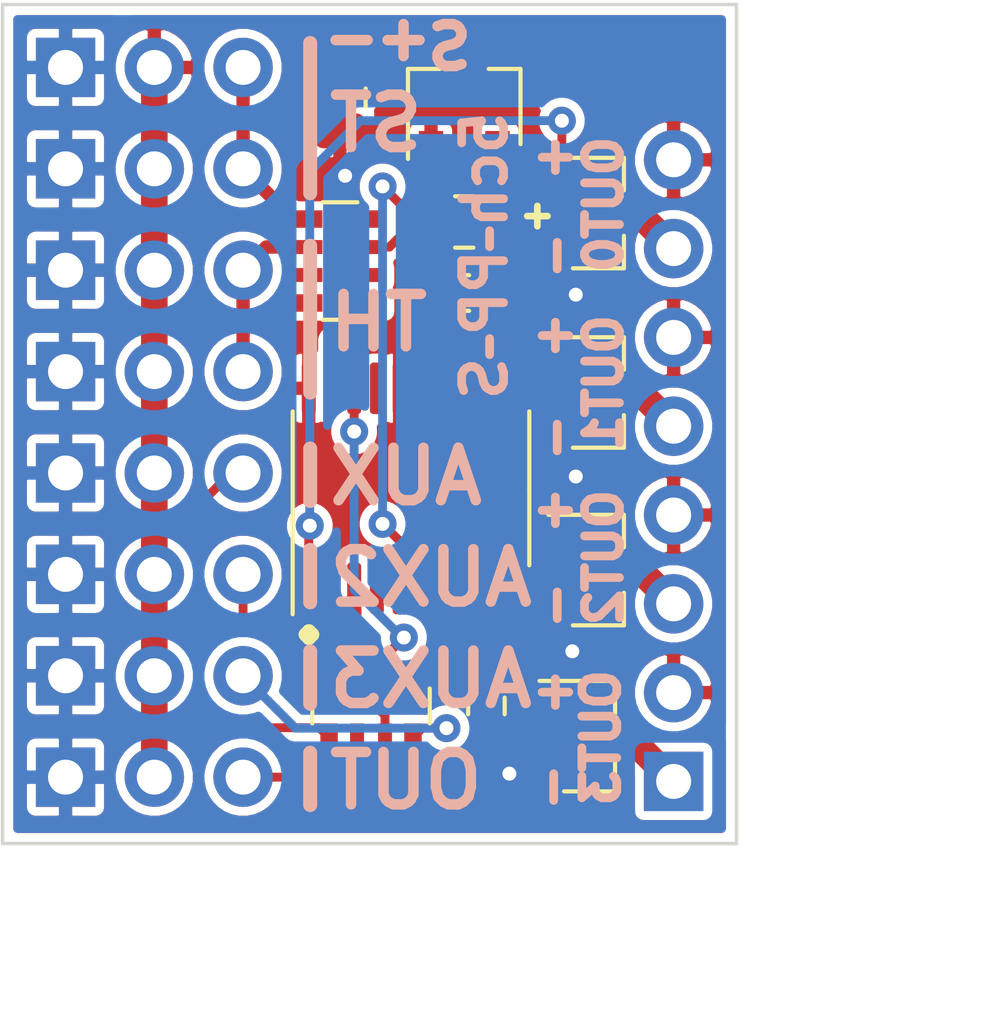
<source format=kicad_pcb>
(kicad_pcb (version 20171130) (host pcbnew 5.1.9-73d0e3b20d~88~ubuntu18.04.1)

  (general
    (thickness 1.6)
    (drawings 35)
    (tracks 111)
    (zones 0)
    (modules 21)
    (nets 24)
  )

  (page A4)
  (layers
    (0 F.Cu signal)
    (31 B.Cu signal)
    (32 B.Adhes user hide)
    (33 F.Adhes user hide)
    (34 B.Paste user hide)
    (35 F.Paste user hide)
    (36 B.SilkS user)
    (37 F.SilkS user)
    (38 B.Mask user hide)
    (39 F.Mask user hide)
    (40 Dwgs.User user hide)
    (41 Cmts.User user)
    (42 Eco1.User user hide)
    (43 Eco2.User user hide)
    (44 Edge.Cuts user)
    (45 Margin user)
    (46 B.CrtYd user)
    (47 F.CrtYd user)
    (48 B.Fab user hide)
    (49 F.Fab user hide)
  )

  (setup
    (last_trace_width 0.254)
    (user_trace_width 0.2032)
    (user_trace_width 0.381)
    (user_trace_width 0.508)
    (user_trace_width 0.762)
    (trace_clearance 0.2032)
    (zone_clearance 0.254)
    (zone_45_only no)
    (trace_min 0.2032)
    (via_size 0.8)
    (via_drill 0.4)
    (via_min_size 0.4)
    (via_min_drill 0.3)
    (uvia_size 0.3)
    (uvia_drill 0.1)
    (uvias_allowed no)
    (uvia_min_size 0.2)
    (uvia_min_drill 0.1)
    (edge_width 0.1)
    (segment_width 0.2)
    (pcb_text_width 0.3)
    (pcb_text_size 1.5 1.5)
    (mod_edge_width 0.15)
    (mod_text_size 1 1)
    (mod_text_width 0.15)
    (pad_size 1.7 1.7)
    (pad_drill 1)
    (pad_to_mask_clearance 0)
    (aux_axis_origin 100 100)
    (grid_origin 100 100)
    (visible_elements FFFFFF7F)
    (pcbplotparams
      (layerselection 0x010f8_ffffffff)
      (usegerberextensions false)
      (usegerberattributes true)
      (usegerberadvancedattributes true)
      (creategerberjobfile true)
      (excludeedgelayer true)
      (linewidth 0.100000)
      (plotframeref false)
      (viasonmask false)
      (mode 1)
      (useauxorigin false)
      (hpglpennumber 1)
      (hpglpenspeed 20)
      (hpglpendiameter 15.000000)
      (psnegative false)
      (psa4output false)
      (plotreference true)
      (plotvalue true)
      (plotinvisibletext false)
      (padsonsilk false)
      (subtractmaskfromsilk false)
      (outputformat 1)
      (mirror false)
      (drillshape 0)
      (scaleselection 1)
      (outputdirectory "gerber/"))
  )

  (net 0 "")
  (net 1 GND)
  (net 2 /VIN)
  (net 3 +3V3)
  (net 4 /TH-TX)
  (net 5 /OUT-ISP)
  (net 6 /ST-Rx-in)
  (net 7 /ST-RX)
  (net 8 /OUT0)
  (net 9 /OUT1)
  (net 10 /OUT2)
  (net 11 /OUT-ISP-in)
  (net 12 /TH-Tx-in)
  (net 13 /AUX2-in)
  (net 14 /AUX3-in)
  (net 15 /AUX3)
  (net 16 /AUX2)
  (net 17 /AUX-in)
  (net 18 /AUX)
  (net 19 "Net-(J3-Pad7)")
  (net 20 "Net-(J3-Pad5)")
  (net 21 "Net-(J3-Pad3)")
  (net 22 "Net-(J3-Pad1)")
  (net 23 /OUT3)

  (net_class Default "This is the default net class."
    (clearance 0.2032)
    (trace_width 0.254)
    (via_dia 0.8)
    (via_drill 0.4)
    (uvia_dia 0.3)
    (uvia_drill 0.1)
    (diff_pair_width 0.2032)
    (diff_pair_gap 0.254)
    (add_net +3V3)
    (add_net /AUX)
    (add_net /AUX-in)
    (add_net /AUX2)
    (add_net /AUX2-in)
    (add_net /AUX3)
    (add_net /AUX3-in)
    (add_net /OUT-ISP)
    (add_net /OUT-ISP-in)
    (add_net /OUT0)
    (add_net /OUT1)
    (add_net /OUT2)
    (add_net /OUT3)
    (add_net /ST-RX)
    (add_net /ST-Rx-in)
    (add_net /TH-TX)
    (add_net /TH-Tx-in)
    (add_net /VIN)
    (add_net GND)
    (add_net "Net-(J3-Pad1)")
    (add_net "Net-(J3-Pad3)")
    (add_net "Net-(J3-Pad5)")
    (add_net "Net-(J3-Pad7)")
    (add_net "Net-(RN1-Pad1)")
    (add_net "Net-(RN1-Pad2)")
    (add_net "Net-(RN1-Pad7)")
    (add_net "Net-(RN1-Pad8)")
    (add_net "Net-(U1-Pad11)")
    (add_net "Net-(U1-Pad12)")
    (add_net "Net-(U1-Pad13)")
    (add_net "Net-(U1-Pad14)")
    (add_net "Net-(U1-Pad17)")
    (add_net "Net-(U1-Pad4)")
    (add_net "Net-(U1-Pad9)")
  )

  (module Package_SO:TSSOP-20_4.4x6.5mm_P0.65mm (layer F.Cu) (tedit 5E476F32) (tstamp 5FF33E24)
    (at 111.684 89.84 90)
    (descr "TSSOP, 20 Pin (JEDEC MO-153 Var AC https://www.jedec.org/document_search?search_api_views_fulltext=MO-153), generated with kicad-footprint-generator ipc_gullwing_generator.py")
    (tags "TSSOP SO")
    (path /5EE5F15A)
    (attr smd)
    (fp_text reference U1 (at 0 -4.2 90) (layer F.SilkS) hide
      (effects (font (size 1 1) (thickness 0.15)))
    )
    (fp_text value LPC812M101JDH20 (at -4.732 4.356 90) (layer F.Fab)
      (effects (font (size 1 1) (thickness 0.15)))
    )
    (fp_line (start 0 3.385) (end 2.2 3.385) (layer F.SilkS) (width 0.12))
    (fp_line (start 0 3.385) (end -2.2 3.385) (layer F.SilkS) (width 0.12))
    (fp_line (start 0 -3.385) (end 2.2 -3.385) (layer F.SilkS) (width 0.12))
    (fp_line (start 0 -3.385) (end -3.6 -3.385) (layer F.SilkS) (width 0.12))
    (fp_line (start -1.2 -3.25) (end 2.2 -3.25) (layer F.Fab) (width 0.1))
    (fp_line (start 2.2 -3.25) (end 2.2 3.25) (layer F.Fab) (width 0.1))
    (fp_line (start 2.2 3.25) (end -2.2 3.25) (layer F.Fab) (width 0.1))
    (fp_line (start -2.2 3.25) (end -2.2 -2.25) (layer F.Fab) (width 0.1))
    (fp_line (start -2.2 -2.25) (end -1.2 -3.25) (layer F.Fab) (width 0.1))
    (fp_line (start -3.85 -3.5) (end -3.85 3.5) (layer F.CrtYd) (width 0.05))
    (fp_line (start -3.85 3.5) (end 3.85 3.5) (layer F.CrtYd) (width 0.05))
    (fp_line (start 3.85 3.5) (end 3.85 -3.5) (layer F.CrtYd) (width 0.05))
    (fp_line (start 3.85 -3.5) (end -3.85 -3.5) (layer F.CrtYd) (width 0.05))
    (fp_text user %R (at 0 0 90) (layer F.Fab)
      (effects (font (size 1 1) (thickness 0.15)))
    )
    (pad 20 smd roundrect (at 2.8625 -2.925 90) (size 1.475 0.4) (layers F.Cu F.Paste F.Mask) (roundrect_rratio 0.25)
      (net 1 GND))
    (pad 19 smd roundrect (at 2.8625 -2.275 90) (size 1.475 0.4) (layers F.Cu F.Paste F.Mask) (roundrect_rratio 0.25)
      (net 7 /ST-RX))
    (pad 18 smd roundrect (at 2.8625 -1.625 90) (size 1.475 0.4) (layers F.Cu F.Paste F.Mask) (roundrect_rratio 0.25)
      (net 16 /AUX2))
    (pad 17 smd roundrect (at 2.8625 -0.975 90) (size 1.475 0.4) (layers F.Cu F.Paste F.Mask) (roundrect_rratio 0.25))
    (pad 16 smd roundrect (at 2.8625 -0.325 90) (size 1.475 0.4) (layers F.Cu F.Paste F.Mask) (roundrect_rratio 0.25)
      (net 1 GND))
    (pad 15 smd roundrect (at 2.8625 0.325 90) (size 1.475 0.4) (layers F.Cu F.Paste F.Mask) (roundrect_rratio 0.25)
      (net 3 +3V3))
    (pad 14 smd roundrect (at 2.8625 0.975 90) (size 1.475 0.4) (layers F.Cu F.Paste F.Mask) (roundrect_rratio 0.25))
    (pad 13 smd roundrect (at 2.8625 1.625 90) (size 1.475 0.4) (layers F.Cu F.Paste F.Mask) (roundrect_rratio 0.25))
    (pad 12 smd roundrect (at 2.8625 2.275 90) (size 1.475 0.4) (layers F.Cu F.Paste F.Mask) (roundrect_rratio 0.25))
    (pad 11 smd roundrect (at 2.8625 2.925 90) (size 1.475 0.4) (layers F.Cu F.Paste F.Mask) (roundrect_rratio 0.25))
    (pad 10 smd roundrect (at -2.8625 2.925 90) (size 1.475 0.4) (layers F.Cu F.Paste F.Mask) (roundrect_rratio 0.25)
      (net 23 /OUT3))
    (pad 9 smd roundrect (at -2.8625 2.275 90) (size 1.475 0.4) (layers F.Cu F.Paste F.Mask) (roundrect_rratio 0.25))
    (pad 8 smd roundrect (at -2.8625 1.625 90) (size 1.475 0.4) (layers F.Cu F.Paste F.Mask) (roundrect_rratio 0.25)
      (net 15 /AUX3))
    (pad 7 smd roundrect (at -2.8625 0.975 90) (size 1.475 0.4) (layers F.Cu F.Paste F.Mask) (roundrect_rratio 0.25)
      (net 10 /OUT2))
    (pad 6 smd roundrect (at -2.8625 0.325 90) (size 1.475 0.4) (layers F.Cu F.Paste F.Mask) (roundrect_rratio 0.25)
      (net 9 /OUT1))
    (pad 5 smd roundrect (at -2.8625 -0.325 90) (size 1.475 0.4) (layers F.Cu F.Paste F.Mask) (roundrect_rratio 0.25)
      (net 4 /TH-TX))
    (pad 4 smd roundrect (at -2.8625 -0.975 90) (size 1.475 0.4) (layers F.Cu F.Paste F.Mask) (roundrect_rratio 0.25))
    (pad 3 smd roundrect (at -2.8625 -1.625 90) (size 1.475 0.4) (layers F.Cu F.Paste F.Mask) (roundrect_rratio 0.25)
      (net 5 /OUT-ISP))
    (pad 2 smd roundrect (at -2.8625 -2.275 90) (size 1.475 0.4) (layers F.Cu F.Paste F.Mask) (roundrect_rratio 0.25)
      (net 18 /AUX))
    (pad 1 smd roundrect (at -2.8625 -2.925 90) (size 1.475 0.4) (layers F.Cu F.Paste F.Mask) (roundrect_rratio 0.25)
      (net 8 /OUT0))
    (model ${KISYS3DMOD}/Package_SO.3dshapes/TSSOP-20_4.4x6.5mm_P0.65mm.wrl
      (at (xyz 0 0 0))
      (scale (xyz 1 1 1))
      (rotate (xyz 0 0 0))
    )
  )

  (module Package_TO_SOT_SMD:SOT-23 (layer F.Cu) (tedit 5A02FF57) (tstamp 6005D50A)
    (at 116.764 96.9266)
    (descr "SOT-23, Standard")
    (tags SOT-23)
    (path /60061D05)
    (attr smd)
    (fp_text reference T4 (at 0 -2.5) (layer F.SilkS) hide
      (effects (font (size 1 1) (thickness 0.15)))
    )
    (fp_text value PMV30UN (at 0 2.5) (layer F.Fab)
      (effects (font (size 1 1) (thickness 0.15)))
    )
    (fp_line (start 0.76 1.58) (end -0.7 1.58) (layer F.SilkS) (width 0.12))
    (fp_line (start 0.76 -1.58) (end -1.4 -1.58) (layer F.SilkS) (width 0.12))
    (fp_line (start -1.7 1.75) (end -1.7 -1.75) (layer F.CrtYd) (width 0.05))
    (fp_line (start 1.7 1.75) (end -1.7 1.75) (layer F.CrtYd) (width 0.05))
    (fp_line (start 1.7 -1.75) (end 1.7 1.75) (layer F.CrtYd) (width 0.05))
    (fp_line (start -1.7 -1.75) (end 1.7 -1.75) (layer F.CrtYd) (width 0.05))
    (fp_line (start 0.76 -1.58) (end 0.76 -0.65) (layer F.SilkS) (width 0.12))
    (fp_line (start 0.76 1.58) (end 0.76 0.65) (layer F.SilkS) (width 0.12))
    (fp_line (start -0.7 1.52) (end 0.7 1.52) (layer F.Fab) (width 0.1))
    (fp_line (start 0.7 -1.52) (end 0.7 1.52) (layer F.Fab) (width 0.1))
    (fp_line (start -0.7 -0.95) (end -0.15 -1.52) (layer F.Fab) (width 0.1))
    (fp_line (start -0.15 -1.52) (end 0.7 -1.52) (layer F.Fab) (width 0.1))
    (fp_line (start -0.7 -0.95) (end -0.7 1.5) (layer F.Fab) (width 0.1))
    (fp_text user %R (at 0 0 90) (layer F.Fab)
      (effects (font (size 0.5 0.5) (thickness 0.075)))
    )
    (pad 3 smd rect (at 1 0) (size 0.9 0.8) (layers F.Cu F.Paste F.Mask)
      (net 22 "Net-(J3-Pad1)"))
    (pad 2 smd rect (at -1 0.95) (size 0.9 0.8) (layers F.Cu F.Paste F.Mask)
      (net 1 GND))
    (pad 1 smd rect (at -1 -0.95) (size 0.9 0.8) (layers F.Cu F.Paste F.Mask)
      (net 23 /OUT3))
    (model ${KISYS3DMOD}/Package_TO_SOT_SMD.3dshapes/SOT-23.wrl
      (at (xyz 0 0 0))
      (scale (xyz 1 1 1))
      (rotate (xyz 0 0 0))
    )
  )

  (module rc-light-controller-tlc5940-lpc812:PinHeader_1x08_P2.54mm_Vertical_nosilk (layer B.Cu) (tedit 600569C8) (tstamp 5FF1376A)
    (at 119.2 98.222)
    (descr "Through hole straight pin header, 1x08, 2.54mm pitch, single row")
    (tags "Through hole pin header THT 1x08 2.54mm single row")
    (path /5FF85660)
    (fp_text reference J3 (at 0 2.33) (layer B.SilkS) hide
      (effects (font (size 1 1) (thickness 0.15)) (justify mirror))
    )
    (fp_text value "Pinheader straight 1x08" (at 0 -20.11) (layer B.Fab)
      (effects (font (size 1 1) (thickness 0.15)) (justify mirror))
    )
    (fp_line (start 1.8 1.8) (end -1.8 1.8) (layer B.CrtYd) (width 0.05))
    (fp_line (start 1.8 -19.55) (end 1.8 1.8) (layer B.CrtYd) (width 0.05))
    (fp_line (start -1.8 -19.55) (end 1.8 -19.55) (layer B.CrtYd) (width 0.05))
    (fp_line (start -1.8 1.8) (end -1.8 -19.55) (layer B.CrtYd) (width 0.05))
    (fp_line (start -1.27 0.635) (end -0.635 1.27) (layer B.Fab) (width 0.1))
    (fp_line (start -1.27 -19.05) (end -1.27 0.635) (layer B.Fab) (width 0.1))
    (fp_line (start 1.27 -19.05) (end -1.27 -19.05) (layer B.Fab) (width 0.1))
    (fp_line (start 1.27 1.27) (end 1.27 -19.05) (layer B.Fab) (width 0.1))
    (fp_line (start -0.635 1.27) (end 1.27 1.27) (layer B.Fab) (width 0.1))
    (fp_text user %R (at 0 -8.89 -90) (layer B.Fab)
      (effects (font (size 1 1) (thickness 0.15)) (justify mirror))
    )
    (pad 8 thru_hole oval (at 0 -17.78) (size 1.7 1.7) (drill 1) (layers *.Cu *.Mask)
      (net 2 /VIN))
    (pad 7 thru_hole oval (at 0 -15.24) (size 1.7 1.7) (drill 1) (layers *.Cu *.Mask)
      (net 19 "Net-(J3-Pad7)"))
    (pad 6 thru_hole oval (at 0 -12.7) (size 1.7 1.7) (drill 1) (layers *.Cu *.Mask)
      (net 2 /VIN))
    (pad 5 thru_hole oval (at 0 -10.16) (size 1.7 1.7) (drill 1) (layers *.Cu *.Mask)
      (net 20 "Net-(J3-Pad5)"))
    (pad 4 thru_hole oval (at 0 -7.62) (size 1.7 1.7) (drill 1) (layers *.Cu *.Mask)
      (net 2 /VIN))
    (pad 3 thru_hole oval (at 0 -5.08) (size 1.7 1.7) (drill 1) (layers *.Cu *.Mask)
      (net 21 "Net-(J3-Pad3)"))
    (pad 2 thru_hole oval (at 0 -2.54) (size 1.7 1.7) (drill 1) (layers *.Cu *.Mask)
      (net 2 /VIN))
    (pad 1 thru_hole rect (at 0 0) (size 1.7 1.7) (drill 1) (layers *.Cu *.Mask)
      (net 22 "Net-(J3-Pad1)"))
    (model ${KISYS3DMOD}/Connector_PinHeader_2.54mm.3dshapes/PinHeader_1x08_P2.54mm_Vertical.wrl
      (at (xyz 0 0 0))
      (scale (xyz 1 1 1))
      (rotate (xyz 0 0 0))
    )
  )

  (module rc-light-controller-tlc5940-lpc812:PinHeader_1x03_P2.54mm_Vertical_nosilk (layer B.Cu) (tedit 5FFA9011) (tstamp 5FF958B5)
    (at 101.8 98.1 270)
    (descr "Through hole straight pin header, 1x03, 2.54mm pitch, single row")
    (tags "Through hole pin header THT 1x03 2.54mm single row")
    (path /5FF48FE2)
    (fp_text reference J9 (at 0 2.33 90) (layer B.SilkS) hide
      (effects (font (size 1 1) (thickness 0.15)) (justify mirror))
    )
    (fp_text value Conn_01x03 (at 0 -7.41 90) (layer B.Fab)
      (effects (font (size 1 1) (thickness 0.15)) (justify mirror))
    )
    (fp_line (start 1.8 1.8) (end -1.8 1.8) (layer B.CrtYd) (width 0.05))
    (fp_line (start 1.8 -6.85) (end 1.8 1.8) (layer B.CrtYd) (width 0.05))
    (fp_line (start -1.8 -6.85) (end 1.8 -6.85) (layer B.CrtYd) (width 0.05))
    (fp_line (start -1.8 1.8) (end -1.8 -6.85) (layer B.CrtYd) (width 0.05))
    (fp_line (start -1.27 0.635) (end -0.635 1.27) (layer B.Fab) (width 0.1))
    (fp_line (start -1.27 -6.35) (end -1.27 0.635) (layer B.Fab) (width 0.1))
    (fp_line (start 1.27 -6.35) (end -1.27 -6.35) (layer B.Fab) (width 0.1))
    (fp_line (start 1.27 1.27) (end 1.27 -6.35) (layer B.Fab) (width 0.1))
    (fp_line (start -0.635 1.27) (end 1.27 1.27) (layer B.Fab) (width 0.1))
    (fp_text user %R (at 0 -2.54) (layer B.Fab)
      (effects (font (size 1 1) (thickness 0.15)) (justify mirror))
    )
    (pad 1 thru_hole rect (at 0 0 270) (size 1.7 1.7) (drill 1) (layers *.Cu *.Mask)
      (net 1 GND))
    (pad 2 thru_hole oval (at 0 -2.54 270) (size 1.7 1.7) (drill 1) (layers *.Cu *.Mask)
      (net 2 /VIN))
    (pad 3 thru_hole oval (at 0 -5.08 270) (size 1.7 1.7) (drill 1) (layers *.Cu *.Mask)
      (net 11 /OUT-ISP-in))
    (model ${KISYS3DMOD}/Connector_PinHeader_2.54mm.3dshapes/PinHeader_1x03_P2.54mm_Vertical.wrl
      (at (xyz 0 0 0))
      (scale (xyz 1 1 1))
      (rotate (xyz 0 0 0))
    )
  )

  (module rc-light-controller-tlc5940-lpc812:PinHeader_1x03_P2.54mm_Vertical_nosilk (layer B.Cu) (tedit 5FFA9011) (tstamp 5FF2E301)
    (at 101.8 95.2 270)
    (descr "Through hole straight pin header, 1x03, 2.54mm pitch, single row")
    (tags "Through hole pin header THT 1x03 2.54mm single row")
    (path /5FF48FD8)
    (fp_text reference J8 (at 0 2.33 90) (layer B.SilkS) hide
      (effects (font (size 1 1) (thickness 0.15)) (justify mirror))
    )
    (fp_text value Conn_01x03 (at 0 -7.41 90) (layer B.Fab)
      (effects (font (size 1 1) (thickness 0.15)) (justify mirror))
    )
    (fp_line (start 1.8 1.8) (end -1.8 1.8) (layer B.CrtYd) (width 0.05))
    (fp_line (start 1.8 -6.85) (end 1.8 1.8) (layer B.CrtYd) (width 0.05))
    (fp_line (start -1.8 -6.85) (end 1.8 -6.85) (layer B.CrtYd) (width 0.05))
    (fp_line (start -1.8 1.8) (end -1.8 -6.85) (layer B.CrtYd) (width 0.05))
    (fp_line (start -1.27 0.635) (end -0.635 1.27) (layer B.Fab) (width 0.1))
    (fp_line (start -1.27 -6.35) (end -1.27 0.635) (layer B.Fab) (width 0.1))
    (fp_line (start 1.27 -6.35) (end -1.27 -6.35) (layer B.Fab) (width 0.1))
    (fp_line (start 1.27 1.27) (end 1.27 -6.35) (layer B.Fab) (width 0.1))
    (fp_line (start -0.635 1.27) (end 1.27 1.27) (layer B.Fab) (width 0.1))
    (fp_text user %R (at 0 -2.54) (layer B.Fab)
      (effects (font (size 1 1) (thickness 0.15)) (justify mirror))
    )
    (pad 1 thru_hole rect (at 0 0 270) (size 1.7 1.7) (drill 1) (layers *.Cu *.Mask)
      (net 1 GND))
    (pad 2 thru_hole oval (at 0 -2.54 270) (size 1.7 1.7) (drill 1) (layers *.Cu *.Mask)
      (net 2 /VIN))
    (pad 3 thru_hole oval (at 0 -5.08 270) (size 1.7 1.7) (drill 1) (layers *.Cu *.Mask)
      (net 14 /AUX3-in))
    (model ${KISYS3DMOD}/Connector_PinHeader_2.54mm.3dshapes/PinHeader_1x03_P2.54mm_Vertical.wrl
      (at (xyz 0 0 0))
      (scale (xyz 1 1 1))
      (rotate (xyz 0 0 0))
    )
  )

  (module rc-light-controller-tlc5940-lpc812:PinHeader_1x03_P2.54mm_Vertical_nosilk (layer B.Cu) (tedit 5FFA9011) (tstamp 5FF2E2EA)
    (at 101.8 92.3 270)
    (descr "Through hole straight pin header, 1x03, 2.54mm pitch, single row")
    (tags "Through hole pin header THT 1x03 2.54mm single row")
    (path /5FF48FCE)
    (fp_text reference J7 (at 0 2.33 90) (layer B.SilkS) hide
      (effects (font (size 1 1) (thickness 0.15)) (justify mirror))
    )
    (fp_text value Conn_01x03 (at 0 -7.41 90) (layer B.Fab)
      (effects (font (size 1 1) (thickness 0.15)) (justify mirror))
    )
    (fp_line (start 1.8 1.8) (end -1.8 1.8) (layer B.CrtYd) (width 0.05))
    (fp_line (start 1.8 -6.85) (end 1.8 1.8) (layer B.CrtYd) (width 0.05))
    (fp_line (start -1.8 -6.85) (end 1.8 -6.85) (layer B.CrtYd) (width 0.05))
    (fp_line (start -1.8 1.8) (end -1.8 -6.85) (layer B.CrtYd) (width 0.05))
    (fp_line (start -1.27 0.635) (end -0.635 1.27) (layer B.Fab) (width 0.1))
    (fp_line (start -1.27 -6.35) (end -1.27 0.635) (layer B.Fab) (width 0.1))
    (fp_line (start 1.27 -6.35) (end -1.27 -6.35) (layer B.Fab) (width 0.1))
    (fp_line (start 1.27 1.27) (end 1.27 -6.35) (layer B.Fab) (width 0.1))
    (fp_line (start -0.635 1.27) (end 1.27 1.27) (layer B.Fab) (width 0.1))
    (fp_text user %R (at 0 -2.54) (layer B.Fab)
      (effects (font (size 1 1) (thickness 0.15)) (justify mirror))
    )
    (pad 1 thru_hole rect (at 0 0 270) (size 1.7 1.7) (drill 1) (layers *.Cu *.Mask)
      (net 1 GND))
    (pad 2 thru_hole oval (at 0 -2.54 270) (size 1.7 1.7) (drill 1) (layers *.Cu *.Mask)
      (net 2 /VIN))
    (pad 3 thru_hole oval (at 0 -5.08 270) (size 1.7 1.7) (drill 1) (layers *.Cu *.Mask)
      (net 13 /AUX2-in))
    (model ${KISYS3DMOD}/Connector_PinHeader_2.54mm.3dshapes/PinHeader_1x03_P2.54mm_Vertical.wrl
      (at (xyz 0 0 0))
      (scale (xyz 1 1 1))
      (rotate (xyz 0 0 0))
    )
  )

  (module rc-light-controller-tlc5940-lpc812:PinHeader_1x03_P2.54mm_Vertical_nosilk (layer B.Cu) (tedit 5FFA9011) (tstamp 5FF2E2D3)
    (at 101.8 89.4 270)
    (descr "Through hole straight pin header, 1x03, 2.54mm pitch, single row")
    (tags "Through hole pin header THT 1x03 2.54mm single row")
    (path /5FF48E1C)
    (fp_text reference J6 (at 0 2.33 90) (layer B.SilkS) hide
      (effects (font (size 1 1) (thickness 0.15)) (justify mirror))
    )
    (fp_text value Conn_01x03 (at 0 -7.41 90) (layer B.Fab)
      (effects (font (size 1 1) (thickness 0.15)) (justify mirror))
    )
    (fp_line (start 1.8 1.8) (end -1.8 1.8) (layer B.CrtYd) (width 0.05))
    (fp_line (start 1.8 -6.85) (end 1.8 1.8) (layer B.CrtYd) (width 0.05))
    (fp_line (start -1.8 -6.85) (end 1.8 -6.85) (layer B.CrtYd) (width 0.05))
    (fp_line (start -1.8 1.8) (end -1.8 -6.85) (layer B.CrtYd) (width 0.05))
    (fp_line (start -1.27 0.635) (end -0.635 1.27) (layer B.Fab) (width 0.1))
    (fp_line (start -1.27 -6.35) (end -1.27 0.635) (layer B.Fab) (width 0.1))
    (fp_line (start 1.27 -6.35) (end -1.27 -6.35) (layer B.Fab) (width 0.1))
    (fp_line (start 1.27 1.27) (end 1.27 -6.35) (layer B.Fab) (width 0.1))
    (fp_line (start -0.635 1.27) (end 1.27 1.27) (layer B.Fab) (width 0.1))
    (fp_text user %R (at 0 -2.54) (layer B.Fab)
      (effects (font (size 1 1) (thickness 0.15)) (justify mirror))
    )
    (pad 1 thru_hole rect (at 0 0 270) (size 1.7 1.7) (drill 1) (layers *.Cu *.Mask)
      (net 1 GND))
    (pad 2 thru_hole oval (at 0 -2.54 270) (size 1.7 1.7) (drill 1) (layers *.Cu *.Mask)
      (net 2 /VIN))
    (pad 3 thru_hole oval (at 0 -5.08 270) (size 1.7 1.7) (drill 1) (layers *.Cu *.Mask)
      (net 17 /AUX-in))
    (model ${KISYS3DMOD}/Connector_PinHeader_2.54mm.3dshapes/PinHeader_1x03_P2.54mm_Vertical.wrl
      (at (xyz 0 0 0))
      (scale (xyz 1 1 1))
      (rotate (xyz 0 0 0))
    )
  )

  (module rc-light-controller-tlc5940-lpc812:PinHeader_1x03_P2.54mm_Vertical_nosilk (layer B.Cu) (tedit 5FFA9011) (tstamp 5FF2E2BC)
    (at 101.8 86.5 270)
    (descr "Through hole straight pin header, 1x03, 2.54mm pitch, single row")
    (tags "Through hole pin header THT 1x03 2.54mm single row")
    (path /5FF3F40C)
    (fp_text reference J5 (at 0 2.33 90) (layer B.SilkS) hide
      (effects (font (size 1 1) (thickness 0.15)) (justify mirror))
    )
    (fp_text value Conn_01x03 (at 0 -7.41 90) (layer B.Fab)
      (effects (font (size 1 1) (thickness 0.15)) (justify mirror))
    )
    (fp_line (start 1.8 1.8) (end -1.8 1.8) (layer B.CrtYd) (width 0.05))
    (fp_line (start 1.8 -6.85) (end 1.8 1.8) (layer B.CrtYd) (width 0.05))
    (fp_line (start -1.8 -6.85) (end 1.8 -6.85) (layer B.CrtYd) (width 0.05))
    (fp_line (start -1.8 1.8) (end -1.8 -6.85) (layer B.CrtYd) (width 0.05))
    (fp_line (start -1.27 0.635) (end -0.635 1.27) (layer B.Fab) (width 0.1))
    (fp_line (start -1.27 -6.35) (end -1.27 0.635) (layer B.Fab) (width 0.1))
    (fp_line (start 1.27 -6.35) (end -1.27 -6.35) (layer B.Fab) (width 0.1))
    (fp_line (start 1.27 1.27) (end 1.27 -6.35) (layer B.Fab) (width 0.1))
    (fp_line (start -0.635 1.27) (end 1.27 1.27) (layer B.Fab) (width 0.1))
    (fp_text user %R (at 0 -2.54) (layer B.Fab)
      (effects (font (size 1 1) (thickness 0.15)) (justify mirror))
    )
    (pad 1 thru_hole rect (at 0 0 270) (size 1.7 1.7) (drill 1) (layers *.Cu *.Mask)
      (net 1 GND))
    (pad 2 thru_hole oval (at 0 -2.54 270) (size 1.7 1.7) (drill 1) (layers *.Cu *.Mask)
      (net 2 /VIN))
    (pad 3 thru_hole oval (at 0 -5.08 270) (size 1.7 1.7) (drill 1) (layers *.Cu *.Mask)
      (net 12 /TH-Tx-in))
    (model ${KISYS3DMOD}/Connector_PinHeader_2.54mm.3dshapes/PinHeader_1x03_P2.54mm_Vertical.wrl
      (at (xyz 0 0 0))
      (scale (xyz 1 1 1))
      (rotate (xyz 0 0 0))
    )
  )

  (module rc-light-controller-tlc5940-lpc812:PinHeader_1x03_P2.54mm_Vertical_nosilk (layer B.Cu) (tedit 5FFA9011) (tstamp 5FF2E2A5)
    (at 101.8 83.6 270)
    (descr "Through hole straight pin header, 1x03, 2.54mm pitch, single row")
    (tags "Through hole pin header THT 1x03 2.54mm single row")
    (path /5FF3EF14)
    (fp_text reference J4 (at 0 2.33 90) (layer B.SilkS) hide
      (effects (font (size 1 1) (thickness 0.15)) (justify mirror))
    )
    (fp_text value Conn_01x03 (at 0 -7.41 90) (layer B.Fab)
      (effects (font (size 1 1) (thickness 0.15)) (justify mirror))
    )
    (fp_line (start 1.8 1.8) (end -1.8 1.8) (layer B.CrtYd) (width 0.05))
    (fp_line (start 1.8 -6.85) (end 1.8 1.8) (layer B.CrtYd) (width 0.05))
    (fp_line (start -1.8 -6.85) (end 1.8 -6.85) (layer B.CrtYd) (width 0.05))
    (fp_line (start -1.8 1.8) (end -1.8 -6.85) (layer B.CrtYd) (width 0.05))
    (fp_line (start -1.27 0.635) (end -0.635 1.27) (layer B.Fab) (width 0.1))
    (fp_line (start -1.27 -6.35) (end -1.27 0.635) (layer B.Fab) (width 0.1))
    (fp_line (start 1.27 -6.35) (end -1.27 -6.35) (layer B.Fab) (width 0.1))
    (fp_line (start 1.27 1.27) (end 1.27 -6.35) (layer B.Fab) (width 0.1))
    (fp_line (start -0.635 1.27) (end 1.27 1.27) (layer B.Fab) (width 0.1))
    (fp_text user %R (at 0 -2.54) (layer B.Fab)
      (effects (font (size 1 1) (thickness 0.15)) (justify mirror))
    )
    (pad 1 thru_hole rect (at 0 0 270) (size 1.7 1.7) (drill 1) (layers *.Cu *.Mask)
      (net 1 GND))
    (pad 2 thru_hole oval (at 0 -2.54 270) (size 1.7 1.7) (drill 1) (layers *.Cu *.Mask)
      (net 2 /VIN))
    (pad 3 thru_hole oval (at 0 -5.08 270) (size 1.7 1.7) (drill 1) (layers *.Cu *.Mask)
      (net 12 /TH-Tx-in))
    (model ${KISYS3DMOD}/Connector_PinHeader_2.54mm.3dshapes/PinHeader_1x03_P2.54mm_Vertical.wrl
      (at (xyz 0 0 0))
      (scale (xyz 1 1 1))
      (rotate (xyz 0 0 0))
    )
  )

  (module rc-light-controller-tlc5940-lpc812:PinHeader_1x03_P2.54mm_Vertical_nosilk (layer B.Cu) (tedit 5FFA9011) (tstamp 5FF2E27C)
    (at 101.8 80.7 270)
    (descr "Through hole straight pin header, 1x03, 2.54mm pitch, single row")
    (tags "Through hole pin header THT 1x03 2.54mm single row")
    (path /5FF3EA5B)
    (fp_text reference J2 (at 0 2.33 90) (layer B.SilkS) hide
      (effects (font (size 1 1) (thickness 0.15)) (justify mirror))
    )
    (fp_text value Conn_01x03 (at 0 -7.41 90) (layer B.Fab)
      (effects (font (size 1 1) (thickness 0.15)) (justify mirror))
    )
    (fp_line (start 1.8 1.8) (end -1.8 1.8) (layer B.CrtYd) (width 0.05))
    (fp_line (start 1.8 -6.85) (end 1.8 1.8) (layer B.CrtYd) (width 0.05))
    (fp_line (start -1.8 -6.85) (end 1.8 -6.85) (layer B.CrtYd) (width 0.05))
    (fp_line (start -1.8 1.8) (end -1.8 -6.85) (layer B.CrtYd) (width 0.05))
    (fp_line (start -1.27 0.635) (end -0.635 1.27) (layer B.Fab) (width 0.1))
    (fp_line (start -1.27 -6.35) (end -1.27 0.635) (layer B.Fab) (width 0.1))
    (fp_line (start 1.27 -6.35) (end -1.27 -6.35) (layer B.Fab) (width 0.1))
    (fp_line (start 1.27 1.27) (end 1.27 -6.35) (layer B.Fab) (width 0.1))
    (fp_line (start -0.635 1.27) (end 1.27 1.27) (layer B.Fab) (width 0.1))
    (fp_text user %R (at 0 -2.54) (layer B.Fab)
      (effects (font (size 1 1) (thickness 0.15)) (justify mirror))
    )
    (pad 1 thru_hole rect (at 0 0 270) (size 1.7 1.7) (drill 1) (layers *.Cu *.Mask)
      (net 1 GND))
    (pad 2 thru_hole oval (at 0 -2.54 270) (size 1.7 1.7) (drill 1) (layers *.Cu *.Mask)
      (net 2 /VIN))
    (pad 3 thru_hole oval (at 0 -5.08 270) (size 1.7 1.7) (drill 1) (layers *.Cu *.Mask)
      (net 6 /ST-Rx-in))
    (model ${KISYS3DMOD}/Connector_PinHeader_2.54mm.3dshapes/PinHeader_1x03_P2.54mm_Vertical.wrl
      (at (xyz 0 0 0))
      (scale (xyz 1 1 1))
      (rotate (xyz 0 0 0))
    )
  )

  (module rc-light-controller-tlc5940-lpc812:PinHeader_1x03_P2.54mm_Vertical_nosilk (layer B.Cu) (tedit 5FFA9011) (tstamp 5FF2E265)
    (at 101.8 77.8 270)
    (descr "Through hole straight pin header, 1x03, 2.54mm pitch, single row")
    (tags "Through hole pin header THT 1x03 2.54mm single row")
    (path /5FF3C085)
    (fp_text reference J1 (at 0 2.33 90) (layer B.SilkS) hide
      (effects (font (size 1 1) (thickness 0.15)) (justify mirror))
    )
    (fp_text value Conn_01x03 (at 0 -7.41 90) (layer B.Fab)
      (effects (font (size 1 1) (thickness 0.15)) (justify mirror))
    )
    (fp_line (start 1.8 1.8) (end -1.8 1.8) (layer B.CrtYd) (width 0.05))
    (fp_line (start 1.8 -6.85) (end 1.8 1.8) (layer B.CrtYd) (width 0.05))
    (fp_line (start -1.8 -6.85) (end 1.8 -6.85) (layer B.CrtYd) (width 0.05))
    (fp_line (start -1.8 1.8) (end -1.8 -6.85) (layer B.CrtYd) (width 0.05))
    (fp_line (start -1.27 0.635) (end -0.635 1.27) (layer B.Fab) (width 0.1))
    (fp_line (start -1.27 -6.35) (end -1.27 0.635) (layer B.Fab) (width 0.1))
    (fp_line (start 1.27 -6.35) (end -1.27 -6.35) (layer B.Fab) (width 0.1))
    (fp_line (start 1.27 1.27) (end 1.27 -6.35) (layer B.Fab) (width 0.1))
    (fp_line (start -0.635 1.27) (end 1.27 1.27) (layer B.Fab) (width 0.1))
    (fp_text user %R (at 0 -2.54) (layer B.Fab)
      (effects (font (size 1 1) (thickness 0.15)) (justify mirror))
    )
    (pad 1 thru_hole rect (at 0 0 270) (size 1.7 1.7) (drill 1) (layers *.Cu *.Mask)
      (net 1 GND))
    (pad 2 thru_hole oval (at 0 -2.54 270) (size 1.7 1.7) (drill 1) (layers *.Cu *.Mask)
      (net 2 /VIN))
    (pad 3 thru_hole oval (at 0 -5.08 270) (size 1.7 1.7) (drill 1) (layers *.Cu *.Mask)
      (net 6 /ST-Rx-in))
    (model ${KISYS3DMOD}/Connector_PinHeader_2.54mm.3dshapes/PinHeader_1x03_P2.54mm_Vertical.wrl
      (at (xyz 0 0 0))
      (scale (xyz 1 1 1))
      (rotate (xyz 0 0 0))
    )
  )

  (module Package_TO_SOT_SMD:SOT-23 (layer F.Cu) (tedit 5A02FF57) (tstamp 5FF13790)
    (at 117.018 92.1768)
    (descr "SOT-23, Standard")
    (tags SOT-23)
    (path /8692C711)
    (attr smd)
    (fp_text reference T1 (at 0 -2.5) (layer F.SilkS) hide
      (effects (font (size 1 1) (thickness 0.15)))
    )
    (fp_text value PMV30UN (at 4.468 -0.062) (layer F.Fab)
      (effects (font (size 1 1) (thickness 0.15)))
    )
    (fp_line (start -0.7 -0.95) (end -0.7 1.5) (layer F.Fab) (width 0.1))
    (fp_line (start -0.15 -1.52) (end 0.7 -1.52) (layer F.Fab) (width 0.1))
    (fp_line (start -0.7 -0.95) (end -0.15 -1.52) (layer F.Fab) (width 0.1))
    (fp_line (start 0.7 -1.52) (end 0.7 1.52) (layer F.Fab) (width 0.1))
    (fp_line (start -0.7 1.52) (end 0.7 1.52) (layer F.Fab) (width 0.1))
    (fp_line (start 0.76 1.58) (end 0.76 0.65) (layer F.SilkS) (width 0.12))
    (fp_line (start 0.76 -1.58) (end 0.76 -0.65) (layer F.SilkS) (width 0.12))
    (fp_line (start -1.7 -1.75) (end 1.7 -1.75) (layer F.CrtYd) (width 0.05))
    (fp_line (start 1.7 -1.75) (end 1.7 1.75) (layer F.CrtYd) (width 0.05))
    (fp_line (start 1.7 1.75) (end -1.7 1.75) (layer F.CrtYd) (width 0.05))
    (fp_line (start -1.7 1.75) (end -1.7 -1.75) (layer F.CrtYd) (width 0.05))
    (fp_line (start 0.76 -1.58) (end -1.4 -1.58) (layer F.SilkS) (width 0.12))
    (fp_line (start 0.76 1.58) (end -0.7 1.58) (layer F.SilkS) (width 0.12))
    (fp_text user %R (at 0 0 90) (layer F.Fab)
      (effects (font (size 0.5 0.5) (thickness 0.075)))
    )
    (pad 3 smd rect (at 1 0) (size 0.9 0.8) (layers F.Cu F.Paste F.Mask)
      (net 21 "Net-(J3-Pad3)"))
    (pad 2 smd rect (at -1 0.95) (size 0.9 0.8) (layers F.Cu F.Paste F.Mask)
      (net 1 GND))
    (pad 1 smd rect (at -1 -0.95) (size 0.9 0.8) (layers F.Cu F.Paste F.Mask)
      (net 10 /OUT2))
    (model ${KISYS3DMOD}/Package_TO_SOT_SMD.3dshapes/SOT-23.wrl
      (at (xyz 0 0 0))
      (scale (xyz 1 1 1))
      (rotate (xyz 0 0 0))
    )
  )

  (module Resistor_SMD:R_Array_Convex_4x0603 (layer F.Cu) (tedit 58E0A8B2) (tstamp 5FF2E36C)
    (at 110.541 96.063 270)
    (descr "Chip Resistor Network, ROHM MNR14 (see mnr_g.pdf)")
    (tags "resistor array")
    (path /5FFCB31F)
    (attr smd)
    (fp_text reference RN2 (at 0 -2.8 90) (layer F.SilkS) hide
      (effects (font (size 1 1) (thickness 0.15)))
    )
    (fp_text value 1k (at 0 2.8 90) (layer F.Fab)
      (effects (font (size 1 1) (thickness 0.15)))
    )
    (fp_line (start -0.8 -1.6) (end 0.8 -1.6) (layer F.Fab) (width 0.1))
    (fp_line (start 0.8 -1.6) (end 0.8 1.6) (layer F.Fab) (width 0.1))
    (fp_line (start 0.8 1.6) (end -0.8 1.6) (layer F.Fab) (width 0.1))
    (fp_line (start -0.8 1.6) (end -0.8 -1.6) (layer F.Fab) (width 0.1))
    (fp_line (start 0.5 1.68) (end -0.5 1.68) (layer F.SilkS) (width 0.12))
    (fp_line (start 0.5 -1.68) (end -0.5 -1.68) (layer F.SilkS) (width 0.12))
    (fp_line (start -1.55 -1.85) (end 1.55 -1.85) (layer F.CrtYd) (width 0.05))
    (fp_line (start -1.55 -1.85) (end -1.55 1.85) (layer F.CrtYd) (width 0.05))
    (fp_line (start 1.55 1.85) (end 1.55 -1.85) (layer F.CrtYd) (width 0.05))
    (fp_line (start 1.55 1.85) (end -1.55 1.85) (layer F.CrtYd) (width 0.05))
    (fp_text user %R (at 0 0) (layer F.Fab)
      (effects (font (size 0.5 0.5) (thickness 0.075)))
    )
    (pad 5 smd rect (at 0.9 1.2 270) (size 0.8 0.5) (layers F.Cu F.Paste F.Mask)
      (net 17 /AUX-in))
    (pad 6 smd rect (at 0.9 0.4 270) (size 0.8 0.4) (layers F.Cu F.Paste F.Mask)
      (net 11 /OUT-ISP-in))
    (pad 8 smd rect (at 0.9 -1.2 270) (size 0.8 0.5) (layers F.Cu F.Paste F.Mask)
      (net 14 /AUX3-in))
    (pad 7 smd rect (at 0.9 -0.4 270) (size 0.8 0.4) (layers F.Cu F.Paste F.Mask)
      (net 13 /AUX2-in))
    (pad 4 smd rect (at -0.9 1.2 270) (size 0.8 0.5) (layers F.Cu F.Paste F.Mask)
      (net 18 /AUX))
    (pad 2 smd rect (at -0.9 -0.4 270) (size 0.8 0.4) (layers F.Cu F.Paste F.Mask)
      (net 16 /AUX2))
    (pad 3 smd rect (at -0.9 0.4 270) (size 0.8 0.4) (layers F.Cu F.Paste F.Mask)
      (net 5 /OUT-ISP))
    (pad 1 smd rect (at -0.9 -1.2 270) (size 0.8 0.5) (layers F.Cu F.Paste F.Mask)
      (net 15 /AUX3))
    (model ${KISYS3DMOD}/Resistor_SMD.3dshapes/R_Array_Convex_4x0603.wrl
      (at (xyz 0 0 0))
      (scale (xyz 1 1 1))
      (rotate (xyz 0 0 0))
    )
  )

  (module Resistor_SMD:R_0603_1608Metric (layer F.Cu) (tedit 5F68FEEE) (tstamp 5FF2E329)
    (at 113.843 96.063 270)
    (descr "Resistor SMD 0603 (1608 Metric), square (rectangular) end terminal, IPC_7351 nominal, (Body size source: IPC-SM-782 page 72, https://www.pcb-3d.com/wordpress/wp-content/uploads/ipc-sm-782a_amendment_1_and_2.pdf), generated with kicad-footprint-generator")
    (tags resistor)
    (path /5FFE7AD9)
    (attr smd)
    (fp_text reference R1 (at 0 -1.43 90) (layer F.SilkS) hide
      (effects (font (size 1 1) (thickness 0.15)))
    )
    (fp_text value 100k (at 0 1.43 90) (layer F.Fab)
      (effects (font (size 1 1) (thickness 0.15)))
    )
    (fp_line (start -0.8 0.4125) (end -0.8 -0.4125) (layer F.Fab) (width 0.1))
    (fp_line (start -0.8 -0.4125) (end 0.8 -0.4125) (layer F.Fab) (width 0.1))
    (fp_line (start 0.8 -0.4125) (end 0.8 0.4125) (layer F.Fab) (width 0.1))
    (fp_line (start 0.8 0.4125) (end -0.8 0.4125) (layer F.Fab) (width 0.1))
    (fp_line (start -0.237258 -0.5225) (end 0.237258 -0.5225) (layer F.SilkS) (width 0.12))
    (fp_line (start -0.237258 0.5225) (end 0.237258 0.5225) (layer F.SilkS) (width 0.12))
    (fp_line (start -1.48 0.73) (end -1.48 -0.73) (layer F.CrtYd) (width 0.05))
    (fp_line (start -1.48 -0.73) (end 1.48 -0.73) (layer F.CrtYd) (width 0.05))
    (fp_line (start 1.48 -0.73) (end 1.48 0.73) (layer F.CrtYd) (width 0.05))
    (fp_line (start 1.48 0.73) (end -1.48 0.73) (layer F.CrtYd) (width 0.05))
    (fp_text user %R (at 0 0 90) (layer F.Fab)
      (effects (font (size 0.4 0.4) (thickness 0.06)))
    )
    (pad 2 smd roundrect (at 0.825 0 270) (size 0.8 0.95) (layers F.Cu F.Paste F.Mask) (roundrect_rratio 0.25)
      (net 1 GND))
    (pad 1 smd roundrect (at -0.825 0 270) (size 0.8 0.95) (layers F.Cu F.Paste F.Mask) (roundrect_rratio 0.25)
      (net 15 /AUX3))
    (model ${KISYS3DMOD}/Resistor_SMD.3dshapes/R_0603_1608Metric.wrl
      (at (xyz 0 0 0))
      (scale (xyz 1 1 1))
      (rotate (xyz 0 0 0))
    )
  )

  (module Resistor_SMD:R_Array_Convex_4x0603 (layer F.Cu) (tedit 58E0A8B2) (tstamp 5FF178D9)
    (at 109.652 83.3376 180)
    (descr "Chip Resistor Network, ROHM MNR14 (see mnr_g.pdf)")
    (tags "resistor array")
    (path /5FF24B18)
    (attr smd)
    (fp_text reference RN1 (at 0 -2.8) (layer F.SilkS) hide
      (effects (font (size 1 1) (thickness 0.15)))
    )
    (fp_text value 1k (at 0 2.8) (layer F.Fab)
      (effects (font (size 1 1) (thickness 0.15)))
    )
    (fp_line (start -0.8 -1.6) (end 0.8 -1.6) (layer F.Fab) (width 0.1))
    (fp_line (start 0.8 -1.6) (end 0.8 1.6) (layer F.Fab) (width 0.1))
    (fp_line (start 0.8 1.6) (end -0.8 1.6) (layer F.Fab) (width 0.1))
    (fp_line (start -0.8 1.6) (end -0.8 -1.6) (layer F.Fab) (width 0.1))
    (fp_line (start 0.5 1.68) (end -0.5 1.68) (layer F.SilkS) (width 0.12))
    (fp_line (start 0.5 -1.68) (end -0.5 -1.68) (layer F.SilkS) (width 0.12))
    (fp_line (start -1.55 -1.85) (end 1.55 -1.85) (layer F.CrtYd) (width 0.05))
    (fp_line (start -1.55 -1.85) (end -1.55 1.85) (layer F.CrtYd) (width 0.05))
    (fp_line (start 1.55 1.85) (end 1.55 -1.85) (layer F.CrtYd) (width 0.05))
    (fp_line (start 1.55 1.85) (end -1.55 1.85) (layer F.CrtYd) (width 0.05))
    (fp_text user %R (at 0 0 90) (layer F.Fab)
      (effects (font (size 0.5 0.5) (thickness 0.075)))
    )
    (pad 5 smd rect (at 0.9 1.2 180) (size 0.8 0.5) (layers F.Cu F.Paste F.Mask)
      (net 6 /ST-Rx-in))
    (pad 6 smd rect (at 0.9 0.4 180) (size 0.8 0.4) (layers F.Cu F.Paste F.Mask)
      (net 12 /TH-Tx-in))
    (pad 8 smd rect (at 0.9 -1.2 180) (size 0.8 0.5) (layers F.Cu F.Paste F.Mask))
    (pad 7 smd rect (at 0.9 -0.4 180) (size 0.8 0.4) (layers F.Cu F.Paste F.Mask))
    (pad 4 smd rect (at -0.9 1.2 180) (size 0.8 0.5) (layers F.Cu F.Paste F.Mask)
      (net 7 /ST-RX))
    (pad 2 smd rect (at -0.9 -0.4 180) (size 0.8 0.4) (layers F.Cu F.Paste F.Mask))
    (pad 3 smd rect (at -0.9 0.4 180) (size 0.8 0.4) (layers F.Cu F.Paste F.Mask)
      (net 4 /TH-TX))
    (pad 1 smd rect (at -0.9 -1.2 180) (size 0.8 0.5) (layers F.Cu F.Paste F.Mask))
    (model ${KISYS3DMOD}/Resistor_SMD.3dshapes/R_Array_Convex_4x0603.wrl
      (at (xyz 0 0 0))
      (scale (xyz 1 1 1))
      (rotate (xyz 0 0 0))
    )
  )

  (module Package_TO_SOT_SMD:SOT-23W (layer F.Cu) (tedit 5A02FF57) (tstamp 5FF137F5)
    (at 113.208 78.918 90)
    (descr "SOT-23W http://www.allegromicro.com/~/media/Files/Datasheets/A112x-Datasheet.ashx?la=en&hash=7BC461E058CC246E0BAB62433B2F1ECA104CA9D3")
    (tags SOT-23W)
    (path /09B5DC2D)
    (attr smd)
    (fp_text reference U2 (at 0.252 -2.484 90) (layer F.SilkS) hide
      (effects (font (size 1 1) (thickness 0.15)))
    )
    (fp_text value ME6209A33M3G (at 0.252 -11.12) (layer F.Fab)
      (effects (font (size 1 1) (thickness 0.15)))
    )
    (fp_line (start 1.075 -1.61) (end 1.075 -0.7) (layer F.SilkS) (width 0.12))
    (fp_line (start 1.075 0.7) (end 1.075 1.61) (layer F.SilkS) (width 0.12))
    (fp_line (start -1.5 -1.61) (end 1.075 -1.61) (layer F.SilkS) (width 0.12))
    (fp_line (start -1.075 1.61) (end 1.075 1.61) (layer F.SilkS) (width 0.12))
    (fp_line (start -0.955 -0.49) (end -0.955 1.49) (layer F.Fab) (width 0.1))
    (fp_line (start 0.045 -1.49) (end 0.955 -1.49) (layer F.Fab) (width 0.1))
    (fp_line (start -0.955 -0.49) (end 0.045 -1.49) (layer F.Fab) (width 0.1))
    (fp_line (start 0.955 -1.49) (end 0.955 1.49) (layer F.Fab) (width 0.1))
    (fp_line (start -0.955 1.49) (end 0.955 1.49) (layer F.Fab) (width 0.1))
    (fp_line (start -1.95 -1.74) (end 1.95 -1.74) (layer F.CrtYd) (width 0.05))
    (fp_line (start 1.95 -1.74) (end 1.95 1.74) (layer F.CrtYd) (width 0.05))
    (fp_line (start 1.95 1.74) (end -1.95 1.74) (layer F.CrtYd) (width 0.05))
    (fp_line (start -1.95 1.74) (end -1.95 -1.74) (layer F.CrtYd) (width 0.05))
    (fp_text user %R (at 0 0) (layer F.Fab)
      (effects (font (size 0.5 0.5) (thickness 0.075)))
    )
    (pad 3 smd rect (at 1.2 0 90) (size 1 0.7) (layers F.Cu F.Paste F.Mask)
      (net 2 /VIN))
    (pad 2 smd rect (at -1.2 0.95 90) (size 1 0.7) (layers F.Cu F.Paste F.Mask)
      (net 3 +3V3))
    (pad 1 smd rect (at -1.2 -0.95 90) (size 1 0.7) (layers F.Cu F.Paste F.Mask)
      (net 1 GND))
    (model ${KISYS3DMOD}/Package_TO_SOT_SMD.3dshapes/SOT-23W.wrl
      (at (xyz 0 0 0))
      (scale (xyz 1 1 1))
      (rotate (xyz 0 0 0))
    )
  )

  (module Package_TO_SOT_SMD:SOT-23 (layer F.Cu) (tedit 5A02FF57) (tstamp 5FF137BA)
    (at 117.018 81.966)
    (descr "SOT-23, Standard")
    (tags SOT-23)
    (path /5EEE0AF7)
    (attr smd)
    (fp_text reference T3 (at 0 -2.5) (layer F.SilkS) hide
      (effects (font (size 1 1) (thickness 0.15)))
    )
    (fp_text value PMV30UN (at 4.468 0.064) (layer F.Fab)
      (effects (font (size 1 1) (thickness 0.15)))
    )
    (fp_line (start -0.7 -0.95) (end -0.7 1.5) (layer F.Fab) (width 0.1))
    (fp_line (start -0.15 -1.52) (end 0.7 -1.52) (layer F.Fab) (width 0.1))
    (fp_line (start -0.7 -0.95) (end -0.15 -1.52) (layer F.Fab) (width 0.1))
    (fp_line (start 0.7 -1.52) (end 0.7 1.52) (layer F.Fab) (width 0.1))
    (fp_line (start -0.7 1.52) (end 0.7 1.52) (layer F.Fab) (width 0.1))
    (fp_line (start 0.76 1.58) (end 0.76 0.65) (layer F.SilkS) (width 0.12))
    (fp_line (start 0.76 -1.58) (end 0.76 -0.65) (layer F.SilkS) (width 0.12))
    (fp_line (start -1.7 -1.75) (end 1.7 -1.75) (layer F.CrtYd) (width 0.05))
    (fp_line (start 1.7 -1.75) (end 1.7 1.75) (layer F.CrtYd) (width 0.05))
    (fp_line (start 1.7 1.75) (end -1.7 1.75) (layer F.CrtYd) (width 0.05))
    (fp_line (start -1.7 1.75) (end -1.7 -1.75) (layer F.CrtYd) (width 0.05))
    (fp_line (start 0.76 -1.58) (end -1.4 -1.58) (layer F.SilkS) (width 0.12))
    (fp_line (start 0.76 1.58) (end -0.7 1.58) (layer F.SilkS) (width 0.12))
    (fp_text user %R (at 0 0 90) (layer F.Fab)
      (effects (font (size 0.5 0.5) (thickness 0.075)))
    )
    (pad 3 smd rect (at 1 0) (size 0.9 0.8) (layers F.Cu F.Paste F.Mask)
      (net 19 "Net-(J3-Pad7)"))
    (pad 2 smd rect (at -1 0.95) (size 0.9 0.8) (layers F.Cu F.Paste F.Mask)
      (net 1 GND))
    (pad 1 smd rect (at -1 -0.95) (size 0.9 0.8) (layers F.Cu F.Paste F.Mask)
      (net 8 /OUT0))
    (model ${KISYS3DMOD}/Package_TO_SOT_SMD.3dshapes/SOT-23.wrl
      (at (xyz 0 0 0))
      (scale (xyz 1 1 1))
      (rotate (xyz 0 0 0))
    )
  )

  (module Package_TO_SOT_SMD:SOT-23 (layer F.Cu) (tedit 5A02FF57) (tstamp 5FF137A5)
    (at 117.018 87.0968)
    (descr "SOT-23, Standard")
    (tags SOT-23)
    (path /5EEDFD3A)
    (attr smd)
    (fp_text reference T2 (at 0 -2.5) (layer F.SilkS) hide
      (effects (font (size 1 1) (thickness 0.15)))
    )
    (fp_text value PMV30UN (at 4.468 0.128) (layer F.Fab)
      (effects (font (size 1 1) (thickness 0.15)))
    )
    (fp_line (start -0.7 -0.95) (end -0.7 1.5) (layer F.Fab) (width 0.1))
    (fp_line (start -0.15 -1.52) (end 0.7 -1.52) (layer F.Fab) (width 0.1))
    (fp_line (start -0.7 -0.95) (end -0.15 -1.52) (layer F.Fab) (width 0.1))
    (fp_line (start 0.7 -1.52) (end 0.7 1.52) (layer F.Fab) (width 0.1))
    (fp_line (start -0.7 1.52) (end 0.7 1.52) (layer F.Fab) (width 0.1))
    (fp_line (start 0.76 1.58) (end 0.76 0.65) (layer F.SilkS) (width 0.12))
    (fp_line (start 0.76 -1.58) (end 0.76 -0.65) (layer F.SilkS) (width 0.12))
    (fp_line (start -1.7 -1.75) (end 1.7 -1.75) (layer F.CrtYd) (width 0.05))
    (fp_line (start 1.7 -1.75) (end 1.7 1.75) (layer F.CrtYd) (width 0.05))
    (fp_line (start 1.7 1.75) (end -1.7 1.75) (layer F.CrtYd) (width 0.05))
    (fp_line (start -1.7 1.75) (end -1.7 -1.75) (layer F.CrtYd) (width 0.05))
    (fp_line (start 0.76 -1.58) (end -1.4 -1.58) (layer F.SilkS) (width 0.12))
    (fp_line (start 0.76 1.58) (end -0.7 1.58) (layer F.SilkS) (width 0.12))
    (fp_text user %R (at 0 0 90) (layer F.Fab)
      (effects (font (size 0.5 0.5) (thickness 0.075)))
    )
    (pad 3 smd rect (at 1 0) (size 0.9 0.8) (layers F.Cu F.Paste F.Mask)
      (net 20 "Net-(J3-Pad5)"))
    (pad 2 smd rect (at -1 0.95) (size 0.9 0.8) (layers F.Cu F.Paste F.Mask)
      (net 1 GND))
    (pad 1 smd rect (at -1 -0.95) (size 0.9 0.8) (layers F.Cu F.Paste F.Mask)
      (net 9 /OUT1))
    (model ${KISYS3DMOD}/Package_TO_SOT_SMD.3dshapes/SOT-23.wrl
      (at (xyz 0 0 0))
      (scale (xyz 1 1 1))
      (rotate (xyz 0 0 0))
    )
  )

  (module Capacitor_SMD:C_0603_1608Metric (layer F.Cu) (tedit 5F68FEEE) (tstamp 5FF164AB)
    (at 113.208 84.252 180)
    (descr "Capacitor SMD 0603 (1608 Metric), square (rectangular) end terminal, IPC_7351 nominal, (Body size source: IPC-SM-782 page 76, https://www.pcb-3d.com/wordpress/wp-content/uploads/ipc-sm-782a_amendment_1_and_2.pdf), generated with kicad-footprint-generator")
    (tags capacitor)
    (path /5F2418F7)
    (attr smd)
    (fp_text reference C3 (at 2.484 0.094 270) (layer F.SilkS) hide
      (effects (font (size 1 1) (thickness 0.15)))
    )
    (fp_text value 100n (at 3.754 0.094) (layer F.Fab)
      (effects (font (size 1 1) (thickness 0.15)))
    )
    (fp_line (start -0.8 0.4) (end -0.8 -0.4) (layer F.Fab) (width 0.1))
    (fp_line (start -0.8 -0.4) (end 0.8 -0.4) (layer F.Fab) (width 0.1))
    (fp_line (start 0.8 -0.4) (end 0.8 0.4) (layer F.Fab) (width 0.1))
    (fp_line (start 0.8 0.4) (end -0.8 0.4) (layer F.Fab) (width 0.1))
    (fp_line (start -0.14058 -0.51) (end 0.14058 -0.51) (layer F.SilkS) (width 0.12))
    (fp_line (start -0.14058 0.51) (end 0.14058 0.51) (layer F.SilkS) (width 0.12))
    (fp_line (start -1.48 0.73) (end -1.48 -0.73) (layer F.CrtYd) (width 0.05))
    (fp_line (start -1.48 -0.73) (end 1.48 -0.73) (layer F.CrtYd) (width 0.05))
    (fp_line (start 1.48 -0.73) (end 1.48 0.73) (layer F.CrtYd) (width 0.05))
    (fp_line (start 1.48 0.73) (end -1.48 0.73) (layer F.CrtYd) (width 0.05))
    (fp_text user %R (at 0 0) (layer F.Fab)
      (effects (font (size 0.4 0.4) (thickness 0.06)))
    )
    (pad 2 smd roundrect (at 0.775 0 180) (size 0.9 0.95) (layers F.Cu F.Paste F.Mask) (roundrect_rratio 0.25)
      (net 1 GND))
    (pad 1 smd roundrect (at -0.775 0 180) (size 0.9 0.95) (layers F.Cu F.Paste F.Mask) (roundrect_rratio 0.25)
      (net 3 +3V3))
    (model ${KISYS3DMOD}/Capacitor_SMD.3dshapes/C_0603_1608Metric.wrl
      (at (xyz 0 0 0))
      (scale (xyz 1 1 1))
      (rotate (xyz 0 0 0))
    )
  )

  (module Capacitor_SMD:C_0805_2012Metric (layer F.Cu) (tedit 5F68FEEE) (tstamp 5FF1372E)
    (at 113.208 82.22 180)
    (descr "Capacitor SMD 0805 (2012 Metric), square (rectangular) end terminal, IPC_7351 nominal, (Body size source: IPC-SM-782 page 76, https://www.pcb-3d.com/wordpress/wp-content/uploads/ipc-sm-782a_amendment_1_and_2.pdf, https://docs.google.com/spreadsheets/d/1BsfQQcO9C6DZCsRaXUlFlo91Tg2WpOkGARC1WS5S8t0/edit?usp=sharing), generated with kicad-footprint-generator")
    (tags capacitor)
    (path /5C870864)
    (attr smd)
    (fp_text reference C2 (at 2.484 0.054 270) (layer F.SilkS) hide
      (effects (font (size 1 1) (thickness 0.15)))
    )
    (fp_text value 47u/6V3 (at 5.278 0.054) (layer F.Fab)
      (effects (font (size 1 1) (thickness 0.15)))
    )
    (fp_line (start -1 0.625) (end -1 -0.625) (layer F.Fab) (width 0.1))
    (fp_line (start -1 -0.625) (end 1 -0.625) (layer F.Fab) (width 0.1))
    (fp_line (start 1 -0.625) (end 1 0.625) (layer F.Fab) (width 0.1))
    (fp_line (start 1 0.625) (end -1 0.625) (layer F.Fab) (width 0.1))
    (fp_line (start -0.261252 -0.735) (end 0.261252 -0.735) (layer F.SilkS) (width 0.12))
    (fp_line (start -0.261252 0.735) (end 0.261252 0.735) (layer F.SilkS) (width 0.12))
    (fp_line (start -1.7 0.98) (end -1.7 -0.98) (layer F.CrtYd) (width 0.05))
    (fp_line (start -1.7 -0.98) (end 1.7 -0.98) (layer F.CrtYd) (width 0.05))
    (fp_line (start 1.7 -0.98) (end 1.7 0.98) (layer F.CrtYd) (width 0.05))
    (fp_line (start 1.7 0.98) (end -1.7 0.98) (layer F.CrtYd) (width 0.05))
    (fp_text user %R (at 0 0) (layer F.Fab)
      (effects (font (size 0.5 0.5) (thickness 0.08)))
    )
    (pad 2 smd roundrect (at 0.95 0 180) (size 1 1.45) (layers F.Cu F.Paste F.Mask) (roundrect_rratio 0.25)
      (net 1 GND))
    (pad 1 smd roundrect (at -0.95 0 180) (size 1 1.45) (layers F.Cu F.Paste F.Mask) (roundrect_rratio 0.25)
      (net 3 +3V3))
    (model ${KISYS3DMOD}/Capacitor_SMD.3dshapes/C_0805_2012Metric.wrl
      (at (xyz 0 0 0))
      (scale (xyz 1 1 1))
      (rotate (xyz 0 0 0))
    )
  )

  (module Capacitor_SMD:C_0805_2012Metric (layer F.Cu) (tedit 5F68FEEE) (tstamp 5FF33EEE)
    (at 109.652 78.664 270)
    (descr "Capacitor SMD 0805 (2012 Metric), square (rectangular) end terminal, IPC_7351 nominal, (Body size source: IPC-SM-782 page 76, https://www.pcb-3d.com/wordpress/wp-content/uploads/ipc-sm-782a_amendment_1_and_2.pdf, https://docs.google.com/spreadsheets/d/1BsfQQcO9C6DZCsRaXUlFlo91Tg2WpOkGARC1WS5S8t0/edit?usp=sharing), generated with kicad-footprint-generator")
    (tags capacitor)
    (path /30D010B6)
    (attr smd)
    (fp_text reference C1 (at 2.484 -0.058 180) (layer F.SilkS) hide
      (effects (font (size 1 1) (thickness 0.15)))
    )
    (fp_text value 1u/16V (at 5.024 -0.058 90) (layer F.Fab)
      (effects (font (size 1 1) (thickness 0.15)))
    )
    (fp_line (start -1 0.625) (end -1 -0.625) (layer F.Fab) (width 0.1))
    (fp_line (start -1 -0.625) (end 1 -0.625) (layer F.Fab) (width 0.1))
    (fp_line (start 1 -0.625) (end 1 0.625) (layer F.Fab) (width 0.1))
    (fp_line (start 1 0.625) (end -1 0.625) (layer F.Fab) (width 0.1))
    (fp_line (start -0.261252 -0.735) (end 0.261252 -0.735) (layer F.SilkS) (width 0.12))
    (fp_line (start -0.261252 0.735) (end 0.261252 0.735) (layer F.SilkS) (width 0.12))
    (fp_line (start -1.7 0.98) (end -1.7 -0.98) (layer F.CrtYd) (width 0.05))
    (fp_line (start -1.7 -0.98) (end 1.7 -0.98) (layer F.CrtYd) (width 0.05))
    (fp_line (start 1.7 -0.98) (end 1.7 0.98) (layer F.CrtYd) (width 0.05))
    (fp_line (start 1.7 0.98) (end -1.7 0.98) (layer F.CrtYd) (width 0.05))
    (fp_text user %R (at 0 0 90) (layer F.Fab)
      (effects (font (size 0.5 0.5) (thickness 0.08)))
    )
    (pad 2 smd roundrect (at 0.95 0 270) (size 1 1.45) (layers F.Cu F.Paste F.Mask) (roundrect_rratio 0.25)
      (net 1 GND))
    (pad 1 smd roundrect (at -0.95 0 270) (size 1 1.45) (layers F.Cu F.Paste F.Mask) (roundrect_rratio 0.25)
      (net 2 /VIN))
    (model ${KISYS3DMOD}/Capacitor_SMD.3dshapes/C_0805_2012Metric.wrl
      (at (xyz 0 0 0))
      (scale (xyz 1 1 1))
      (rotate (xyz 0 0 0))
    )
  )

  (gr_text "Thickness 1mm" (at 109.95 102.75) (layer Cmts.User)
    (effects (font (size 1 1) (thickness 0.15)))
  )
  (gr_text - (at 115.7 97.6 90) (layer B.SilkS) (tstamp 6005DD76)
    (effects (font (size 1 1) (thickness 0.25)) (justify left mirror))
  )
  (gr_text + (at 116.6 95.6) (layer B.SilkS) (tstamp 6005DD75)
    (effects (font (size 1 1) (thickness 0.25)) (justify left mirror))
  )
  (gr_text OUT3 (at 117.1238 96.9746 90) (layer B.SilkS) (tstamp 6005DD74)
    (effects (font (size 1 1) (thickness 0.25)) (justify mirror))
  )
  (gr_text . (at 108.7644 93.2128) (layer F.SilkS) (tstamp 5FFA9F49)
    (effects (font (size 2 2) (thickness 0.4)))
  )
  (gr_text + (at 115.3 82) (layer F.SilkS)
    (effects (font (size 0.762 0.762) (thickness 0.1905)))
  )
  (gr_text 5ch–PP–S (at 113.7922 83.1852 90) (layer B.SilkS) (tstamp 5FFB40B3)
    (effects (font (size 1.2 1.2) (thickness 0.25)) (justify mirror))
  )
  (gr_text -+S (at 111.3 77.1 180) (layer B.SilkS) (tstamp 5FFA963C)
    (effects (font (size 1.2 1.2) (thickness 0.3)) (justify mirror))
  )
  (gr_text - (at 115.8 82.4 90) (layer B.SilkS) (tstamp 5FFB1C42)
    (effects (font (size 1 1) (thickness 0.25)) (justify left mirror))
  )
  (gr_text - (at 115.8 87.6 90) (layer B.SilkS) (tstamp 5FFB1C40)
    (effects (font (size 1 1) (thickness 0.25)) (justify left mirror))
  )
  (gr_text - (at 115.8 92.4 90) (layer B.SilkS) (tstamp 5FFB19ED)
    (effects (font (size 1 1) (thickness 0.25)) (justify left mirror))
  )
  (gr_text OUT0 (at 117.2 81.72 90) (layer B.SilkS) (tstamp 5FF17EF6)
    (effects (font (size 1 1) (thickness 0.25)) (justify mirror))
  )
  (gr_text + (at 116.6 80.3) (layer B.SilkS) (tstamp 5FFB18FF)
    (effects (font (size 1 1) (thickness 0.25)) (justify left mirror))
  )
  (gr_text + (at 116.6 85.4) (layer B.SilkS) (tstamp 5FFB18FD)
    (effects (font (size 1 1) (thickness 0.25)) (justify left mirror))
  )
  (gr_line (start 108.8 97.4) (end 108.8 98.9) (layer B.SilkS) (width 0.4) (tstamp 5FFB152C))
  (gr_line (start 108.8 94.5) (end 108.8 96) (layer B.SilkS) (width 0.4) (tstamp 5FFB152A))
  (gr_line (start 108.8 91.6) (end 108.8 93.1) (layer B.SilkS) (width 0.4) (tstamp 5FFB1528))
  (gr_line (start 108.8 88.7) (end 108.8 90.2) (layer B.SilkS) (width 0.4) (tstamp 5FFB1521))
  (gr_line (start 108.8 82.9) (end 108.8 87.1) (layer B.SilkS) (width 0.4) (tstamp 5FFB1517))
  (gr_line (start 108.8 77.1) (end 108.8 81.4) (layer B.SilkS) (width 0.4))
  (gr_text AUX3 (at 109.2 95.3) (layer B.SilkS) (tstamp 5FF9702F)
    (effects (font (size 1.5 1.5) (thickness 0.3)) (justify right mirror))
  )
  (gr_text AUX2 (at 109.2 92.4) (layer B.SilkS) (tstamp 5FF9702D)
    (effects (font (size 1.5 1.5) (thickness 0.3)) (justify right mirror))
  )
  (gr_text TH (at 109.2 85.1) (layer B.SilkS) (tstamp 5FFABE6B)
    (effects (font (size 1.5 1.5) (thickness 0.3)) (justify right mirror))
  )
  (gr_text AUX (at 109.2 89.5) (layer B.SilkS)
    (effects (font (size 1.5 1.5) (thickness 0.3)) (justify right mirror))
  )
  (gr_text OUT (at 109.2 98.2) (layer B.SilkS)
    (effects (font (size 1.5 1.5) (thickness 0.3)) (justify right mirror))
  )
  (gr_text OUT2 (at 117.2 91.82 90) (layer B.SilkS) (tstamp 5FF17EFD)
    (effects (font (size 1 1) (thickness 0.25)) (justify mirror))
  )
  (gr_text OUT1 (at 117.2 86.82 90) (layer B.SilkS) (tstamp 5FF17EF9)
    (effects (font (size 1 1) (thickness 0.25)) (justify mirror))
  )
  (gr_text + (at 116.6 90.4) (layer B.SilkS) (tstamp 5FFB1F4B)
    (effects (font (size 1 1) (thickness 0.25)) (justify left mirror))
  )
  (gr_text ST (at 109.2 79.4) (layer B.SilkS)
    (effects (font (size 1.5 1.5) (thickness 0.3)) (justify right mirror))
  )
  (dimension 21 (width 0.15) (layer Cmts.User)
    (gr_text "21.000 mm" (at 110.5 105.8) (layer Cmts.User)
      (effects (font (size 1 1) (thickness 0.15)))
    )
    (feature1 (pts (xy 121 100) (xy 121 105.086421)))
    (feature2 (pts (xy 100 100) (xy 100 105.086421)))
    (crossbar (pts (xy 100 104.5) (xy 121 104.5)))
    (arrow1a (pts (xy 121 104.5) (xy 119.873496 105.086421)))
    (arrow1b (pts (xy 121 104.5) (xy 119.873496 103.913579)))
    (arrow2a (pts (xy 100 104.5) (xy 101.126504 105.086421)))
    (arrow2b (pts (xy 100 104.5) (xy 101.126504 103.913579)))
  )
  (dimension 24 (width 0.15) (layer Cmts.User)
    (gr_text "24.000 mm" (at 127.3 88 270) (layer Cmts.User)
      (effects (font (size 1 1) (thickness 0.15)))
    )
    (feature1 (pts (xy 121 100) (xy 126.586421 100)))
    (feature2 (pts (xy 121 76) (xy 126.586421 76)))
    (crossbar (pts (xy 126 76) (xy 126 100)))
    (arrow1a (pts (xy 126 100) (xy 125.413579 98.873496)))
    (arrow1b (pts (xy 126 100) (xy 126.586421 98.873496)))
    (arrow2a (pts (xy 126 76) (xy 125.413579 77.126504)))
    (arrow2b (pts (xy 126 76) (xy 126.586421 77.126504)))
  )
  (gr_line (start 121 76) (end 121 100) (layer Edge.Cuts) (width 0.1))
  (gr_line (start 100 76) (end 121 76) (layer Edge.Cuts) (width 0.1))
  (gr_line (start 100 100) (end 100 76) (layer Edge.Cuts) (width 0.1))
  (gr_line (start 121 100) (end 100.005 100) (layer Edge.Cuts) (width 0.1))

  (via (at 109.8 80.9) (size 0.8) (drill 0.4) (layers F.Cu B.Cu) (net 1))
  (via (at 116.4 84.3) (size 0.8) (drill 0.4) (layers F.Cu B.Cu) (net 1))
  (via (at 116.4 89.5) (size 0.8) (drill 0.4) (layers F.Cu B.Cu) (net 1))
  (via (at 116.3 94.5) (size 0.8) (drill 0.4) (layers F.Cu B.Cu) (net 1))
  (via (at 114.5 98) (size 0.8) (drill 0.4) (layers F.Cu B.Cu) (net 1))
  (segment (start 104.34 77.8) (end 104.34 80.7) (width 0.762) (layer F.Cu) (net 2) (status 30))
  (segment (start 104.34 80.7) (end 104.34 83.6) (width 0.762) (layer F.Cu) (net 2) (status 30))
  (segment (start 104.34 83.6) (end 104.34 86.5) (width 0.762) (layer F.Cu) (net 2) (status 30))
  (segment (start 104.34 86.5) (end 104.34 89.4) (width 0.762) (layer F.Cu) (net 2) (status 30))
  (segment (start 104.34 89.4) (end 104.34 92.3) (width 0.762) (layer F.Cu) (net 2) (status 30))
  (segment (start 104.34 92.3) (end 104.34 95.2) (width 0.762) (layer F.Cu) (net 2) (status 30))
  (segment (start 104.34 95.2) (end 104.34 98.1) (width 0.762) (layer F.Cu) (net 2) (status 30))
  (segment (start 114.158 80.118) (end 114.158 82.22) (width 0.381) (layer F.Cu) (net 3) (status 30))
  (segment (start 114.158 84.077) (end 113.983 84.252) (width 0.381) (layer F.Cu) (net 3) (status 30))
  (segment (start 114.158 82.22) (end 114.158 84.077) (width 0.381) (layer F.Cu) (net 3) (status 30))
  (segment (start 113.983 85.3058) (end 113.983 84.252) (width 0.254) (layer F.Cu) (net 3) (status 20))
  (segment (start 113.5636 85.7252) (end 113.983 85.3058) (width 0.254) (layer F.Cu) (net 3))
  (segment (start 112.2936 85.7252) (end 113.5636 85.7252) (width 0.254) (layer F.Cu) (net 3))
  (segment (start 112.009 86.9775) (end 112.009 86.0098) (width 0.254) (layer F.Cu) (net 3) (status 10))
  (segment (start 112.009 86.0098) (end 112.2936 85.7252) (width 0.254) (layer F.Cu) (net 3))
  (segment (start 111.359 91.3438) (end 111.359 92.7025) (width 0.254) (layer F.Cu) (net 4) (status 20))
  (via (at 110.8712 90.856) (size 0.8) (drill 0.4) (layers F.Cu B.Cu) (net 4))
  (segment (start 110.8712 90.856) (end 111.359 91.3438) (width 0.254) (layer F.Cu) (net 4))
  (segment (start 111.068 82.9376) (end 110.552 82.9376) (width 0.254) (layer F.Cu) (net 4) (status 20))
  (segment (start 111.3792 81.712) (end 111.3792 82.6264) (width 0.254) (layer F.Cu) (net 4))
  (segment (start 110.8712 81.204) (end 110.8712 90.856) (width 0.254) (layer B.Cu) (net 4))
  (segment (start 111.3792 82.6264) (end 111.068 82.9376) (width 0.254) (layer F.Cu) (net 4))
  (via (at 110.8712 81.204) (size 0.8) (drill 0.4) (layers F.Cu B.Cu) (net 4))
  (segment (start 110.8712 81.204) (end 111.3792 81.712) (width 0.254) (layer F.Cu) (net 4))
  (segment (start 110.141 92.7845) (end 110.059 92.7025) (width 0.254) (layer F.Cu) (net 5) (status 30))
  (segment (start 110.141 95.163) (end 110.141 92.7845) (width 0.254) (layer F.Cu) (net 5) (status 30))
  (segment (start 106.88 77.8) (end 106.88 80.7) (width 0.381) (layer F.Cu) (net 6) (status 30))
  (segment (start 108.3176 82.1376) (end 106.88 80.7) (width 0.381) (layer F.Cu) (net 6) (status 20))
  (segment (start 108.752 82.1376) (end 108.3176 82.1376) (width 0.381) (layer F.Cu) (net 6) (status 10))
  (segment (start 110.552 82.1376) (end 110.0392 82.1376) (width 0.254) (layer F.Cu) (net 7) (status 10))
  (segment (start 110.0392 82.1376) (end 109.652 82.5248) (width 0.254) (layer F.Cu) (net 7))
  (segment (start 109.652 82.5248) (end 109.652 85.3696) (width 0.254) (layer F.Cu) (net 7))
  (segment (start 109.409 85.6126) (end 109.409 86.9775) (width 0.254) (layer F.Cu) (net 7) (status 20))
  (segment (start 109.652 85.3696) (end 109.409 85.6126) (width 0.254) (layer F.Cu) (net 7))
  (via (at 116.002 79.3244) (size 0.8) (drill 0.4) (layers F.Cu B.Cu) (net 8))
  (via (at 108.7884 90.9068) (size 0.8) (drill 0.4) (layers F.Cu B.Cu) (net 8))
  (segment (start 108.759 90.9362) (end 108.7884 90.9068) (width 0.254) (layer F.Cu) (net 8))
  (segment (start 108.759 92.7025) (end 108.759 90.9362) (width 0.254) (layer F.Cu) (net 8) (status 10))
  (segment (start 116.002 80.873) (end 116.018 80.889) (width 0.254) (layer F.Cu) (net 8) (status 30))
  (segment (start 108.7884 80.7722) (end 108.7884 90.9068) (width 0.254) (layer B.Cu) (net 8))
  (segment (start 116.002 79.3244) (end 110.2362 79.3244) (width 0.254) (layer B.Cu) (net 8))
  (segment (start 110.2362 79.3244) (end 108.7884 80.7722) (width 0.254) (layer B.Cu) (net 8))
  (segment (start 116.002 81) (end 116.018 81.016) (width 0.254) (layer F.Cu) (net 8) (status 30))
  (segment (start 116.002 79.3244) (end 116.002 81) (width 0.254) (layer F.Cu) (net 8) (status 20))
  (segment (start 115.1892 88.2652) (end 115.1892 86.9756) (width 0.254) (layer F.Cu) (net 9))
  (segment (start 112.009 92.7025) (end 112.009 91.4454) (width 0.254) (layer F.Cu) (net 9))
  (segment (start 115.1892 86.9756) (end 116.018 86.1468) (width 0.254) (layer F.Cu) (net 9))
  (segment (start 112.009 91.4454) (end 115.1892 88.2652) (width 0.254) (layer F.Cu) (net 9))
  (segment (start 116.018 91.2268) (end 113.1166 91.2268) (width 0.254) (layer F.Cu) (net 10) (status 10))
  (segment (start 112.659 91.6844) (end 112.659 92.7025) (width 0.254) (layer F.Cu) (net 10) (status 20))
  (segment (start 113.1166 91.2268) (end 112.659 91.6844) (width 0.254) (layer F.Cu) (net 10))
  (segment (start 106.88 98.1) (end 109.901 98.1) (width 0.254) (layer F.Cu) (net 11) (status 10))
  (segment (start 110.141 97.86) (end 110.141 96.963) (width 0.254) (layer F.Cu) (net 11) (status 20))
  (segment (start 109.901 98.1) (end 110.141 97.86) (width 0.254) (layer F.Cu) (net 11))
  (segment (start 106.88 83.6) (end 106.88 84.401) (width 0.381) (layer F.Cu) (net 12) (status 30))
  (segment (start 106.88 84.401) (end 106.88 86.5) (width 0.381) (layer F.Cu) (net 12) (status 30))
  (segment (start 107.335 84.055) (end 106.88 83.6) (width 0.381) (layer F.Cu) (net 12) (status 30))
  (segment (start 107.5424 82.9376) (end 106.88 83.6) (width 0.381) (layer F.Cu) (net 12) (status 20))
  (segment (start 108.752 82.9376) (end 107.5424 82.9376) (width 0.381) (layer F.Cu) (net 12) (status 10))
  (segment (start 110.922 96.982) (end 110.941 96.963) (width 0.254) (layer F.Cu) (net 13) (status 30))
  (segment (start 110.941 96.336) (end 110.941 96.963) (width 0.254) (layer F.Cu) (net 13) (status 20))
  (segment (start 110.668 96.063) (end 110.941 96.336) (width 0.254) (layer F.Cu) (net 13))
  (segment (start 108.7122 96.063) (end 110.668 96.063) (width 0.254) (layer F.Cu) (net 13))
  (segment (start 106.88 92.3) (end 106.88 93.545) (width 0.254) (layer F.Cu) (net 13) (status 10))
  (segment (start 108.4074 94.6406) (end 108.4074 95.7582) (width 0.254) (layer F.Cu) (net 13))
  (segment (start 106.88 93.545) (end 107.1374 93.8024) (width 0.254) (layer F.Cu) (net 13))
  (segment (start 107.1374 93.8024) (end 107.5692 93.8024) (width 0.254) (layer F.Cu) (net 13))
  (segment (start 107.5692 93.8024) (end 108.4074 94.6406) (width 0.254) (layer F.Cu) (net 13))
  (segment (start 108.4074 95.7582) (end 108.7122 96.063) (width 0.254) (layer F.Cu) (net 13))
  (via (at 112.7 96.698) (size 0.8) (drill 0.4) (layers F.Cu B.Cu) (net 14))
  (segment (start 108.378 96.698) (end 112.7 96.698) (width 0.254) (layer B.Cu) (net 14))
  (segment (start 106.88 95.2) (end 108.378 96.698) (width 0.254) (layer B.Cu) (net 14) (status 10))
  (segment (start 112.006 96.698) (end 112.7 96.698) (width 0.254) (layer F.Cu) (net 14))
  (segment (start 111.741 96.963) (end 112.006 96.698) (width 0.254) (layer F.Cu) (net 14) (status 10))
  (segment (start 113.768 95.163) (end 113.843 95.238) (width 0.254) (layer F.Cu) (net 15) (status 30))
  (segment (start 111.741 95.163) (end 113.768 95.163) (width 0.254) (layer F.Cu) (net 15) (status 30))
  (segment (start 113.843 94.412) (end 113.843 95.238) (width 0.254) (layer F.Cu) (net 15) (status 20))
  (segment (start 113.309 92.7025) (end 113.309 93.878) (width 0.254) (layer F.Cu) (net 15) (status 10))
  (segment (start 113.309 93.878) (end 113.843 94.412) (width 0.254) (layer F.Cu) (net 15))
  (segment (start 110.0584 86.9781) (end 110.059 86.9775) (width 0.254) (layer F.Cu) (net 16) (status 30))
  (segment (start 110.0584 88.2144) (end 110.0584 86.9781) (width 0.254) (layer F.Cu) (net 16) (status 20))
  (via (at 110.0584 88.2144) (size 0.8) (drill 0.4) (layers F.Cu B.Cu) (net 16))
  (segment (start 110.941 94.647) (end 110.941 95.163) (width 0.254) (layer F.Cu) (net 16) (status 20))
  (via (at 111.4808 94.1072) (size 0.8) (drill 0.4) (layers F.Cu B.Cu) (net 16))
  (segment (start 111.4808 94.1072) (end 110.941 94.647) (width 0.254) (layer F.Cu) (net 16))
  (segment (start 110.0584 92.7356) (end 110.0584 88.2144) (width 0.254) (layer B.Cu) (net 16))
  (segment (start 111.4808 94.1072) (end 111.43 94.1072) (width 0.254) (layer B.Cu) (net 16))
  (segment (start 111.43 94.1072) (end 110.0584 92.7356) (width 0.254) (layer B.Cu) (net 16))
  (segment (start 109.0633 96.6853) (end 109.341 96.963) (width 0.254) (layer F.Cu) (net 17) (status 20))
  (segment (start 105.6134 95.9614) (end 106.3373 96.6853) (width 0.254) (layer F.Cu) (net 17))
  (segment (start 106.88 89.4) (end 106.536 89.4) (width 0.254) (layer F.Cu) (net 17) (status 30))
  (segment (start 106.3373 96.6853) (end 109.0633 96.6853) (width 0.254) (layer F.Cu) (net 17))
  (segment (start 105.6134 90.3226) (end 105.6134 95.9614) (width 0.254) (layer F.Cu) (net 17))
  (segment (start 106.536 89.4) (end 105.6134 90.3226) (width 0.254) (layer F.Cu) (net 17) (status 10))
  (segment (start 109.341 92.7705) (end 109.409 92.7025) (width 0.254) (layer F.Cu) (net 18) (status 30))
  (segment (start 109.341 95.163) (end 109.341 92.7705) (width 0.254) (layer F.Cu) (net 18) (status 30))
  (segment (start 118.184 81.966) (end 119.2 82.982) (width 0.762) (layer F.Cu) (net 19))
  (segment (start 118.018 81.966) (end 118.184 81.966) (width 0.762) (layer F.Cu) (net 19))
  (segment (start 118.2348 87.0968) (end 119.2 88.062) (width 0.762) (layer F.Cu) (net 20))
  (segment (start 118.018 87.0968) (end 118.2348 87.0968) (width 0.762) (layer F.Cu) (net 20))
  (segment (start 118.2348 92.1768) (end 119.2 93.142) (width 0.762) (layer F.Cu) (net 21))
  (segment (start 118.018 92.1768) (end 118.2348 92.1768) (width 0.762) (layer F.Cu) (net 21))
  (segment (start 117.9046 96.9266) (end 119.2 98.222) (width 0.762) (layer F.Cu) (net 22))
  (segment (start 117.764 96.9266) (end 117.9046 96.9266) (width 0.762) (layer F.Cu) (net 22))
  (segment (start 114.609 94.8216) (end 115.764 95.9766) (width 0.254) (layer F.Cu) (net 23) (status 20))
  (segment (start 114.609 92.7025) (end 114.609 94.8216) (width 0.254) (layer F.Cu) (net 23) (status 10))

  (zone (net 1) (net_name GND) (layer F.Cu) (tstamp 600BAFCF) (hatch edge 0.508)
    (connect_pads (clearance 0.254))
    (min_thickness 0.254)
    (fill yes (arc_segments 32) (thermal_gap 0.254) (thermal_bridge_width 0.381))
    (polygon
      (pts
        (xy 120.701 99.746) (xy 100.254 99.746) (xy 100.254 76.251) (xy 120.701 76.251)
      )
    )
    (filled_polygon
      (pts
        (xy 103.175 77.395802) (xy 103.156307 77.440931) (xy 103.109 77.678757) (xy 103.109 77.921243) (xy 103.156307 78.159069)
        (xy 103.175 78.204198) (xy 103.175 78.664) (xy 103.182321 78.738329) (xy 103.204002 78.809802) (xy 103.23921 78.875672)
        (xy 103.286592 78.933408) (xy 103.344328 78.98079) (xy 103.410198 79.015998) (xy 103.481671 79.037679) (xy 103.556 79.045)
        (xy 103.578 79.045) (xy 103.578001 79.728641) (xy 103.555283 79.74382) (xy 103.38382 79.915283) (xy 103.249102 80.116903)
        (xy 103.156307 80.340931) (xy 103.109 80.578757) (xy 103.109 80.821243) (xy 103.156307 81.059069) (xy 103.249102 81.283097)
        (xy 103.38382 81.484717) (xy 103.555283 81.65618) (xy 103.578 81.671359) (xy 103.578001 82.628641) (xy 103.555283 82.64382)
        (xy 103.38382 82.815283) (xy 103.249102 83.016903) (xy 103.156307 83.240931) (xy 103.109 83.478757) (xy 103.109 83.721243)
        (xy 103.156307 83.959069) (xy 103.249102 84.183097) (xy 103.38382 84.384717) (xy 103.555283 84.55618) (xy 103.578 84.571359)
        (xy 103.578001 85.528641) (xy 103.555283 85.54382) (xy 103.38382 85.715283) (xy 103.249102 85.916903) (xy 103.156307 86.140931)
        (xy 103.109 86.378757) (xy 103.109 86.621243) (xy 103.156307 86.859069) (xy 103.249102 87.083097) (xy 103.38382 87.284717)
        (xy 103.555283 87.45618) (xy 103.578 87.471359) (xy 103.578001 88.428641) (xy 103.555283 88.44382) (xy 103.38382 88.615283)
        (xy 103.249102 88.816903) (xy 103.156307 89.040931) (xy 103.109 89.278757) (xy 103.109 89.521243) (xy 103.156307 89.759069)
        (xy 103.249102 89.983097) (xy 103.38382 90.184717) (xy 103.555283 90.35618) (xy 103.578 90.371359) (xy 103.578001 91.328641)
        (xy 103.555283 91.34382) (xy 103.38382 91.515283) (xy 103.249102 91.716903) (xy 103.156307 91.940931) (xy 103.109 92.178757)
        (xy 103.109 92.421243) (xy 103.156307 92.659069) (xy 103.249102 92.883097) (xy 103.38382 93.084717) (xy 103.555283 93.25618)
        (xy 103.578 93.271359) (xy 103.578001 94.228641) (xy 103.555283 94.24382) (xy 103.38382 94.415283) (xy 103.249102 94.616903)
        (xy 103.156307 94.840931) (xy 103.109 95.078757) (xy 103.109 95.321243) (xy 103.156307 95.559069) (xy 103.249102 95.783097)
        (xy 103.38382 95.984717) (xy 103.555283 96.15618) (xy 103.578 96.171359) (xy 103.578001 97.128641) (xy 103.555283 97.14382)
        (xy 103.38382 97.315283) (xy 103.249102 97.516903) (xy 103.156307 97.740931) (xy 103.109 97.978757) (xy 103.109 98.221243)
        (xy 103.156307 98.459069) (xy 103.249102 98.683097) (xy 103.38382 98.884717) (xy 103.555283 99.05618) (xy 103.756903 99.190898)
        (xy 103.980931 99.283693) (xy 104.218757 99.331) (xy 104.461243 99.331) (xy 104.699069 99.283693) (xy 104.923097 99.190898)
        (xy 105.124717 99.05618) (xy 105.29618 98.884717) (xy 105.430898 98.683097) (xy 105.523693 98.459069) (xy 105.571 98.221243)
        (xy 105.571 97.978757) (xy 105.523693 97.740931) (xy 105.430898 97.516903) (xy 105.29618 97.315283) (xy 105.124717 97.14382)
        (xy 105.102 97.128641) (xy 105.102 96.171359) (xy 105.124717 96.15618) (xy 105.137693 96.143204) (xy 105.1418 96.156743)
        (xy 105.188971 96.244995) (xy 105.23655 96.30297) (xy 105.252453 96.322348) (xy 105.27183 96.33825) (xy 105.96045 97.02687)
        (xy 105.976352 97.046248) (xy 105.995729 97.06215) (xy 106.053704 97.109729) (xy 106.10515 97.137227) (xy 106.095283 97.14382)
        (xy 105.92382 97.315283) (xy 105.789102 97.516903) (xy 105.696307 97.740931) (xy 105.649 97.978757) (xy 105.649 98.221243)
        (xy 105.696307 98.459069) (xy 105.789102 98.683097) (xy 105.92382 98.884717) (xy 106.095283 99.05618) (xy 106.296903 99.190898)
        (xy 106.520931 99.283693) (xy 106.758757 99.331) (xy 107.001243 99.331) (xy 107.239069 99.283693) (xy 107.463097 99.190898)
        (xy 107.664717 99.05618) (xy 107.83618 98.884717) (xy 107.970898 98.683097) (xy 108.002004 98.608) (xy 109.876056 98.608)
        (xy 109.901 98.610457) (xy 109.925944 98.608) (xy 109.925947 98.608) (xy 110.000585 98.600649) (xy 110.096343 98.571601)
        (xy 110.184595 98.524429) (xy 110.261948 98.460948) (xy 110.277855 98.441565) (xy 110.44282 98.2766) (xy 114.931157 98.2766)
        (xy 114.938513 98.351289) (xy 114.960299 98.423108) (xy 114.995678 98.489296) (xy 115.043289 98.547311) (xy 115.101304 98.594922)
        (xy 115.167492 98.630301) (xy 115.239311 98.652087) (xy 115.314 98.659443) (xy 115.60525 98.6576) (xy 115.7005 98.56235)
        (xy 115.7005 97.9401) (xy 115.8275 97.9401) (xy 115.8275 98.56235) (xy 115.92275 98.6576) (xy 116.214 98.659443)
        (xy 116.288689 98.652087) (xy 116.360508 98.630301) (xy 116.426696 98.594922) (xy 116.484711 98.547311) (xy 116.532322 98.489296)
        (xy 116.567701 98.423108) (xy 116.589487 98.351289) (xy 116.596843 98.2766) (xy 116.595 98.03535) (xy 116.49975 97.9401)
        (xy 115.8275 97.9401) (xy 115.7005 97.9401) (xy 115.02825 97.9401) (xy 114.933 98.03535) (xy 114.931157 98.2766)
        (xy 110.44282 98.2766) (xy 110.482565 98.236855) (xy 110.501948 98.220948) (xy 110.565429 98.143595) (xy 110.612601 98.055343)
        (xy 110.641649 97.959585) (xy 110.649 97.884947) (xy 110.649 97.884945) (xy 110.651457 97.860001) (xy 110.649 97.835057)
        (xy 110.649 97.733236) (xy 110.666311 97.738487) (xy 110.741 97.745843) (xy 111.141 97.745843) (xy 111.215689 97.738487)
        (xy 111.287508 97.716701) (xy 111.316 97.701471) (xy 111.344492 97.716701) (xy 111.416311 97.738487) (xy 111.491 97.745843)
        (xy 111.991 97.745843) (xy 112.065689 97.738487) (xy 112.137508 97.716701) (xy 112.203696 97.681322) (xy 112.261711 97.633711)
        (xy 112.309322 97.575696) (xy 112.344701 97.509508) (xy 112.366487 97.437689) (xy 112.369561 97.406476) (xy 112.472191 97.448987)
        (xy 112.623078 97.479) (xy 112.776922 97.479) (xy 112.927809 97.448987) (xy 113.008546 97.415544) (xy 113.014299 97.434508)
        (xy 113.049678 97.500696) (xy 113.097289 97.558711) (xy 113.155304 97.606322) (xy 113.221492 97.641701) (xy 113.293311 97.663487)
        (xy 113.368 97.670843) (xy 113.68425 97.669) (xy 113.7795 97.57375) (xy 113.7795 96.9515) (xy 113.9065 96.9515)
        (xy 113.9065 97.57375) (xy 114.00175 97.669) (xy 114.318 97.670843) (xy 114.392689 97.663487) (xy 114.464508 97.641701)
        (xy 114.530696 97.606322) (xy 114.588711 97.558711) (xy 114.636322 97.500696) (xy 114.649201 97.4766) (xy 114.931157 97.4766)
        (xy 114.933 97.71785) (xy 115.02825 97.8131) (xy 115.7005 97.8131) (xy 115.7005 97.19085) (xy 115.8275 97.19085)
        (xy 115.8275 97.8131) (xy 116.49975 97.8131) (xy 116.595 97.71785) (xy 116.596843 97.4766) (xy 116.589487 97.401911)
        (xy 116.567701 97.330092) (xy 116.532322 97.263904) (xy 116.484711 97.205889) (xy 116.426696 97.158278) (xy 116.360508 97.122899)
        (xy 116.288689 97.101113) (xy 116.214 97.093757) (xy 115.92275 97.0956) (xy 115.8275 97.19085) (xy 115.7005 97.19085)
        (xy 115.60525 97.0956) (xy 115.314 97.093757) (xy 115.239311 97.101113) (xy 115.167492 97.122899) (xy 115.101304 97.158278)
        (xy 115.043289 97.205889) (xy 114.995678 97.263904) (xy 114.960299 97.330092) (xy 114.938513 97.401911) (xy 114.931157 97.4766)
        (xy 114.649201 97.4766) (xy 114.671701 97.434508) (xy 114.693487 97.362689) (xy 114.700843 97.288) (xy 114.699 97.04675)
        (xy 114.60375 96.9515) (xy 113.9065 96.9515) (xy 113.7795 96.9515) (xy 113.7595 96.9515) (xy 113.7595 96.8245)
        (xy 113.7795 96.8245) (xy 113.7795 96.20225) (xy 113.9065 96.20225) (xy 113.9065 96.8245) (xy 114.60375 96.8245)
        (xy 114.699 96.72925) (xy 114.700843 96.488) (xy 114.693487 96.413311) (xy 114.671701 96.341492) (xy 114.636322 96.275304)
        (xy 114.588711 96.217289) (xy 114.530696 96.169678) (xy 114.464508 96.134299) (xy 114.392689 96.112513) (xy 114.318 96.105157)
        (xy 114.00175 96.107) (xy 113.9065 96.20225) (xy 113.7795 96.20225) (xy 113.68425 96.107) (xy 113.368 96.105157)
        (xy 113.293311 96.112513) (xy 113.236306 96.129805) (xy 113.197859 96.091358) (xy 113.069942 96.005887) (xy 112.927809 95.947013)
        (xy 112.776922 95.917) (xy 112.623078 95.917) (xy 112.472191 95.947013) (xy 112.330058 96.005887) (xy 112.202141 96.091358)
        (xy 112.103499 96.19) (xy 112.073888 96.19) (xy 112.065689 96.187513) (xy 111.991 96.180157) (xy 111.491 96.180157)
        (xy 111.42651 96.186509) (xy 111.412601 96.140657) (xy 111.365429 96.052405) (xy 111.301948 95.975052) (xy 111.282565 95.959145)
        (xy 111.25115 95.92773) (xy 111.287508 95.916701) (xy 111.316 95.901471) (xy 111.344492 95.916701) (xy 111.416311 95.938487)
        (xy 111.491 95.945843) (xy 111.991 95.945843) (xy 112.065689 95.938487) (xy 112.137508 95.916701) (xy 112.203696 95.881322)
        (xy 112.261711 95.833711) (xy 112.309322 95.775696) (xy 112.344701 95.709508) (xy 112.356382 95.671) (xy 113.034845 95.671)
        (xy 113.083384 95.76181) (xy 113.155868 95.850132) (xy 113.24419 95.922616) (xy 113.344956 95.976477) (xy 113.454293 96.009644)
        (xy 113.568 96.020843) (xy 114.118 96.020843) (xy 114.231707 96.009644) (xy 114.341044 95.976477) (xy 114.44181 95.922616)
        (xy 114.530132 95.850132) (xy 114.602616 95.76181) (xy 114.656477 95.661044) (xy 114.673595 95.604615) (xy 114.931157 95.862177)
        (xy 114.931157 96.3766) (xy 114.938513 96.451289) (xy 114.960299 96.523108) (xy 114.995678 96.589296) (xy 115.043289 96.647311)
        (xy 115.101304 96.694922) (xy 115.167492 96.730301) (xy 115.239311 96.752087) (xy 115.314 96.759443) (xy 116.214 96.759443)
        (xy 116.288689 96.752087) (xy 116.360508 96.730301) (xy 116.426696 96.694922) (xy 116.484711 96.647311) (xy 116.532322 96.589296)
        (xy 116.567701 96.523108) (xy 116.589487 96.451289) (xy 116.596843 96.3766) (xy 116.596843 95.5766) (xy 116.589487 95.501911)
        (xy 116.567701 95.430092) (xy 116.532322 95.363904) (xy 116.484711 95.305889) (xy 116.426696 95.258278) (xy 116.360508 95.222899)
        (xy 116.288689 95.201113) (xy 116.214 95.193757) (xy 115.699577 95.193757) (xy 115.117 94.61118) (xy 115.117 93.596035)
        (xy 115.155089 93.524776) (xy 115.182565 93.434198) (xy 115.186142 93.397883) (xy 115.185157 93.5268) (xy 115.192513 93.601489)
        (xy 115.214299 93.673308) (xy 115.249678 93.739496) (xy 115.297289 93.797511) (xy 115.355304 93.845122) (xy 115.421492 93.880501)
        (xy 115.493311 93.902287) (xy 115.568 93.909643) (xy 115.85925 93.9078) (xy 115.9545 93.81255) (xy 115.9545 93.1903)
        (xy 116.0815 93.1903) (xy 116.0815 93.81255) (xy 116.17675 93.9078) (xy 116.468 93.909643) (xy 116.542689 93.902287)
        (xy 116.614508 93.880501) (xy 116.680696 93.845122) (xy 116.738711 93.797511) (xy 116.786322 93.739496) (xy 116.821701 93.673308)
        (xy 116.843487 93.601489) (xy 116.850843 93.5268) (xy 116.849 93.28555) (xy 116.75375 93.1903) (xy 116.0815 93.1903)
        (xy 115.9545 93.1903) (xy 115.9345 93.1903) (xy 115.9345 93.0633) (xy 115.9545 93.0633) (xy 115.9545 92.44105)
        (xy 116.0815 92.44105) (xy 116.0815 93.0633) (xy 116.75375 93.0633) (xy 116.849 92.96805) (xy 116.850843 92.7268)
        (xy 116.843487 92.652111) (xy 116.821701 92.580292) (xy 116.786322 92.514104) (xy 116.738711 92.456089) (xy 116.680696 92.408478)
        (xy 116.614508 92.373099) (xy 116.542689 92.351313) (xy 116.468 92.343957) (xy 116.17675 92.3458) (xy 116.0815 92.44105)
        (xy 115.9545 92.44105) (xy 115.85925 92.3458) (xy 115.568 92.343957) (xy 115.493311 92.351313) (xy 115.421492 92.373099)
        (xy 115.355304 92.408478) (xy 115.297289 92.456089) (xy 115.249678 92.514104) (xy 115.214299 92.580292) (xy 115.192513 92.652111)
        (xy 115.191843 92.658914) (xy 115.191843 92.065) (xy 115.182565 91.970802) (xy 115.155089 91.880224) (xy 115.110469 91.796747)
        (xy 115.059631 91.7348) (xy 115.202618 91.7348) (xy 115.214299 91.773308) (xy 115.249678 91.839496) (xy 115.297289 91.897511)
        (xy 115.355304 91.945122) (xy 115.421492 91.980501) (xy 115.493311 92.002287) (xy 115.568 92.009643) (xy 116.468 92.009643)
        (xy 116.542689 92.002287) (xy 116.614508 91.980501) (xy 116.680696 91.945122) (xy 116.738711 91.897511) (xy 116.786322 91.839496)
        (xy 116.821701 91.773308) (xy 116.843487 91.701489) (xy 116.850843 91.6268) (xy 116.850843 90.8268) (xy 116.843487 90.752111)
        (xy 116.821701 90.680292) (xy 116.786322 90.614104) (xy 116.738711 90.556089) (xy 116.680696 90.508478) (xy 116.614508 90.473099)
        (xy 116.542689 90.451313) (xy 116.468 90.443957) (xy 115.568 90.443957) (xy 115.493311 90.451313) (xy 115.421492 90.473099)
        (xy 115.355304 90.508478) (xy 115.297289 90.556089) (xy 115.249678 90.614104) (xy 115.214299 90.680292) (xy 115.202618 90.7188)
        (xy 113.45402 90.7188) (xy 115.389448 88.783373) (xy 115.421492 88.800501) (xy 115.493311 88.822287) (xy 115.568 88.829643)
        (xy 115.85925 88.8278) (xy 115.9545 88.73255) (xy 115.9545 88.1103) (xy 116.0815 88.1103) (xy 116.0815 88.73255)
        (xy 116.17675 88.8278) (xy 116.468 88.829643) (xy 116.542689 88.822287) (xy 116.614508 88.800501) (xy 116.680696 88.765122)
        (xy 116.738711 88.717511) (xy 116.786322 88.659496) (xy 116.821701 88.593308) (xy 116.843487 88.521489) (xy 116.850843 88.4468)
        (xy 116.849 88.20555) (xy 116.75375 88.1103) (xy 116.0815 88.1103) (xy 115.9545 88.1103) (xy 115.9345 88.1103)
        (xy 115.9345 87.9833) (xy 115.9545 87.9833) (xy 115.9545 87.36105) (xy 116.0815 87.36105) (xy 116.0815 87.9833)
        (xy 116.75375 87.9833) (xy 116.849 87.88805) (xy 116.850843 87.6468) (xy 116.843487 87.572111) (xy 116.821701 87.500292)
        (xy 116.786322 87.434104) (xy 116.738711 87.376089) (xy 116.680696 87.328478) (xy 116.614508 87.293099) (xy 116.542689 87.271313)
        (xy 116.468 87.263957) (xy 116.17675 87.2658) (xy 116.0815 87.36105) (xy 115.9545 87.36105) (xy 115.85925 87.2658)
        (xy 115.6972 87.264775) (xy 115.6972 87.18602) (xy 115.953577 86.929643) (xy 116.468 86.929643) (xy 116.542689 86.922287)
        (xy 116.614508 86.900501) (xy 116.680696 86.865122) (xy 116.738711 86.817511) (xy 116.786322 86.759496) (xy 116.821701 86.693308)
        (xy 116.843487 86.621489) (xy 116.850843 86.5468) (xy 116.850843 85.7468) (xy 116.843487 85.672111) (xy 116.821701 85.600292)
        (xy 116.786322 85.534104) (xy 116.738711 85.476089) (xy 116.680696 85.428478) (xy 116.614508 85.393099) (xy 116.542689 85.371313)
        (xy 116.468 85.363957) (xy 115.568 85.363957) (xy 115.493311 85.371313) (xy 115.421492 85.393099) (xy 115.355304 85.428478)
        (xy 115.297289 85.476089) (xy 115.249678 85.534104) (xy 115.214299 85.600292) (xy 115.192513 85.672111) (xy 115.185157 85.7468)
        (xy 115.185157 86.261223) (xy 115.18418 86.2622) (xy 115.182565 86.245802) (xy 115.155089 86.155224) (xy 115.110469 86.071747)
        (xy 115.050422 85.998578) (xy 114.977253 85.938531) (xy 114.893776 85.893911) (xy 114.803198 85.866435) (xy 114.709 85.857157)
        (xy 114.509 85.857157) (xy 114.414802 85.866435) (xy 114.324224 85.893911) (xy 114.284 85.915411) (xy 114.243776 85.893911)
        (xy 114.153198 85.866435) (xy 114.141898 85.865322) (xy 114.32457 85.682651) (xy 114.343948 85.666748) (xy 114.377704 85.625616)
        (xy 114.407429 85.589396) (xy 114.4546 85.501145) (xy 114.472661 85.441606) (xy 114.483649 85.405385) (xy 114.491 85.330747)
        (xy 114.491 85.330745) (xy 114.493457 85.305801) (xy 114.491 85.280857) (xy 114.491 85.03664) (xy 114.545699 85.007403)
        (xy 114.63781 84.93181) (xy 114.713403 84.839699) (xy 114.769574 84.734611) (xy 114.804163 84.620584) (xy 114.815843 84.502)
        (xy 114.815843 84.002) (xy 114.804163 83.883416) (xy 114.769574 83.769389) (xy 114.7295 83.694416) (xy 114.7295 83.316)
        (xy 115.185157 83.316) (xy 115.192513 83.390689) (xy 115.214299 83.462508) (xy 115.249678 83.528696) (xy 115.297289 83.586711)
        (xy 115.355304 83.634322) (xy 115.421492 83.669701) (xy 115.493311 83.691487) (xy 115.568 83.698843) (xy 115.85925 83.697)
        (xy 115.9545 83.60175) (xy 115.9545 82.9795) (xy 116.0815 82.9795) (xy 116.0815 83.60175) (xy 116.17675 83.697)
        (xy 116.468 83.698843) (xy 116.542689 83.691487) (xy 116.614508 83.669701) (xy 116.680696 83.634322) (xy 116.738711 83.586711)
        (xy 116.786322 83.528696) (xy 116.821701 83.462508) (xy 116.843487 83.390689) (xy 116.850843 83.316) (xy 116.849 83.07475)
        (xy 116.75375 82.9795) (xy 116.0815 82.9795) (xy 115.9545 82.9795) (xy 115.28225 82.9795) (xy 115.187 83.07475)
        (xy 115.185157 83.316) (xy 114.7295 83.316) (xy 114.7295 83.237273) (xy 114.759589 83.22119) (xy 114.855488 83.142488)
        (xy 114.93419 83.046589) (xy 114.992671 82.937179) (xy 115.028683 82.818462) (xy 115.040843 82.695) (xy 115.040843 82.516)
        (xy 115.185157 82.516) (xy 115.187 82.75725) (xy 115.28225 82.8525) (xy 115.9545 82.8525) (xy 115.9545 82.23025)
        (xy 116.0815 82.23025) (xy 116.0815 82.8525) (xy 116.75375 82.8525) (xy 116.849 82.75725) (xy 116.850843 82.516)
        (xy 116.843487 82.441311) (xy 116.821701 82.369492) (xy 116.786322 82.303304) (xy 116.738711 82.245289) (xy 116.680696 82.197678)
        (xy 116.614508 82.162299) (xy 116.542689 82.140513) (xy 116.468 82.133157) (xy 116.17675 82.135) (xy 116.0815 82.23025)
        (xy 115.9545 82.23025) (xy 115.85925 82.135) (xy 115.568 82.133157) (xy 115.493311 82.140513) (xy 115.421492 82.162299)
        (xy 115.355304 82.197678) (xy 115.297289 82.245289) (xy 115.249678 82.303304) (xy 115.214299 82.369492) (xy 115.192513 82.441311)
        (xy 115.185157 82.516) (xy 115.040843 82.516) (xy 115.040843 81.745) (xy 115.028683 81.621538) (xy 114.992671 81.502821)
        (xy 114.93419 81.393411) (xy 114.855488 81.297512) (xy 114.759589 81.21881) (xy 114.7295 81.202727) (xy 114.7295 80.929097)
        (xy 114.778711 80.888711) (xy 114.826322 80.830696) (xy 114.861701 80.764508) (xy 114.883487 80.692689) (xy 114.890843 80.618)
        (xy 114.890843 79.618) (xy 114.883487 79.543311) (xy 114.861701 79.471492) (xy 114.826322 79.405304) (xy 114.778711 79.347289)
        (xy 114.720696 79.299678) (xy 114.654508 79.264299) (xy 114.582689 79.242513) (xy 114.508 79.235157) (xy 113.808 79.235157)
        (xy 113.733311 79.242513) (xy 113.661492 79.264299) (xy 113.595304 79.299678) (xy 113.537289 79.347289) (xy 113.489678 79.405304)
        (xy 113.454299 79.471492) (xy 113.432513 79.543311) (xy 113.425157 79.618) (xy 113.425157 80.618) (xy 113.432513 80.692689)
        (xy 113.454299 80.764508) (xy 113.489678 80.830696) (xy 113.537289 80.888711) (xy 113.5865 80.929097) (xy 113.586501 81.202727)
        (xy 113.556411 81.21881) (xy 113.460512 81.297512) (xy 113.38181 81.393411) (xy 113.323329 81.502821) (xy 113.287317 81.621538)
        (xy 113.275157 81.745) (xy 113.275157 82.695) (xy 113.287317 82.818462) (xy 113.323329 82.937179) (xy 113.38181 83.046589)
        (xy 113.460512 83.142488) (xy 113.556411 83.22119) (xy 113.586501 83.237273) (xy 113.586501 83.421888) (xy 113.525389 83.440426)
        (xy 113.420301 83.496597) (xy 113.32819 83.57219) (xy 113.252597 83.664301) (xy 113.248999 83.671033) (xy 113.236701 83.630492)
        (xy 113.201322 83.564304) (xy 113.153711 83.506289) (xy 113.095696 83.458678) (xy 113.029508 83.423299) (xy 112.957689 83.401513)
        (xy 112.883 83.394157) (xy 112.59175 83.396) (xy 112.4965 83.49125) (xy 112.4965 84.1885) (xy 112.5165 84.1885)
        (xy 112.5165 84.3155) (xy 112.4965 84.3155) (xy 112.4965 85.01275) (xy 112.59175 85.108) (xy 112.883 85.109843)
        (xy 112.957689 85.102487) (xy 113.029508 85.080701) (xy 113.095696 85.045322) (xy 113.153711 84.997711) (xy 113.201322 84.939696)
        (xy 113.236701 84.873508) (xy 113.248999 84.832967) (xy 113.252597 84.839699) (xy 113.32819 84.93181) (xy 113.420301 85.007403)
        (xy 113.475 85.036641) (xy 113.475 85.095379) (xy 113.35318 85.2172) (xy 112.318543 85.2172) (xy 112.293599 85.214743)
        (xy 112.268655 85.2172) (xy 112.268653 85.2172) (xy 112.194015 85.224551) (xy 112.098257 85.253599) (xy 112.098255 85.2536)
        (xy 112.010004 85.300771) (xy 111.991074 85.316307) (xy 111.932652 85.364252) (xy 111.916745 85.383635) (xy 111.66743 85.63295)
        (xy 111.648053 85.648852) (xy 111.632151 85.668229) (xy 111.63215 85.66823) (xy 111.584571 85.726205) (xy 111.557207 85.777401)
        (xy 111.5374 85.814457) (xy 111.523972 85.858722) (xy 111.51775 85.859) (xy 111.4225 85.95425) (xy 111.4225 86.914)
        (xy 111.426157 86.914) (xy 111.426157 87.041) (xy 111.4225 87.041) (xy 111.4225 88.00075) (xy 111.51775 88.096)
        (xy 111.559 88.097843) (xy 111.633689 88.090487) (xy 111.705508 88.068701) (xy 111.721986 88.059893) (xy 111.724224 88.061089)
        (xy 111.814802 88.088565) (xy 111.909 88.097843) (xy 112.109 88.097843) (xy 112.203198 88.088565) (xy 112.293776 88.061089)
        (xy 112.334 88.039589) (xy 112.374224 88.061089) (xy 112.464802 88.088565) (xy 112.559 88.097843) (xy 112.759 88.097843)
        (xy 112.853198 88.088565) (xy 112.943776 88.061089) (xy 112.984 88.039589) (xy 113.024224 88.061089) (xy 113.114802 88.088565)
        (xy 113.209 88.097843) (xy 113.409 88.097843) (xy 113.503198 88.088565) (xy 113.593776 88.061089) (xy 113.634 88.039589)
        (xy 113.674224 88.061089) (xy 113.764802 88.088565) (xy 113.859 88.097843) (xy 114.059 88.097843) (xy 114.153198 88.088565)
        (xy 114.243776 88.061089) (xy 114.284 88.039589) (xy 114.324224 88.061089) (xy 114.414802 88.088565) (xy 114.509 88.097843)
        (xy 114.638136 88.097843) (xy 111.734904 91.001076) (xy 111.719948 90.982852) (xy 111.70057 90.966949) (xy 111.6522 90.918579)
        (xy 111.6522 90.779078) (xy 111.622187 90.628191) (xy 111.563313 90.486058) (xy 111.477842 90.358141) (xy 111.369059 90.249358)
        (xy 111.241142 90.163887) (xy 111.099009 90.105013) (xy 110.948122 90.075) (xy 110.794278 90.075) (xy 110.643391 90.105013)
        (xy 110.501258 90.163887) (xy 110.373341 90.249358) (xy 110.264558 90.358141) (xy 110.179087 90.486058) (xy 110.120213 90.628191)
        (xy 110.0902 90.779078) (xy 110.0902 90.932922) (xy 110.120213 91.083809) (xy 110.179087 91.225942) (xy 110.264558 91.353859)
        (xy 110.373341 91.462642) (xy 110.501258 91.548113) (xy 110.588356 91.58419) (xy 110.514802 91.591435) (xy 110.424224 91.618911)
        (xy 110.384 91.640411) (xy 110.343776 91.618911) (xy 110.253198 91.591435) (xy 110.159 91.582157) (xy 109.959 91.582157)
        (xy 109.864802 91.591435) (xy 109.774224 91.618911) (xy 109.734 91.640411) (xy 109.693776 91.618911) (xy 109.603198 91.591435)
        (xy 109.509 91.582157) (xy 109.309 91.582157) (xy 109.267 91.586294) (xy 109.267 91.52631) (xy 109.286259 91.513442)
        (xy 109.395042 91.404659) (xy 109.480513 91.276742) (xy 109.539387 91.134609) (xy 109.5694 90.983722) (xy 109.5694 90.829878)
        (xy 109.539387 90.678991) (xy 109.480513 90.536858) (xy 109.395042 90.408941) (xy 109.286259 90.300158) (xy 109.158342 90.214687)
        (xy 109.016209 90.155813) (xy 108.865322 90.1258) (xy 108.711478 90.1258) (xy 108.560591 90.155813) (xy 108.418458 90.214687)
        (xy 108.290541 90.300158) (xy 108.181758 90.408941) (xy 108.096287 90.536858) (xy 108.037413 90.678991) (xy 108.0074 90.829878)
        (xy 108.0074 90.983722) (xy 108.037413 91.134609) (xy 108.096287 91.276742) (xy 108.181758 91.404659) (xy 108.251001 91.473902)
        (xy 108.251001 91.808965) (xy 108.212911 91.880224) (xy 108.185435 91.970802) (xy 108.176157 92.065) (xy 108.176157 93.34)
        (xy 108.185435 93.434198) (xy 108.212911 93.524776) (xy 108.257531 93.608253) (xy 108.317578 93.681422) (xy 108.390747 93.741469)
        (xy 108.474224 93.786089) (xy 108.564802 93.813565) (xy 108.659 93.822843) (xy 108.833001 93.822843) (xy 108.833 94.359196)
        (xy 108.831829 94.357005) (xy 108.768348 94.279652) (xy 108.748965 94.263745) (xy 107.946055 93.460835) (xy 107.930148 93.441452)
        (xy 107.852795 93.377971) (xy 107.764543 93.330799) (xy 107.668785 93.301751) (xy 107.605799 93.295548) (xy 107.664717 93.25618)
        (xy 107.83618 93.084717) (xy 107.970898 92.883097) (xy 108.063693 92.659069) (xy 108.111 92.421243) (xy 108.111 92.178757)
        (xy 108.063693 91.940931) (xy 107.970898 91.716903) (xy 107.83618 91.515283) (xy 107.664717 91.34382) (xy 107.463097 91.209102)
        (xy 107.239069 91.116307) (xy 107.001243 91.069) (xy 106.758757 91.069) (xy 106.520931 91.116307) (xy 106.296903 91.209102)
        (xy 106.1214 91.326369) (xy 106.1214 90.53302) (xy 106.216947 90.437473) (xy 106.296903 90.490898) (xy 106.520931 90.583693)
        (xy 106.758757 90.631) (xy 107.001243 90.631) (xy 107.239069 90.583693) (xy 107.463097 90.490898) (xy 107.664717 90.35618)
        (xy 107.83618 90.184717) (xy 107.970898 89.983097) (xy 108.063693 89.759069) (xy 108.111 89.521243) (xy 108.111 89.278757)
        (xy 108.063693 89.040931) (xy 107.970898 88.816903) (xy 107.83618 88.615283) (xy 107.664717 88.44382) (xy 107.463097 88.309102)
        (xy 107.239069 88.216307) (xy 107.001243 88.169) (xy 106.758757 88.169) (xy 106.520931 88.216307) (xy 106.296903 88.309102)
        (xy 106.095283 88.44382) (xy 105.92382 88.615283) (xy 105.789102 88.816903) (xy 105.696307 89.040931) (xy 105.649 89.278757)
        (xy 105.649 89.521243) (xy 105.656854 89.560726) (xy 105.539878 89.677702) (xy 105.571 89.521243) (xy 105.571 89.278757)
        (xy 105.523693 89.040931) (xy 105.430898 88.816903) (xy 105.29618 88.615283) (xy 105.124717 88.44382) (xy 105.102 88.428641)
        (xy 105.102 87.471359) (xy 105.124717 87.45618) (xy 105.29618 87.284717) (xy 105.430898 87.083097) (xy 105.523693 86.859069)
        (xy 105.571 86.621243) (xy 105.571 86.378757) (xy 105.523693 86.140931) (xy 105.430898 85.916903) (xy 105.29618 85.715283)
        (xy 105.124717 85.54382) (xy 105.102 85.528641) (xy 105.102 84.571359) (xy 105.124717 84.55618) (xy 105.29618 84.384717)
        (xy 105.430898 84.183097) (xy 105.523693 83.959069) (xy 105.571 83.721243) (xy 105.571 83.478757) (xy 105.523693 83.240931)
        (xy 105.430898 83.016903) (xy 105.29618 82.815283) (xy 105.124717 82.64382) (xy 105.102 82.628641) (xy 105.102 81.671359)
        (xy 105.124717 81.65618) (xy 105.29618 81.484717) (xy 105.430898 81.283097) (xy 105.523693 81.059069) (xy 105.571 80.821243)
        (xy 105.571 80.578757) (xy 105.523693 80.340931) (xy 105.430898 80.116903) (xy 105.29618 79.915283) (xy 105.124717 79.74382)
        (xy 105.102 79.728641) (xy 105.102 79.045) (xy 106.3085 79.045) (xy 106.308501 79.604298) (xy 106.296903 79.609102)
        (xy 106.095283 79.74382) (xy 105.92382 79.915283) (xy 105.789102 80.116903) (xy 105.696307 80.340931) (xy 105.649 80.578757)
        (xy 105.649 80.821243) (xy 105.696307 81.059069) (xy 105.789102 81.283097) (xy 105.92382 81.484717) (xy 106.095283 81.65618)
        (xy 106.296903 81.790898) (xy 106.520931 81.883693) (xy 106.758757 81.931) (xy 107.001243 81.931) (xy 107.239069 81.883693)
        (xy 107.250667 81.878889) (xy 107.737877 82.3661) (xy 107.570473 82.3661) (xy 107.542399 82.363335) (xy 107.430366 82.374369)
        (xy 107.322638 82.407048) (xy 107.276392 82.431767) (xy 107.239069 82.416307) (xy 107.001243 82.369) (xy 106.758757 82.369)
        (xy 106.520931 82.416307) (xy 106.296903 82.509102) (xy 106.095283 82.64382) (xy 105.92382 82.815283) (xy 105.789102 83.016903)
        (xy 105.696307 83.240931) (xy 105.649 83.478757) (xy 105.649 83.721243) (xy 105.696307 83.959069) (xy 105.789102 84.183097)
        (xy 105.92382 84.384717) (xy 106.095283 84.55618) (xy 106.296903 84.690898) (xy 106.3085 84.695702) (xy 106.3085 85.404298)
        (xy 106.296903 85.409102) (xy 106.095283 85.54382) (xy 105.92382 85.715283) (xy 105.789102 85.916903) (xy 105.696307 86.140931)
        (xy 105.649 86.378757) (xy 105.649 86.621243) (xy 105.696307 86.859069) (xy 105.789102 87.083097) (xy 105.92382 87.284717)
        (xy 106.095283 87.45618) (xy 106.296903 87.590898) (xy 106.520931 87.683693) (xy 106.758757 87.731) (xy 107.001243 87.731)
        (xy 107.081679 87.715) (xy 108.176157 87.715) (xy 108.183513 87.789689) (xy 108.205299 87.861508) (xy 108.240678 87.927696)
        (xy 108.288289 87.985711) (xy 108.346304 88.033322) (xy 108.412492 88.068701) (xy 108.484311 88.090487) (xy 108.559 88.097843)
        (xy 108.60025 88.096) (xy 108.6955 88.00075) (xy 108.6955 87.041) (xy 108.27325 87.041) (xy 108.178 87.13625)
        (xy 108.176157 87.715) (xy 107.081679 87.715) (xy 107.239069 87.683693) (xy 107.463097 87.590898) (xy 107.664717 87.45618)
        (xy 107.83618 87.284717) (xy 107.970898 87.083097) (xy 108.063693 86.859069) (xy 108.111 86.621243) (xy 108.111 86.378757)
        (xy 108.0834 86.24) (xy 108.176157 86.24) (xy 108.178 86.81875) (xy 108.27325 86.914) (xy 108.6955 86.914)
        (xy 108.6955 85.95425) (xy 108.60025 85.859) (xy 108.559 85.857157) (xy 108.484311 85.864513) (xy 108.412492 85.886299)
        (xy 108.346304 85.921678) (xy 108.288289 85.969289) (xy 108.240678 86.027304) (xy 108.205299 86.093492) (xy 108.183513 86.165311)
        (xy 108.176157 86.24) (xy 108.0834 86.24) (xy 108.063693 86.140931) (xy 107.970898 85.916903) (xy 107.83618 85.715283)
        (xy 107.664717 85.54382) (xy 107.463097 85.409102) (xy 107.4515 85.404298) (xy 107.4515 84.695702) (xy 107.463097 84.690898)
        (xy 107.664717 84.55618) (xy 107.83618 84.384717) (xy 107.970898 84.183097) (xy 108.005962 84.098444) (xy 108.013529 84.1126)
        (xy 107.998299 84.141092) (xy 107.976513 84.212911) (xy 107.969157 84.2876) (xy 107.969157 84.7876) (xy 107.976513 84.862289)
        (xy 107.998299 84.934108) (xy 108.033678 85.000296) (xy 108.081289 85.058311) (xy 108.139304 85.105922) (xy 108.205492 85.141301)
        (xy 108.277311 85.163087) (xy 108.352 85.170443) (xy 109.132737 85.170443) (xy 109.067436 85.235745) (xy 109.048052 85.251652)
        (xy 108.984571 85.329005) (xy 108.937399 85.417258) (xy 108.908351 85.513016) (xy 108.903237 85.564943) (xy 108.898543 85.6126)
        (xy 108.901 85.637545) (xy 108.901 85.87575) (xy 108.8225 85.95425) (xy 108.8225 86.914) (xy 108.826157 86.914)
        (xy 108.826157 87.041) (xy 108.8225 87.041) (xy 108.8225 88.00075) (xy 108.91775 88.096) (xy 108.959 88.097843)
        (xy 109.033689 88.090487) (xy 109.105508 88.068701) (xy 109.121986 88.059893) (xy 109.124224 88.061089) (xy 109.214802 88.088565)
        (xy 109.28574 88.095552) (xy 109.2774 88.137478) (xy 109.2774 88.291322) (xy 109.307413 88.442209) (xy 109.366287 88.584342)
        (xy 109.451758 88.712259) (xy 109.560541 88.821042) (xy 109.688458 88.906513) (xy 109.830591 88.965387) (xy 109.981478 88.9954)
        (xy 110.135322 88.9954) (xy 110.286209 88.965387) (xy 110.428342 88.906513) (xy 110.556259 88.821042) (xy 110.665042 88.712259)
        (xy 110.750513 88.584342) (xy 110.809387 88.442209) (xy 110.8394 88.291322) (xy 110.8394 88.137478) (xy 110.831084 88.095668)
        (xy 110.903198 88.088565) (xy 110.993776 88.061089) (xy 110.996014 88.059893) (xy 111.012492 88.068701) (xy 111.084311 88.090487)
        (xy 111.159 88.097843) (xy 111.20025 88.096) (xy 111.2955 88.00075) (xy 111.2955 87.041) (xy 111.291843 87.041)
        (xy 111.291843 86.914) (xy 111.2955 86.914) (xy 111.2955 85.95425) (xy 111.20025 85.859) (xy 111.159 85.857157)
        (xy 111.084311 85.864513) (xy 111.012492 85.886299) (xy 110.996014 85.895107) (xy 110.993776 85.893911) (xy 110.903198 85.866435)
        (xy 110.809 85.857157) (xy 110.609 85.857157) (xy 110.514802 85.866435) (xy 110.424224 85.893911) (xy 110.384 85.915411)
        (xy 110.343776 85.893911) (xy 110.253198 85.866435) (xy 110.159 85.857157) (xy 109.959 85.857157) (xy 109.917 85.861294)
        (xy 109.917 85.823019) (xy 109.99356 85.746459) (xy 110.012948 85.730548) (xy 110.076429 85.653195) (xy 110.123601 85.564943)
        (xy 110.152649 85.469185) (xy 110.16 85.394547) (xy 110.16 85.394544) (xy 110.162457 85.3696) (xy 110.16 85.344656)
        (xy 110.16 85.170443) (xy 110.952 85.170443) (xy 111.026689 85.163087) (xy 111.098508 85.141301) (xy 111.164696 85.105922)
        (xy 111.222711 85.058311) (xy 111.270322 85.000296) (xy 111.305701 84.934108) (xy 111.327487 84.862289) (xy 111.334843 84.7876)
        (xy 111.334843 84.727) (xy 111.600157 84.727) (xy 111.607513 84.801689) (xy 111.629299 84.873508) (xy 111.664678 84.939696)
        (xy 111.712289 84.997711) (xy 111.770304 85.045322) (xy 111.836492 85.080701) (xy 111.908311 85.102487) (xy 111.983 85.109843)
        (xy 112.27425 85.108) (xy 112.3695 85.01275) (xy 112.3695 84.3155) (xy 111.69725 84.3155) (xy 111.602 84.41075)
        (xy 111.600157 84.727) (xy 111.334843 84.727) (xy 111.334843 84.2876) (xy 111.327487 84.212911) (xy 111.305701 84.141092)
        (xy 111.290471 84.1126) (xy 111.305701 84.084108) (xy 111.327487 84.012289) (xy 111.334843 83.9376) (xy 111.334843 83.777)
        (xy 111.600157 83.777) (xy 111.602 84.09325) (xy 111.69725 84.1885) (xy 112.3695 84.1885) (xy 112.3695 83.49125)
        (xy 112.27425 83.396) (xy 111.983 83.394157) (xy 111.908311 83.401513) (xy 111.836492 83.423299) (xy 111.770304 83.458678)
        (xy 111.712289 83.506289) (xy 111.664678 83.564304) (xy 111.629299 83.630492) (xy 111.607513 83.702311) (xy 111.600157 83.777)
        (xy 111.334843 83.777) (xy 111.334843 83.5376) (xy 111.327487 83.462911) (xy 111.305701 83.391092) (xy 111.303817 83.387567)
        (xy 111.351595 83.362029) (xy 111.428948 83.298548) (xy 111.444855 83.279165) (xy 111.498834 83.225186) (xy 111.545304 83.263322)
        (xy 111.611492 83.298701) (xy 111.683311 83.320487) (xy 111.758 83.327843) (xy 112.09925 83.326) (xy 112.1945 83.23075)
        (xy 112.1945 82.2835) (xy 112.3215 82.2835) (xy 112.3215 83.23075) (xy 112.41675 83.326) (xy 112.758 83.327843)
        (xy 112.832689 83.320487) (xy 112.904508 83.298701) (xy 112.970696 83.263322) (xy 113.028711 83.215711) (xy 113.076322 83.157696)
        (xy 113.111701 83.091508) (xy 113.133487 83.019689) (xy 113.140843 82.945) (xy 113.139 82.37875) (xy 113.04375 82.2835)
        (xy 112.3215 82.2835) (xy 112.1945 82.2835) (xy 112.1745 82.2835) (xy 112.1745 82.1565) (xy 112.1945 82.1565)
        (xy 112.1945 81.20925) (xy 112.3215 81.20925) (xy 112.3215 82.1565) (xy 113.04375 82.1565) (xy 113.139 82.06125)
        (xy 113.140843 81.495) (xy 113.133487 81.420311) (xy 113.111701 81.348492) (xy 113.076322 81.282304) (xy 113.028711 81.224289)
        (xy 112.970696 81.176678) (xy 112.904508 81.141299) (xy 112.832689 81.119513) (xy 112.758 81.112157) (xy 112.41675 81.114)
        (xy 112.3215 81.20925) (xy 112.1945 81.20925) (xy 112.09925 81.114) (xy 111.758 81.112157) (xy 111.683311 81.119513)
        (xy 111.6522 81.12895) (xy 111.6522 81.127078) (xy 111.622187 80.976191) (xy 111.563313 80.834058) (xy 111.477842 80.706141)
        (xy 111.389701 80.618) (xy 111.525157 80.618) (xy 111.532513 80.692689) (xy 111.554299 80.764508) (xy 111.589678 80.830696)
        (xy 111.637289 80.888711) (xy 111.695304 80.936322) (xy 111.761492 80.971701) (xy 111.833311 80.993487) (xy 111.908 81.000843)
        (xy 112.09925 80.999) (xy 112.1945 80.90375) (xy 112.1945 80.1815) (xy 112.3215 80.1815) (xy 112.3215 80.90375)
        (xy 112.41675 80.999) (xy 112.608 81.000843) (xy 112.682689 80.993487) (xy 112.754508 80.971701) (xy 112.820696 80.936322)
        (xy 112.878711 80.888711) (xy 112.926322 80.830696) (xy 112.961701 80.764508) (xy 112.983487 80.692689) (xy 112.990843 80.618)
        (xy 112.989 80.27675) (xy 112.89375 80.1815) (xy 112.3215 80.1815) (xy 112.1945 80.1815) (xy 111.62225 80.1815)
        (xy 111.527 80.27675) (xy 111.525157 80.618) (xy 111.389701 80.618) (xy 111.369059 80.597358) (xy 111.241142 80.511887)
        (xy 111.099009 80.453013) (xy 110.948122 80.423) (xy 110.794278 80.423) (xy 110.643391 80.453013) (xy 110.501258 80.511887)
        (xy 110.373341 80.597358) (xy 110.264558 80.706141) (xy 110.179087 80.834058) (xy 110.120213 80.976191) (xy 110.0902 81.127078)
        (xy 110.0902 81.280922) (xy 110.120213 81.431809) (xy 110.150491 81.504906) (xy 110.077311 81.512113) (xy 110.005492 81.533899)
        (xy 109.939304 81.569278) (xy 109.881289 81.616889) (xy 109.838743 81.668733) (xy 109.755604 81.713171) (xy 109.706659 81.753339)
        (xy 109.678252 81.776652) (xy 109.662349 81.79603) (xy 109.534843 81.923536) (xy 109.534843 81.8876) (xy 109.527487 81.812911)
        (xy 109.505701 81.741092) (xy 109.470322 81.674904) (xy 109.422711 81.616889) (xy 109.364696 81.569278) (xy 109.298508 81.533899)
        (xy 109.226689 81.512113) (xy 109.152 81.504757) (xy 108.49298 81.504757) (xy 108.058889 81.070667) (xy 108.063693 81.059069)
        (xy 108.111 80.821243) (xy 108.111 80.578757) (xy 108.063693 80.340931) (xy 107.970898 80.116903) (xy 107.968959 80.114)
        (xy 108.544157 80.114) (xy 108.551513 80.188689) (xy 108.573299 80.260508) (xy 108.608678 80.326696) (xy 108.656289 80.384711)
        (xy 108.714304 80.432322) (xy 108.780492 80.467701) (xy 108.852311 80.489487) (xy 108.927 80.496843) (xy 109.49325 80.495)
        (xy 109.5885 80.39975) (xy 109.5885 79.6775) (xy 109.7155 79.6775) (xy 109.7155 80.39975) (xy 109.81075 80.495)
        (xy 110.377 80.496843) (xy 110.451689 80.489487) (xy 110.523508 80.467701) (xy 110.589696 80.432322) (xy 110.647711 80.384711)
        (xy 110.695322 80.326696) (xy 110.730701 80.260508) (xy 110.752487 80.188689) (xy 110.759843 80.114) (xy 110.758 79.77275)
        (xy 110.66275 79.6775) (xy 109.7155 79.6775) (xy 109.5885 79.6775) (xy 108.64125 79.6775) (xy 108.546 79.77275)
        (xy 108.544157 80.114) (xy 107.968959 80.114) (xy 107.83618 79.915283) (xy 107.664717 79.74382) (xy 107.476414 79.618)
        (xy 111.525157 79.618) (xy 111.527 79.95925) (xy 111.62225 80.0545) (xy 112.1945 80.0545) (xy 112.1945 79.33225)
        (xy 112.3215 79.33225) (xy 112.3215 80.0545) (xy 112.89375 80.0545) (xy 112.989 79.95925) (xy 112.990843 79.618)
        (xy 112.983487 79.543311) (xy 112.961701 79.471492) (xy 112.926322 79.405304) (xy 112.878711 79.347289) (xy 112.820696 79.299678)
        (xy 112.754508 79.264299) (xy 112.682689 79.242513) (xy 112.608 79.235157) (xy 112.41675 79.237) (xy 112.3215 79.33225)
        (xy 112.1945 79.33225) (xy 112.09925 79.237) (xy 111.908 79.235157) (xy 111.833311 79.242513) (xy 111.761492 79.264299)
        (xy 111.695304 79.299678) (xy 111.637289 79.347289) (xy 111.589678 79.405304) (xy 111.554299 79.471492) (xy 111.532513 79.543311)
        (xy 111.525157 79.618) (xy 107.476414 79.618) (xy 107.463097 79.609102) (xy 107.4515 79.604298) (xy 107.4515 79.045)
        (xy 108.550953 79.045) (xy 108.544157 79.114) (xy 108.546 79.45525) (xy 108.64125 79.5505) (xy 109.5885 79.5505)
        (xy 109.5885 79.5305) (xy 109.7155 79.5305) (xy 109.7155 79.5505) (xy 110.66275 79.5505) (xy 110.758 79.45525)
        (xy 110.759843 79.114) (xy 110.753047 79.045) (xy 115.272383 79.045) (xy 115.251013 79.096591) (xy 115.221 79.247478)
        (xy 115.221 79.401322) (xy 115.251013 79.552209) (xy 115.309887 79.694342) (xy 115.395358 79.822259) (xy 115.494 79.920901)
        (xy 115.494001 80.240445) (xy 115.493311 80.240513) (xy 115.421492 80.262299) (xy 115.355304 80.297678) (xy 115.297289 80.345289)
        (xy 115.249678 80.403304) (xy 115.214299 80.469492) (xy 115.192513 80.541311) (xy 115.185157 80.616) (xy 115.185157 81.416)
        (xy 115.192513 81.490689) (xy 115.214299 81.562508) (xy 115.249678 81.628696) (xy 115.297289 81.686711) (xy 115.355304 81.734322)
        (xy 115.421492 81.769701) (xy 115.493311 81.791487) (xy 115.568 81.798843) (xy 116.468 81.798843) (xy 116.542689 81.791487)
        (xy 116.614508 81.769701) (xy 116.680696 81.734322) (xy 116.738711 81.686711) (xy 116.786322 81.628696) (xy 116.821701 81.562508)
        (xy 116.843487 81.490689) (xy 116.850843 81.416) (xy 116.850843 80.616) (xy 116.843487 80.541311) (xy 116.821701 80.469492)
        (xy 116.786322 80.403304) (xy 116.738711 80.345289) (xy 116.680696 80.297678) (xy 116.614508 80.262299) (xy 116.542689 80.240513)
        (xy 116.51 80.237294) (xy 116.51 79.920901) (xy 116.608642 79.822259) (xy 116.694113 79.694342) (xy 116.752987 79.552209)
        (xy 116.783 79.401322) (xy 116.783 79.247478) (xy 116.752987 79.096591) (xy 116.731617 79.045) (xy 117.241184 79.045)
        (xy 117.907 79.710816) (xy 117.907 81.183157) (xy 117.568 81.183157) (xy 117.493311 81.190513) (xy 117.421492 81.212299)
        (xy 117.355304 81.247678) (xy 117.297289 81.295289) (xy 117.249678 81.353304) (xy 117.214299 81.419492) (xy 117.192513 81.491311)
        (xy 117.185157 81.566) (xy 117.185157 82.366) (xy 117.192513 82.440689) (xy 117.214299 82.512508) (xy 117.249678 82.578696)
        (xy 117.297289 82.636711) (xy 117.355304 82.684322) (xy 117.421492 82.719701) (xy 117.493311 82.741487) (xy 117.568 82.748843)
        (xy 117.889213 82.748843) (xy 117.907 82.76663) (xy 117.907 86.313957) (xy 117.568 86.313957) (xy 117.493311 86.321313)
        (xy 117.421492 86.343099) (xy 117.355304 86.378478) (xy 117.297289 86.426089) (xy 117.249678 86.484104) (xy 117.214299 86.550292)
        (xy 117.192513 86.622111) (xy 117.185157 86.6968) (xy 117.185157 87.4968) (xy 117.192513 87.571489) (xy 117.214299 87.643308)
        (xy 117.249678 87.709496) (xy 117.297289 87.767511) (xy 117.355304 87.815122) (xy 117.421492 87.850501) (xy 117.493311 87.872287)
        (xy 117.568 87.879643) (xy 117.907 87.879643) (xy 117.907 91.393957) (xy 117.568 91.393957) (xy 117.493311 91.401313)
        (xy 117.421492 91.423099) (xy 117.355304 91.458478) (xy 117.297289 91.506089) (xy 117.249678 91.564104) (xy 117.214299 91.630292)
        (xy 117.192513 91.702111) (xy 117.185157 91.7768) (xy 117.185157 92.5768) (xy 117.192513 92.651489) (xy 117.214299 92.723308)
        (xy 117.249678 92.789496) (xy 117.297289 92.847511) (xy 117.355304 92.895122) (xy 117.421492 92.930501) (xy 117.493311 92.952287)
        (xy 117.568 92.959643) (xy 117.907 92.959643) (xy 117.907 96.143757) (xy 117.314 96.143757) (xy 117.239311 96.151113)
        (xy 117.167492 96.172899) (xy 117.101304 96.208278) (xy 117.043289 96.255889) (xy 116.995678 96.313904) (xy 116.960299 96.380092)
        (xy 116.938513 96.451911) (xy 116.931157 96.5266) (xy 116.931157 97.3266) (xy 116.938513 97.401289) (xy 116.960299 97.473108)
        (xy 116.995678 97.539296) (xy 117.043289 97.597311) (xy 117.101304 97.644922) (xy 117.167492 97.680301) (xy 117.239311 97.702087)
        (xy 117.314 97.709443) (xy 117.609813 97.709443) (xy 117.967157 98.066787) (xy 117.967157 99.072) (xy 117.974513 99.146689)
        (xy 117.996299 99.218508) (xy 118.031678 99.284696) (xy 118.079289 99.342711) (xy 118.137304 99.390322) (xy 118.203492 99.425701)
        (xy 118.275311 99.447487) (xy 118.35 99.454843) (xy 120.05 99.454843) (xy 120.124689 99.447487) (xy 120.196508 99.425701)
        (xy 120.262696 99.390322) (xy 120.320711 99.342711) (xy 120.368322 99.284696) (xy 120.403701 99.218508) (xy 120.425487 99.146689)
        (xy 120.432843 99.072) (xy 120.432843 97.372) (xy 120.425487 97.297311) (xy 120.403701 97.225492) (xy 120.368322 97.159304)
        (xy 120.320711 97.101289) (xy 120.266316 97.056649) (xy 120.569001 97.07258) (xy 120.569001 99.569) (xy 100.431 99.569)
        (xy 100.431 98.95) (xy 100.567157 98.95) (xy 100.574513 99.024689) (xy 100.596299 99.096508) (xy 100.631678 99.162696)
        (xy 100.679289 99.220711) (xy 100.737304 99.268322) (xy 100.803492 99.303701) (xy 100.875311 99.325487) (xy 100.95 99.332843)
        (xy 101.64125 99.331) (xy 101.7365 99.23575) (xy 101.7365 98.1635) (xy 101.8635 98.1635) (xy 101.8635 99.23575)
        (xy 101.95875 99.331) (xy 102.65 99.332843) (xy 102.724689 99.325487) (xy 102.796508 99.303701) (xy 102.862696 99.268322)
        (xy 102.920711 99.220711) (xy 102.968322 99.162696) (xy 103.003701 99.096508) (xy 103.025487 99.024689) (xy 103.032843 98.95)
        (xy 103.031 98.25875) (xy 102.93575 98.1635) (xy 101.8635 98.1635) (xy 101.7365 98.1635) (xy 100.66425 98.1635)
        (xy 100.569 98.25875) (xy 100.567157 98.95) (xy 100.431 98.95) (xy 100.431 97.25) (xy 100.567157 97.25)
        (xy 100.569 97.94125) (xy 100.66425 98.0365) (xy 101.7365 98.0365) (xy 101.7365 96.96425) (xy 101.8635 96.96425)
        (xy 101.8635 98.0365) (xy 102.93575 98.0365) (xy 103.031 97.94125) (xy 103.032843 97.25) (xy 103.025487 97.175311)
        (xy 103.003701 97.103492) (xy 102.968322 97.037304) (xy 102.920711 96.979289) (xy 102.862696 96.931678) (xy 102.796508 96.896299)
        (xy 102.724689 96.874513) (xy 102.65 96.867157) (xy 101.95875 96.869) (xy 101.8635 96.96425) (xy 101.7365 96.96425)
        (xy 101.64125 96.869) (xy 100.95 96.867157) (xy 100.875311 96.874513) (xy 100.803492 96.896299) (xy 100.737304 96.931678)
        (xy 100.679289 96.979289) (xy 100.631678 97.037304) (xy 100.596299 97.103492) (xy 100.574513 97.175311) (xy 100.567157 97.25)
        (xy 100.431 97.25) (xy 100.431 96.05) (xy 100.567157 96.05) (xy 100.574513 96.124689) (xy 100.596299 96.196508)
        (xy 100.631678 96.262696) (xy 100.679289 96.320711) (xy 100.737304 96.368322) (xy 100.803492 96.403701) (xy 100.875311 96.425487)
        (xy 100.95 96.432843) (xy 101.64125 96.431) (xy 101.7365 96.33575) (xy 101.7365 95.2635) (xy 101.8635 95.2635)
        (xy 101.8635 96.33575) (xy 101.95875 96.431) (xy 102.65 96.432843) (xy 102.724689 96.425487) (xy 102.796508 96.403701)
        (xy 102.862696 96.368322) (xy 102.920711 96.320711) (xy 102.968322 96.262696) (xy 103.003701 96.196508) (xy 103.025487 96.124689)
        (xy 103.032843 96.05) (xy 103.031 95.35875) (xy 102.93575 95.2635) (xy 101.8635 95.2635) (xy 101.7365 95.2635)
        (xy 100.66425 95.2635) (xy 100.569 95.35875) (xy 100.567157 96.05) (xy 100.431 96.05) (xy 100.431 94.35)
        (xy 100.567157 94.35) (xy 100.569 95.04125) (xy 100.66425 95.1365) (xy 101.7365 95.1365) (xy 101.7365 94.06425)
        (xy 101.8635 94.06425) (xy 101.8635 95.1365) (xy 102.93575 95.1365) (xy 103.031 95.04125) (xy 103.032843 94.35)
        (xy 103.025487 94.275311) (xy 103.003701 94.203492) (xy 102.968322 94.137304) (xy 102.920711 94.079289) (xy 102.862696 94.031678)
        (xy 102.796508 93.996299) (xy 102.724689 93.974513) (xy 102.65 93.967157) (xy 101.95875 93.969) (xy 101.8635 94.06425)
        (xy 101.7365 94.06425) (xy 101.64125 93.969) (xy 100.95 93.967157) (xy 100.875311 93.974513) (xy 100.803492 93.996299)
        (xy 100.737304 94.031678) (xy 100.679289 94.079289) (xy 100.631678 94.137304) (xy 100.596299 94.203492) (xy 100.574513 94.275311)
        (xy 100.567157 94.35) (xy 100.431 94.35) (xy 100.431 93.15) (xy 100.567157 93.15) (xy 100.574513 93.224689)
        (xy 100.596299 93.296508) (xy 100.631678 93.362696) (xy 100.679289 93.420711) (xy 100.737304 93.468322) (xy 100.803492 93.503701)
        (xy 100.875311 93.525487) (xy 100.95 93.532843) (xy 101.64125 93.531) (xy 101.7365 93.43575) (xy 101.7365 92.3635)
        (xy 101.8635 92.3635) (xy 101.8635 93.43575) (xy 101.95875 93.531) (xy 102.65 93.532843) (xy 102.724689 93.525487)
        (xy 102.796508 93.503701) (xy 102.862696 93.468322) (xy 102.920711 93.420711) (xy 102.968322 93.362696) (xy 103.003701 93.296508)
        (xy 103.025487 93.224689) (xy 103.032843 93.15) (xy 103.031 92.45875) (xy 102.93575 92.3635) (xy 101.8635 92.3635)
        (xy 101.7365 92.3635) (xy 100.66425 92.3635) (xy 100.569 92.45875) (xy 100.567157 93.15) (xy 100.431 93.15)
        (xy 100.431 91.45) (xy 100.567157 91.45) (xy 100.569 92.14125) (xy 100.66425 92.2365) (xy 101.7365 92.2365)
        (xy 101.7365 91.16425) (xy 101.8635 91.16425) (xy 101.8635 92.2365) (xy 102.93575 92.2365) (xy 103.031 92.14125)
        (xy 103.032843 91.45) (xy 103.025487 91.375311) (xy 103.003701 91.303492) (xy 102.968322 91.237304) (xy 102.920711 91.179289)
        (xy 102.862696 91.131678) (xy 102.796508 91.096299) (xy 102.724689 91.074513) (xy 102.65 91.067157) (xy 101.95875 91.069)
        (xy 101.8635 91.16425) (xy 101.7365 91.16425) (xy 101.64125 91.069) (xy 100.95 91.067157) (xy 100.875311 91.074513)
        (xy 100.803492 91.096299) (xy 100.737304 91.131678) (xy 100.679289 91.179289) (xy 100.631678 91.237304) (xy 100.596299 91.303492)
        (xy 100.574513 91.375311) (xy 100.567157 91.45) (xy 100.431 91.45) (xy 100.431 90.25) (xy 100.567157 90.25)
        (xy 100.574513 90.324689) (xy 100.596299 90.396508) (xy 100.631678 90.462696) (xy 100.679289 90.520711) (xy 100.737304 90.568322)
        (xy 100.803492 90.603701) (xy 100.875311 90.625487) (xy 100.95 90.632843) (xy 101.64125 90.631) (xy 101.7365 90.53575)
        (xy 101.7365 89.4635) (xy 101.8635 89.4635) (xy 101.8635 90.53575) (xy 101.95875 90.631) (xy 102.65 90.632843)
        (xy 102.724689 90.625487) (xy 102.796508 90.603701) (xy 102.862696 90.568322) (xy 102.920711 90.520711) (xy 102.968322 90.462696)
        (xy 103.003701 90.396508) (xy 103.025487 90.324689) (xy 103.032843 90.25) (xy 103.031 89.55875) (xy 102.93575 89.4635)
        (xy 101.8635 89.4635) (xy 101.7365 89.4635) (xy 100.66425 89.4635) (xy 100.569 89.55875) (xy 100.567157 90.25)
        (xy 100.431 90.25) (xy 100.431 88.55) (xy 100.567157 88.55) (xy 100.569 89.24125) (xy 100.66425 89.3365)
        (xy 101.7365 89.3365) (xy 101.7365 88.26425) (xy 101.8635 88.26425) (xy 101.8635 89.3365) (xy 102.93575 89.3365)
        (xy 103.031 89.24125) (xy 103.032843 88.55) (xy 103.025487 88.475311) (xy 103.003701 88.403492) (xy 102.968322 88.337304)
        (xy 102.920711 88.279289) (xy 102.862696 88.231678) (xy 102.796508 88.196299) (xy 102.724689 88.174513) (xy 102.65 88.167157)
        (xy 101.95875 88.169) (xy 101.8635 88.26425) (xy 101.7365 88.26425) (xy 101.64125 88.169) (xy 100.95 88.167157)
        (xy 100.875311 88.174513) (xy 100.803492 88.196299) (xy 100.737304 88.231678) (xy 100.679289 88.279289) (xy 100.631678 88.337304)
        (xy 100.596299 88.403492) (xy 100.574513 88.475311) (xy 100.567157 88.55) (xy 100.431 88.55) (xy 100.431 87.35)
        (xy 100.567157 87.35) (xy 100.574513 87.424689) (xy 100.596299 87.496508) (xy 100.631678 87.562696) (xy 100.679289 87.620711)
        (xy 100.737304 87.668322) (xy 100.803492 87.703701) (xy 100.875311 87.725487) (xy 100.95 87.732843) (xy 101.64125 87.731)
        (xy 101.7365 87.63575) (xy 101.7365 86.5635) (xy 101.8635 86.5635) (xy 101.8635 87.63575) (xy 101.95875 87.731)
        (xy 102.65 87.732843) (xy 102.724689 87.725487) (xy 102.796508 87.703701) (xy 102.862696 87.668322) (xy 102.920711 87.620711)
        (xy 102.968322 87.562696) (xy 103.003701 87.496508) (xy 103.025487 87.424689) (xy 103.032843 87.35) (xy 103.031 86.65875)
        (xy 102.93575 86.5635) (xy 101.8635 86.5635) (xy 101.7365 86.5635) (xy 100.66425 86.5635) (xy 100.569 86.65875)
        (xy 100.567157 87.35) (xy 100.431 87.35) (xy 100.431 85.65) (xy 100.567157 85.65) (xy 100.569 86.34125)
        (xy 100.66425 86.4365) (xy 101.7365 86.4365) (xy 101.7365 85.36425) (xy 101.8635 85.36425) (xy 101.8635 86.4365)
        (xy 102.93575 86.4365) (xy 103.031 86.34125) (xy 103.032843 85.65) (xy 103.025487 85.575311) (xy 103.003701 85.503492)
        (xy 102.968322 85.437304) (xy 102.920711 85.379289) (xy 102.862696 85.331678) (xy 102.796508 85.296299) (xy 102.724689 85.274513)
        (xy 102.65 85.267157) (xy 101.95875 85.269) (xy 101.8635 85.36425) (xy 101.7365 85.36425) (xy 101.64125 85.269)
        (xy 100.95 85.267157) (xy 100.875311 85.274513) (xy 100.803492 85.296299) (xy 100.737304 85.331678) (xy 100.679289 85.379289)
        (xy 100.631678 85.437304) (xy 100.596299 85.503492) (xy 100.574513 85.575311) (xy 100.567157 85.65) (xy 100.431 85.65)
        (xy 100.431 84.45) (xy 100.567157 84.45) (xy 100.574513 84.524689) (xy 100.596299 84.596508) (xy 100.631678 84.662696)
        (xy 100.679289 84.720711) (xy 100.737304 84.768322) (xy 100.803492 84.803701) (xy 100.875311 84.825487) (xy 100.95 84.832843)
        (xy 101.64125 84.831) (xy 101.7365 84.73575) (xy 101.7365 83.6635) (xy 101.8635 83.6635) (xy 101.8635 84.73575)
        (xy 101.95875 84.831) (xy 102.65 84.832843) (xy 102.724689 84.825487) (xy 102.796508 84.803701) (xy 102.862696 84.768322)
        (xy 102.920711 84.720711) (xy 102.968322 84.662696) (xy 103.003701 84.596508) (xy 103.025487 84.524689) (xy 103.032843 84.45)
        (xy 103.031 83.75875) (xy 102.93575 83.6635) (xy 101.8635 83.6635) (xy 101.7365 83.6635) (xy 100.66425 83.6635)
        (xy 100.569 83.75875) (xy 100.567157 84.45) (xy 100.431 84.45) (xy 100.431 82.75) (xy 100.567157 82.75)
        (xy 100.569 83.44125) (xy 100.66425 83.5365) (xy 101.7365 83.5365) (xy 101.7365 82.46425) (xy 101.8635 82.46425)
        (xy 101.8635 83.5365) (xy 102.93575 83.5365) (xy 103.031 83.44125) (xy 103.032843 82.75) (xy 103.025487 82.675311)
        (xy 103.003701 82.603492) (xy 102.968322 82.537304) (xy 102.920711 82.479289) (xy 102.862696 82.431678) (xy 102.796508 82.396299)
        (xy 102.724689 82.374513) (xy 102.65 82.367157) (xy 101.95875 82.369) (xy 101.8635 82.46425) (xy 101.7365 82.46425)
        (xy 101.64125 82.369) (xy 100.95 82.367157) (xy 100.875311 82.374513) (xy 100.803492 82.396299) (xy 100.737304 82.431678)
        (xy 100.679289 82.479289) (xy 100.631678 82.537304) (xy 100.596299 82.603492) (xy 100.574513 82.675311) (xy 100.567157 82.75)
        (xy 100.431 82.75) (xy 100.431 81.55) (xy 100.567157 81.55) (xy 100.574513 81.624689) (xy 100.596299 81.696508)
        (xy 100.631678 81.762696) (xy 100.679289 81.820711) (xy 100.737304 81.868322) (xy 100.803492 81.903701) (xy 100.875311 81.925487)
        (xy 100.95 81.932843) (xy 101.64125 81.931) (xy 101.7365 81.83575) (xy 101.7365 80.7635) (xy 101.8635 80.7635)
        (xy 101.8635 81.83575) (xy 101.95875 81.931) (xy 102.65 81.932843) (xy 102.724689 81.925487) (xy 102.796508 81.903701)
        (xy 102.862696 81.868322) (xy 102.920711 81.820711) (xy 102.968322 81.762696) (xy 103.003701 81.696508) (xy 103.025487 81.624689)
        (xy 103.032843 81.55) (xy 103.031 80.85875) (xy 102.93575 80.7635) (xy 101.8635 80.7635) (xy 101.7365 80.7635)
        (xy 100.66425 80.7635) (xy 100.569 80.85875) (xy 100.567157 81.55) (xy 100.431 81.55) (xy 100.431 79.85)
        (xy 100.567157 79.85) (xy 100.569 80.54125) (xy 100.66425 80.6365) (xy 101.7365 80.6365) (xy 101.7365 79.56425)
        (xy 101.8635 79.56425) (xy 101.8635 80.6365) (xy 102.93575 80.6365) (xy 103.031 80.54125) (xy 103.032843 79.85)
        (xy 103.025487 79.775311) (xy 103.003701 79.703492) (xy 102.968322 79.637304) (xy 102.920711 79.579289) (xy 102.862696 79.531678)
        (xy 102.796508 79.496299) (xy 102.724689 79.474513) (xy 102.65 79.467157) (xy 101.95875 79.469) (xy 101.8635 79.56425)
        (xy 101.7365 79.56425) (xy 101.64125 79.469) (xy 100.95 79.467157) (xy 100.875311 79.474513) (xy 100.803492 79.496299)
        (xy 100.737304 79.531678) (xy 100.679289 79.579289) (xy 100.631678 79.637304) (xy 100.596299 79.703492) (xy 100.574513 79.775311)
        (xy 100.567157 79.85) (xy 100.431 79.85) (xy 100.431 78.65) (xy 100.567157 78.65) (xy 100.574513 78.724689)
        (xy 100.596299 78.796508) (xy 100.631678 78.862696) (xy 100.679289 78.920711) (xy 100.737304 78.968322) (xy 100.803492 79.003701)
        (xy 100.875311 79.025487) (xy 100.95 79.032843) (xy 101.64125 79.031) (xy 101.7365 78.93575) (xy 101.7365 77.8635)
        (xy 101.8635 77.8635) (xy 101.8635 78.93575) (xy 101.95875 79.031) (xy 102.65 79.032843) (xy 102.724689 79.025487)
        (xy 102.796508 79.003701) (xy 102.862696 78.968322) (xy 102.920711 78.920711) (xy 102.968322 78.862696) (xy 103.003701 78.796508)
        (xy 103.025487 78.724689) (xy 103.032843 78.65) (xy 103.031 77.95875) (xy 102.93575 77.8635) (xy 101.8635 77.8635)
        (xy 101.7365 77.8635) (xy 100.66425 77.8635) (xy 100.569 77.95875) (xy 100.567157 78.65) (xy 100.431 78.65)
        (xy 100.431 76.95) (xy 100.567157 76.95) (xy 100.569 77.64125) (xy 100.66425 77.7365) (xy 101.7365 77.7365)
        (xy 101.7365 76.66425) (xy 101.8635 76.66425) (xy 101.8635 77.7365) (xy 102.93575 77.7365) (xy 103.031 77.64125)
        (xy 103.032843 76.95) (xy 103.025487 76.875311) (xy 103.003701 76.803492) (xy 102.968322 76.737304) (xy 102.920711 76.679289)
        (xy 102.862696 76.631678) (xy 102.796508 76.596299) (xy 102.724689 76.574513) (xy 102.65 76.567157) (xy 101.95875 76.569)
        (xy 101.8635 76.66425) (xy 101.7365 76.66425) (xy 101.64125 76.569) (xy 100.95 76.567157) (xy 100.875311 76.574513)
        (xy 100.803492 76.596299) (xy 100.737304 76.631678) (xy 100.679289 76.679289) (xy 100.631678 76.737304) (xy 100.596299 76.803492)
        (xy 100.574513 76.875311) (xy 100.567157 76.95) (xy 100.431 76.95) (xy 100.431 76.431) (xy 103.175 76.431)
      )
    )
  )
  (zone (net 1) (net_name GND) (layer B.Cu) (tstamp 600BAFCC) (hatch edge 0.508)
    (connect_pads (clearance 0.254))
    (min_thickness 0.254)
    (fill yes (arc_segments 32) (thermal_gap 0.254) (thermal_bridge_width 0.381))
    (polygon
      (pts
        (xy 120.701 99.746) (xy 100.254 99.746) (xy 100.254 76.251) (xy 120.701 76.251)
      )
    )
    (filled_polygon
      (pts
        (xy 120.569001 99.569) (xy 100.431 99.569) (xy 100.431 98.95) (xy 100.567157 98.95) (xy 100.574513 99.024689)
        (xy 100.596299 99.096508) (xy 100.631678 99.162696) (xy 100.679289 99.220711) (xy 100.737304 99.268322) (xy 100.803492 99.303701)
        (xy 100.875311 99.325487) (xy 100.95 99.332843) (xy 101.64125 99.331) (xy 101.7365 99.23575) (xy 101.7365 98.1635)
        (xy 101.8635 98.1635) (xy 101.8635 99.23575) (xy 101.95875 99.331) (xy 102.65 99.332843) (xy 102.724689 99.325487)
        (xy 102.796508 99.303701) (xy 102.862696 99.268322) (xy 102.920711 99.220711) (xy 102.968322 99.162696) (xy 103.003701 99.096508)
        (xy 103.025487 99.024689) (xy 103.032843 98.95) (xy 103.031 98.25875) (xy 102.93575 98.1635) (xy 101.8635 98.1635)
        (xy 101.7365 98.1635) (xy 100.66425 98.1635) (xy 100.569 98.25875) (xy 100.567157 98.95) (xy 100.431 98.95)
        (xy 100.431 97.25) (xy 100.567157 97.25) (xy 100.569 97.94125) (xy 100.66425 98.0365) (xy 101.7365 98.0365)
        (xy 101.7365 96.96425) (xy 101.8635 96.96425) (xy 101.8635 98.0365) (xy 102.93575 98.0365) (xy 102.993493 97.978757)
        (xy 103.109 97.978757) (xy 103.109 98.221243) (xy 103.156307 98.459069) (xy 103.249102 98.683097) (xy 103.38382 98.884717)
        (xy 103.555283 99.05618) (xy 103.756903 99.190898) (xy 103.980931 99.283693) (xy 104.218757 99.331) (xy 104.461243 99.331)
        (xy 104.699069 99.283693) (xy 104.923097 99.190898) (xy 105.124717 99.05618) (xy 105.29618 98.884717) (xy 105.430898 98.683097)
        (xy 105.523693 98.459069) (xy 105.571 98.221243) (xy 105.571 97.978757) (xy 105.649 97.978757) (xy 105.649 98.221243)
        (xy 105.696307 98.459069) (xy 105.789102 98.683097) (xy 105.92382 98.884717) (xy 106.095283 99.05618) (xy 106.296903 99.190898)
        (xy 106.520931 99.283693) (xy 106.758757 99.331) (xy 107.001243 99.331) (xy 107.239069 99.283693) (xy 107.463097 99.190898)
        (xy 107.664717 99.05618) (xy 107.83618 98.884717) (xy 107.970898 98.683097) (xy 108.063693 98.459069) (xy 108.111 98.221243)
        (xy 108.111 97.978757) (xy 108.063693 97.740931) (xy 107.970898 97.516903) (xy 107.83618 97.315283) (xy 107.664717 97.14382)
        (xy 107.463097 97.009102) (xy 107.239069 96.916307) (xy 107.001243 96.869) (xy 106.758757 96.869) (xy 106.520931 96.916307)
        (xy 106.296903 97.009102) (xy 106.095283 97.14382) (xy 105.92382 97.315283) (xy 105.789102 97.516903) (xy 105.696307 97.740931)
        (xy 105.649 97.978757) (xy 105.571 97.978757) (xy 105.523693 97.740931) (xy 105.430898 97.516903) (xy 105.29618 97.315283)
        (xy 105.124717 97.14382) (xy 104.923097 97.009102) (xy 104.699069 96.916307) (xy 104.461243 96.869) (xy 104.218757 96.869)
        (xy 103.980931 96.916307) (xy 103.756903 97.009102) (xy 103.555283 97.14382) (xy 103.38382 97.315283) (xy 103.249102 97.516903)
        (xy 103.156307 97.740931) (xy 103.109 97.978757) (xy 102.993493 97.978757) (xy 103.031 97.94125) (xy 103.032843 97.25)
        (xy 103.025487 97.175311) (xy 103.003701 97.103492) (xy 102.968322 97.037304) (xy 102.920711 96.979289) (xy 102.862696 96.931678)
        (xy 102.796508 96.896299) (xy 102.724689 96.874513) (xy 102.65 96.867157) (xy 101.95875 96.869) (xy 101.8635 96.96425)
        (xy 101.7365 96.96425) (xy 101.64125 96.869) (xy 100.95 96.867157) (xy 100.875311 96.874513) (xy 100.803492 96.896299)
        (xy 100.737304 96.931678) (xy 100.679289 96.979289) (xy 100.631678 97.037304) (xy 100.596299 97.103492) (xy 100.574513 97.175311)
        (xy 100.567157 97.25) (xy 100.431 97.25) (xy 100.431 96.05) (xy 100.567157 96.05) (xy 100.574513 96.124689)
        (xy 100.596299 96.196508) (xy 100.631678 96.262696) (xy 100.679289 96.320711) (xy 100.737304 96.368322) (xy 100.803492 96.403701)
        (xy 100.875311 96.425487) (xy 100.95 96.432843) (xy 101.64125 96.431) (xy 101.7365 96.33575) (xy 101.7365 95.2635)
        (xy 101.8635 95.2635) (xy 101.8635 96.33575) (xy 101.95875 96.431) (xy 102.65 96.432843) (xy 102.724689 96.425487)
        (xy 102.796508 96.403701) (xy 102.862696 96.368322) (xy 102.920711 96.320711) (xy 102.968322 96.262696) (xy 103.003701 96.196508)
        (xy 103.025487 96.124689) (xy 103.032843 96.05) (xy 103.031 95.35875) (xy 102.93575 95.2635) (xy 101.8635 95.2635)
        (xy 101.7365 95.2635) (xy 100.66425 95.2635) (xy 100.569 95.35875) (xy 100.567157 96.05) (xy 100.431 96.05)
        (xy 100.431 94.35) (xy 100.567157 94.35) (xy 100.569 95.04125) (xy 100.66425 95.1365) (xy 101.7365 95.1365)
        (xy 101.7365 94.06425) (xy 101.8635 94.06425) (xy 101.8635 95.1365) (xy 102.93575 95.1365) (xy 102.993493 95.078757)
        (xy 103.109 95.078757) (xy 103.109 95.321243) (xy 103.156307 95.559069) (xy 103.249102 95.783097) (xy 103.38382 95.984717)
        (xy 103.555283 96.15618) (xy 103.756903 96.290898) (xy 103.980931 96.383693) (xy 104.218757 96.431) (xy 104.461243 96.431)
        (xy 104.699069 96.383693) (xy 104.923097 96.290898) (xy 105.124717 96.15618) (xy 105.29618 95.984717) (xy 105.430898 95.783097)
        (xy 105.523693 95.559069) (xy 105.571 95.321243) (xy 105.571 95.078757) (xy 105.649 95.078757) (xy 105.649 95.321243)
        (xy 105.696307 95.559069) (xy 105.789102 95.783097) (xy 105.92382 95.984717) (xy 106.095283 96.15618) (xy 106.296903 96.290898)
        (xy 106.520931 96.383693) (xy 106.758757 96.431) (xy 107.001243 96.431) (xy 107.239069 96.383693) (xy 107.314167 96.352587)
        (xy 108.001145 97.039565) (xy 108.017052 97.058948) (xy 108.066288 97.099354) (xy 108.094404 97.122429) (xy 108.134424 97.14382)
        (xy 108.182657 97.169601) (xy 108.278415 97.198649) (xy 108.353053 97.206) (xy 108.353056 97.206) (xy 108.378 97.208457)
        (xy 108.402944 97.206) (xy 112.103499 97.206) (xy 112.202141 97.304642) (xy 112.330058 97.390113) (xy 112.472191 97.448987)
        (xy 112.623078 97.479) (xy 112.776922 97.479) (xy 112.927809 97.448987) (xy 113.069942 97.390113) (xy 113.09705 97.372)
        (xy 117.967157 97.372) (xy 117.967157 99.072) (xy 117.974513 99.146689) (xy 117.996299 99.218508) (xy 118.031678 99.284696)
        (xy 118.079289 99.342711) (xy 118.137304 99.390322) (xy 118.203492 99.425701) (xy 118.275311 99.447487) (xy 118.35 99.454843)
        (xy 120.05 99.454843) (xy 120.124689 99.447487) (xy 120.196508 99.425701) (xy 120.262696 99.390322) (xy 120.320711 99.342711)
        (xy 120.368322 99.284696) (xy 120.403701 99.218508) (xy 120.425487 99.146689) (xy 120.432843 99.072) (xy 120.432843 97.372)
        (xy 120.425487 97.297311) (xy 120.403701 97.225492) (xy 120.368322 97.159304) (xy 120.320711 97.101289) (xy 120.262696 97.053678)
        (xy 120.196508 97.018299) (xy 120.124689 96.996513) (xy 120.05 96.989157) (xy 118.35 96.989157) (xy 118.275311 96.996513)
        (xy 118.203492 97.018299) (xy 118.137304 97.053678) (xy 118.079289 97.101289) (xy 118.031678 97.159304) (xy 117.996299 97.225492)
        (xy 117.974513 97.297311) (xy 117.967157 97.372) (xy 113.09705 97.372) (xy 113.197859 97.304642) (xy 113.306642 97.195859)
        (xy 113.392113 97.067942) (xy 113.450987 96.925809) (xy 113.481 96.774922) (xy 113.481 96.621078) (xy 113.450987 96.470191)
        (xy 113.392113 96.328058) (xy 113.306642 96.200141) (xy 113.197859 96.091358) (xy 113.069942 96.005887) (xy 112.927809 95.947013)
        (xy 112.776922 95.917) (xy 112.623078 95.917) (xy 112.472191 95.947013) (xy 112.330058 96.005887) (xy 112.202141 96.091358)
        (xy 112.103499 96.19) (xy 108.58842 96.19) (xy 108.032587 95.634167) (xy 108.062993 95.560757) (xy 117.969 95.560757)
        (xy 117.969 95.803243) (xy 118.016307 96.041069) (xy 118.109102 96.265097) (xy 118.24382 96.466717) (xy 118.415283 96.63818)
        (xy 118.616903 96.772898) (xy 118.840931 96.865693) (xy 119.078757 96.913) (xy 119.321243 96.913) (xy 119.559069 96.865693)
        (xy 119.783097 96.772898) (xy 119.984717 96.63818) (xy 120.15618 96.466717) (xy 120.290898 96.265097) (xy 120.383693 96.041069)
        (xy 120.431 95.803243) (xy 120.431 95.560757) (xy 120.383693 95.322931) (xy 120.290898 95.098903) (xy 120.15618 94.897283)
        (xy 119.984717 94.72582) (xy 119.783097 94.591102) (xy 119.559069 94.498307) (xy 119.321243 94.451) (xy 119.078757 94.451)
        (xy 118.840931 94.498307) (xy 118.616903 94.591102) (xy 118.415283 94.72582) (xy 118.24382 94.897283) (xy 118.109102 95.098903)
        (xy 118.016307 95.322931) (xy 117.969 95.560757) (xy 108.062993 95.560757) (xy 108.063693 95.559069) (xy 108.111 95.321243)
        (xy 108.111 95.078757) (xy 108.063693 94.840931) (xy 107.970898 94.616903) (xy 107.83618 94.415283) (xy 107.664717 94.24382)
        (xy 107.463097 94.109102) (xy 107.239069 94.016307) (xy 107.001243 93.969) (xy 106.758757 93.969) (xy 106.520931 94.016307)
        (xy 106.296903 94.109102) (xy 106.095283 94.24382) (xy 105.92382 94.415283) (xy 105.789102 94.616903) (xy 105.696307 94.840931)
        (xy 105.649 95.078757) (xy 105.571 95.078757) (xy 105.523693 94.840931) (xy 105.430898 94.616903) (xy 105.29618 94.415283)
        (xy 105.124717 94.24382) (xy 104.923097 94.109102) (xy 104.699069 94.016307) (xy 104.461243 93.969) (xy 104.218757 93.969)
        (xy 103.980931 94.016307) (xy 103.756903 94.109102) (xy 103.555283 94.24382) (xy 103.38382 94.415283) (xy 103.249102 94.616903)
        (xy 103.156307 94.840931) (xy 103.109 95.078757) (xy 102.993493 95.078757) (xy 103.031 95.04125) (xy 103.032843 94.35)
        (xy 103.025487 94.275311) (xy 103.003701 94.203492) (xy 102.968322 94.137304) (xy 102.920711 94.079289) (xy 102.862696 94.031678)
        (xy 102.796508 93.996299) (xy 102.724689 93.974513) (xy 102.65 93.967157) (xy 101.95875 93.969) (xy 101.8635 94.06425)
        (xy 101.7365 94.06425) (xy 101.64125 93.969) (xy 100.95 93.967157) (xy 100.875311 93.974513) (xy 100.803492 93.996299)
        (xy 100.737304 94.031678) (xy 100.679289 94.079289) (xy 100.631678 94.137304) (xy 100.596299 94.203492) (xy 100.574513 94.275311)
        (xy 100.567157 94.35) (xy 100.431 94.35) (xy 100.431 93.15) (xy 100.567157 93.15) (xy 100.574513 93.224689)
        (xy 100.596299 93.296508) (xy 100.631678 93.362696) (xy 100.679289 93.420711) (xy 100.737304 93.468322) (xy 100.803492 93.503701)
        (xy 100.875311 93.525487) (xy 100.95 93.532843) (xy 101.64125 93.531) (xy 101.7365 93.43575) (xy 101.7365 92.3635)
        (xy 101.8635 92.3635) (xy 101.8635 93.43575) (xy 101.95875 93.531) (xy 102.65 93.532843) (xy 102.724689 93.525487)
        (xy 102.796508 93.503701) (xy 102.862696 93.468322) (xy 102.920711 93.420711) (xy 102.968322 93.362696) (xy 103.003701 93.296508)
        (xy 103.025487 93.224689) (xy 103.032843 93.15) (xy 103.031 92.45875) (xy 102.93575 92.3635) (xy 101.8635 92.3635)
        (xy 101.7365 92.3635) (xy 100.66425 92.3635) (xy 100.569 92.45875) (xy 100.567157 93.15) (xy 100.431 93.15)
        (xy 100.431 91.45) (xy 100.567157 91.45) (xy 100.569 92.14125) (xy 100.66425 92.2365) (xy 101.7365 92.2365)
        (xy 101.7365 91.16425) (xy 101.8635 91.16425) (xy 101.8635 92.2365) (xy 102.93575 92.2365) (xy 102.993493 92.178757)
        (xy 103.109 92.178757) (xy 103.109 92.421243) (xy 103.156307 92.659069) (xy 103.249102 92.883097) (xy 103.38382 93.084717)
        (xy 103.555283 93.25618) (xy 103.756903 93.390898) (xy 103.980931 93.483693) (xy 104.218757 93.531) (xy 104.461243 93.531)
        (xy 104.699069 93.483693) (xy 104.923097 93.390898) (xy 105.124717 93.25618) (xy 105.29618 93.084717) (xy 105.430898 92.883097)
        (xy 105.523693 92.659069) (xy 105.571 92.421243) (xy 105.571 92.178757) (xy 105.649 92.178757) (xy 105.649 92.421243)
        (xy 105.696307 92.659069) (xy 105.789102 92.883097) (xy 105.92382 93.084717) (xy 106.095283 93.25618) (xy 106.296903 93.390898)
        (xy 106.520931 93.483693) (xy 106.758757 93.531) (xy 107.001243 93.531) (xy 107.239069 93.483693) (xy 107.463097 93.390898)
        (xy 107.664717 93.25618) (xy 107.83618 93.084717) (xy 107.970898 92.883097) (xy 108.063693 92.659069) (xy 108.111 92.421243)
        (xy 108.111 92.178757) (xy 108.063693 91.940931) (xy 107.970898 91.716903) (xy 107.83618 91.515283) (xy 107.664717 91.34382)
        (xy 107.463097 91.209102) (xy 107.239069 91.116307) (xy 107.001243 91.069) (xy 106.758757 91.069) (xy 106.520931 91.116307)
        (xy 106.296903 91.209102) (xy 106.095283 91.34382) (xy 105.92382 91.515283) (xy 105.789102 91.716903) (xy 105.696307 91.940931)
        (xy 105.649 92.178757) (xy 105.571 92.178757) (xy 105.523693 91.940931) (xy 105.430898 91.716903) (xy 105.29618 91.515283)
        (xy 105.124717 91.34382) (xy 104.923097 91.209102) (xy 104.699069 91.116307) (xy 104.461243 91.069) (xy 104.218757 91.069)
        (xy 103.980931 91.116307) (xy 103.756903 91.209102) (xy 103.555283 91.34382) (xy 103.38382 91.515283) (xy 103.249102 91.716903)
        (xy 103.156307 91.940931) (xy 103.109 92.178757) (xy 102.993493 92.178757) (xy 103.031 92.14125) (xy 103.032843 91.45)
        (xy 103.025487 91.375311) (xy 103.003701 91.303492) (xy 102.968322 91.237304) (xy 102.920711 91.179289) (xy 102.862696 91.131678)
        (xy 102.796508 91.096299) (xy 102.724689 91.074513) (xy 102.65 91.067157) (xy 101.95875 91.069) (xy 101.8635 91.16425)
        (xy 101.7365 91.16425) (xy 101.64125 91.069) (xy 100.95 91.067157) (xy 100.875311 91.074513) (xy 100.803492 91.096299)
        (xy 100.737304 91.131678) (xy 100.679289 91.179289) (xy 100.631678 91.237304) (xy 100.596299 91.303492) (xy 100.574513 91.375311)
        (xy 100.567157 91.45) (xy 100.431 91.45) (xy 100.431 90.829878) (xy 108.0074 90.829878) (xy 108.0074 90.983722)
        (xy 108.037413 91.134609) (xy 108.096287 91.276742) (xy 108.181758 91.404659) (xy 108.290541 91.513442) (xy 108.418458 91.598913)
        (xy 108.560591 91.657787) (xy 108.711478 91.6878) (xy 108.865322 91.6878) (xy 109.016209 91.657787) (xy 109.158342 91.598913)
        (xy 109.286259 91.513442) (xy 109.395042 91.404659) (xy 109.480513 91.276742) (xy 109.539387 91.134609) (xy 109.5504 91.079241)
        (xy 109.5504 92.710656) (xy 109.547943 92.7356) (xy 109.5504 92.760544) (xy 109.5504 92.760546) (xy 109.557751 92.835184)
        (xy 109.586799 92.930942) (xy 109.633971 93.019195) (xy 109.697452 93.096548) (xy 109.716835 93.112455) (xy 110.6998 94.095421)
        (xy 110.6998 94.184122) (xy 110.729813 94.335009) (xy 110.788687 94.477142) (xy 110.874158 94.605059) (xy 110.982941 94.713842)
        (xy 111.110858 94.799313) (xy 111.252991 94.858187) (xy 111.403878 94.8882) (xy 111.557722 94.8882) (xy 111.708609 94.858187)
        (xy 111.850742 94.799313) (xy 111.978659 94.713842) (xy 112.087442 94.605059) (xy 112.172913 94.477142) (xy 112.231787 94.335009)
        (xy 112.2618 94.184122) (xy 112.2618 94.030278) (xy 112.231787 93.879391) (xy 112.172913 93.737258) (xy 112.087442 93.609341)
        (xy 111.978659 93.500558) (xy 111.850742 93.415087) (xy 111.708609 93.356213) (xy 111.557722 93.3262) (xy 111.403878 93.3262)
        (xy 111.373469 93.332249) (xy 111.061977 93.020757) (xy 117.969 93.020757) (xy 117.969 93.263243) (xy 118.016307 93.501069)
        (xy 118.109102 93.725097) (xy 118.24382 93.926717) (xy 118.415283 94.09818) (xy 118.616903 94.232898) (xy 118.840931 94.325693)
        (xy 119.078757 94.373) (xy 119.321243 94.373) (xy 119.559069 94.325693) (xy 119.783097 94.232898) (xy 119.984717 94.09818)
        (xy 120.15618 93.926717) (xy 120.290898 93.725097) (xy 120.383693 93.501069) (xy 120.431 93.263243) (xy 120.431 93.020757)
        (xy 120.383693 92.782931) (xy 120.290898 92.558903) (xy 120.15618 92.357283) (xy 119.984717 92.18582) (xy 119.783097 92.051102)
        (xy 119.559069 91.958307) (xy 119.321243 91.911) (xy 119.078757 91.911) (xy 118.840931 91.958307) (xy 118.616903 92.051102)
        (xy 118.415283 92.18582) (xy 118.24382 92.357283) (xy 118.109102 92.558903) (xy 118.016307 92.782931) (xy 117.969 93.020757)
        (xy 111.061977 93.020757) (xy 110.5664 92.52518) (xy 110.5664 91.575096) (xy 110.643391 91.606987) (xy 110.794278 91.637)
        (xy 110.948122 91.637) (xy 111.099009 91.606987) (xy 111.241142 91.548113) (xy 111.369059 91.462642) (xy 111.477842 91.353859)
        (xy 111.563313 91.225942) (xy 111.622187 91.083809) (xy 111.6522 90.932922) (xy 111.6522 90.779078) (xy 111.622187 90.628191)
        (xy 111.563313 90.486058) (xy 111.559772 90.480757) (xy 117.969 90.480757) (xy 117.969 90.723243) (xy 118.016307 90.961069)
        (xy 118.109102 91.185097) (xy 118.24382 91.386717) (xy 118.415283 91.55818) (xy 118.616903 91.692898) (xy 118.840931 91.785693)
        (xy 119.078757 91.833) (xy 119.321243 91.833) (xy 119.559069 91.785693) (xy 119.783097 91.692898) (xy 119.984717 91.55818)
        (xy 120.15618 91.386717) (xy 120.290898 91.185097) (xy 120.383693 90.961069) (xy 120.431 90.723243) (xy 120.431 90.480757)
        (xy 120.383693 90.242931) (xy 120.290898 90.018903) (xy 120.15618 89.817283) (xy 119.984717 89.64582) (xy 119.783097 89.511102)
        (xy 119.559069 89.418307) (xy 119.321243 89.371) (xy 119.078757 89.371) (xy 118.840931 89.418307) (xy 118.616903 89.511102)
        (xy 118.415283 89.64582) (xy 118.24382 89.817283) (xy 118.109102 90.018903) (xy 118.016307 90.242931) (xy 117.969 90.480757)
        (xy 111.559772 90.480757) (xy 111.477842 90.358141) (xy 111.3792 90.259499) (xy 111.3792 87.940757) (xy 117.969 87.940757)
        (xy 117.969 88.183243) (xy 118.016307 88.421069) (xy 118.109102 88.645097) (xy 118.24382 88.846717) (xy 118.415283 89.01818)
        (xy 118.616903 89.152898) (xy 118.840931 89.245693) (xy 119.078757 89.293) (xy 119.321243 89.293) (xy 119.559069 89.245693)
        (xy 119.783097 89.152898) (xy 119.984717 89.01818) (xy 120.15618 88.846717) (xy 120.290898 88.645097) (xy 120.383693 88.421069)
        (xy 120.431 88.183243) (xy 120.431 87.940757) (xy 120.383693 87.702931) (xy 120.290898 87.478903) (xy 120.15618 87.277283)
        (xy 119.984717 87.10582) (xy 119.783097 86.971102) (xy 119.559069 86.878307) (xy 119.321243 86.831) (xy 119.078757 86.831)
        (xy 118.840931 86.878307) (xy 118.616903 86.971102) (xy 118.415283 87.10582) (xy 118.24382 87.277283) (xy 118.109102 87.478903)
        (xy 118.016307 87.702931) (xy 117.969 87.940757) (xy 111.3792 87.940757) (xy 111.3792 85.400757) (xy 117.969 85.400757)
        (xy 117.969 85.643243) (xy 118.016307 85.881069) (xy 118.109102 86.105097) (xy 118.24382 86.306717) (xy 118.415283 86.47818)
        (xy 118.616903 86.612898) (xy 118.840931 86.705693) (xy 119.078757 86.753) (xy 119.321243 86.753) (xy 119.559069 86.705693)
        (xy 119.783097 86.612898) (xy 119.984717 86.47818) (xy 120.15618 86.306717) (xy 120.290898 86.105097) (xy 120.383693 85.881069)
        (xy 120.431 85.643243) (xy 120.431 85.400757) (xy 120.383693 85.162931) (xy 120.290898 84.938903) (xy 120.15618 84.737283)
        (xy 119.984717 84.56582) (xy 119.783097 84.431102) (xy 119.559069 84.338307) (xy 119.321243 84.291) (xy 119.078757 84.291)
        (xy 118.840931 84.338307) (xy 118.616903 84.431102) (xy 118.415283 84.56582) (xy 118.24382 84.737283) (xy 118.109102 84.938903)
        (xy 118.016307 85.162931) (xy 117.969 85.400757) (xy 111.3792 85.400757) (xy 111.3792 82.860757) (xy 117.969 82.860757)
        (xy 117.969 83.103243) (xy 118.016307 83.341069) (xy 118.109102 83.565097) (xy 118.24382 83.766717) (xy 118.415283 83.93818)
        (xy 118.616903 84.072898) (xy 118.840931 84.165693) (xy 119.078757 84.213) (xy 119.321243 84.213) (xy 119.559069 84.165693)
        (xy 119.783097 84.072898) (xy 119.984717 83.93818) (xy 120.15618 83.766717) (xy 120.290898 83.565097) (xy 120.383693 83.341069)
        (xy 120.431 83.103243) (xy 120.431 82.860757) (xy 120.383693 82.622931) (xy 120.290898 82.398903) (xy 120.15618 82.197283)
        (xy 119.984717 82.02582) (xy 119.783097 81.891102) (xy 119.559069 81.798307) (xy 119.321243 81.751) (xy 119.078757 81.751)
        (xy 118.840931 81.798307) (xy 118.616903 81.891102) (xy 118.415283 82.02582) (xy 118.24382 82.197283) (xy 118.109102 82.398903)
        (xy 118.016307 82.622931) (xy 117.969 82.860757) (xy 111.3792 82.860757) (xy 111.3792 81.800501) (xy 111.477842 81.701859)
        (xy 111.563313 81.573942) (xy 111.622187 81.431809) (xy 111.6522 81.280922) (xy 111.6522 81.127078) (xy 111.622187 80.976191)
        (xy 111.563313 80.834058) (xy 111.477842 80.706141) (xy 111.369059 80.597358) (xy 111.241142 80.511887) (xy 111.099009 80.453013)
        (xy 110.948122 80.423) (xy 110.794278 80.423) (xy 110.643391 80.453013) (xy 110.501258 80.511887) (xy 110.373341 80.597358)
        (xy 110.264558 80.706141) (xy 110.179087 80.834058) (xy 110.120213 80.976191) (xy 110.0902 81.127078) (xy 110.0902 81.280922)
        (xy 110.120213 81.431809) (xy 110.179087 81.573942) (xy 110.264558 81.701859) (xy 110.3632 81.800501) (xy 110.363201 87.495304)
        (xy 110.286209 87.463413) (xy 110.135322 87.4334) (xy 109.981478 87.4334) (xy 109.830591 87.463413) (xy 109.688458 87.522287)
        (xy 109.560541 87.607758) (xy 109.451758 87.716541) (xy 109.366287 87.844458) (xy 109.307413 87.986591) (xy 109.2964 88.041958)
        (xy 109.2964 80.98262) (xy 109.958263 80.320757) (xy 117.969 80.320757) (xy 117.969 80.563243) (xy 118.016307 80.801069)
        (xy 118.109102 81.025097) (xy 118.24382 81.226717) (xy 118.415283 81.39818) (xy 118.616903 81.532898) (xy 118.840931 81.625693)
        (xy 119.078757 81.673) (xy 119.321243 81.673) (xy 119.559069 81.625693) (xy 119.783097 81.532898) (xy 119.984717 81.39818)
        (xy 120.15618 81.226717) (xy 120.290898 81.025097) (xy 120.383693 80.801069) (xy 120.431 80.563243) (xy 120.431 80.320757)
        (xy 120.383693 80.082931) (xy 120.290898 79.858903) (xy 120.15618 79.657283) (xy 119.984717 79.48582) (xy 119.783097 79.351102)
        (xy 119.559069 79.258307) (xy 119.321243 79.211) (xy 119.078757 79.211) (xy 118.840931 79.258307) (xy 118.616903 79.351102)
        (xy 118.415283 79.48582) (xy 118.24382 79.657283) (xy 118.109102 79.858903) (xy 118.016307 80.082931) (xy 117.969 80.320757)
        (xy 109.958263 80.320757) (xy 110.446621 79.8324) (xy 115.405499 79.8324) (xy 115.504141 79.931042) (xy 115.632058 80.016513)
        (xy 115.774191 80.075387) (xy 115.925078 80.1054) (xy 116.078922 80.1054) (xy 116.229809 80.075387) (xy 116.371942 80.016513)
        (xy 116.499859 79.931042) (xy 116.608642 79.822259) (xy 116.694113 79.694342) (xy 116.752987 79.552209) (xy 116.783 79.401322)
        (xy 116.783 79.247478) (xy 116.752987 79.096591) (xy 116.694113 78.954458) (xy 116.608642 78.826541) (xy 116.499859 78.717758)
        (xy 116.371942 78.632287) (xy 116.229809 78.573413) (xy 116.078922 78.5434) (xy 115.925078 78.5434) (xy 115.774191 78.573413)
        (xy 115.632058 78.632287) (xy 115.504141 78.717758) (xy 115.405499 78.8164) (xy 110.261143 78.8164) (xy 110.236199 78.813943)
        (xy 110.211255 78.8164) (xy 110.211253 78.8164) (xy 110.136615 78.823751) (xy 110.040857 78.852799) (xy 110.040855 78.8528)
        (xy 109.952604 78.899971) (xy 109.909007 78.93575) (xy 109.875252 78.963452) (xy 109.85935 78.982829) (xy 108.446835 80.395345)
        (xy 108.427452 80.411252) (xy 108.363971 80.488605) (xy 108.316799 80.576858) (xy 108.287751 80.672616) (xy 108.281863 80.732399)
        (xy 108.277943 80.7722) (xy 108.2804 80.797144) (xy 108.280401 90.310298) (xy 108.181758 90.408941) (xy 108.096287 90.536858)
        (xy 108.037413 90.678991) (xy 108.0074 90.829878) (xy 100.431 90.829878) (xy 100.431 90.25) (xy 100.567157 90.25)
        (xy 100.574513 90.324689) (xy 100.596299 90.396508) (xy 100.631678 90.462696) (xy 100.679289 90.520711) (xy 100.737304 90.568322)
        (xy 100.803492 90.603701) (xy 100.875311 90.625487) (xy 100.95 90.632843) (xy 101.64125 90.631) (xy 101.7365 90.53575)
        (xy 101.7365 89.4635) (xy 101.8635 89.4635) (xy 101.8635 90.53575) (xy 101.95875 90.631) (xy 102.65 90.632843)
        (xy 102.724689 90.625487) (xy 102.796508 90.603701) (xy 102.862696 90.568322) (xy 102.920711 90.520711) (xy 102.968322 90.462696)
        (xy 103.003701 90.396508) (xy 103.025487 90.324689) (xy 103.032843 90.25) (xy 103.031 89.55875) (xy 102.93575 89.4635)
        (xy 101.8635 89.4635) (xy 101.7365 89.4635) (xy 100.66425 89.4635) (xy 100.569 89.55875) (xy 100.567157 90.25)
        (xy 100.431 90.25) (xy 100.431 88.55) (xy 100.567157 88.55) (xy 100.569 89.24125) (xy 100.66425 89.3365)
        (xy 101.7365 89.3365) (xy 101.7365 88.26425) (xy 101.8635 88.26425) (xy 101.8635 89.3365) (xy 102.93575 89.3365)
        (xy 102.993493 89.278757) (xy 103.109 89.278757) (xy 103.109 89.521243) (xy 103.156307 89.759069) (xy 103.249102 89.983097)
        (xy 103.38382 90.184717) (xy 103.555283 90.35618) (xy 103.756903 90.490898) (xy 103.980931 90.583693) (xy 104.218757 90.631)
        (xy 104.461243 90.631) (xy 104.699069 90.583693) (xy 104.923097 90.490898) (xy 105.124717 90.35618) (xy 105.29618 90.184717)
        (xy 105.430898 89.983097) (xy 105.523693 89.759069) (xy 105.571 89.521243) (xy 105.571 89.278757) (xy 105.649 89.278757)
        (xy 105.649 89.521243) (xy 105.696307 89.759069) (xy 105.789102 89.983097) (xy 105.92382 90.184717) (xy 106.095283 90.35618)
        (xy 106.296903 90.490898) (xy 106.520931 90.583693) (xy 106.758757 90.631) (xy 107.001243 90.631) (xy 107.239069 90.583693)
        (xy 107.463097 90.490898) (xy 107.664717 90.35618) (xy 107.83618 90.184717) (xy 107.970898 89.983097) (xy 108.063693 89.759069)
        (xy 108.111 89.521243) (xy 108.111 89.278757) (xy 108.063693 89.040931) (xy 107.970898 88.816903) (xy 107.83618 88.615283)
        (xy 107.664717 88.44382) (xy 107.463097 88.309102) (xy 107.239069 88.216307) (xy 107.001243 88.169) (xy 106.758757 88.169)
        (xy 106.520931 88.216307) (xy 106.296903 88.309102) (xy 106.095283 88.44382) (xy 105.92382 88.615283) (xy 105.789102 88.816903)
        (xy 105.696307 89.040931) (xy 105.649 89.278757) (xy 105.571 89.278757) (xy 105.523693 89.040931) (xy 105.430898 88.816903)
        (xy 105.29618 88.615283) (xy 105.124717 88.44382) (xy 104.923097 88.309102) (xy 104.699069 88.216307) (xy 104.461243 88.169)
        (xy 104.218757 88.169) (xy 103.980931 88.216307) (xy 103.756903 88.309102) (xy 103.555283 88.44382) (xy 103.38382 88.615283)
        (xy 103.249102 88.816903) (xy 103.156307 89.040931) (xy 103.109 89.278757) (xy 102.993493 89.278757) (xy 103.031 89.24125)
        (xy 103.032843 88.55) (xy 103.025487 88.475311) (xy 103.003701 88.403492) (xy 102.968322 88.337304) (xy 102.920711 88.279289)
        (xy 102.862696 88.231678) (xy 102.796508 88.196299) (xy 102.724689 88.174513) (xy 102.65 88.167157) (xy 101.95875 88.169)
        (xy 101.8635 88.26425) (xy 101.7365 88.26425) (xy 101.64125 88.169) (xy 100.95 88.167157) (xy 100.875311 88.174513)
        (xy 100.803492 88.196299) (xy 100.737304 88.231678) (xy 100.679289 88.279289) (xy 100.631678 88.337304) (xy 100.596299 88.403492)
        (xy 100.574513 88.475311) (xy 100.567157 88.55) (xy 100.431 88.55) (xy 100.431 87.35) (xy 100.567157 87.35)
        (xy 100.574513 87.424689) (xy 100.596299 87.496508) (xy 100.631678 87.562696) (xy 100.679289 87.620711) (xy 100.737304 87.668322)
        (xy 100.803492 87.703701) (xy 100.875311 87.725487) (xy 100.95 87.732843) (xy 101.64125 87.731) (xy 101.7365 87.63575)
        (xy 101.7365 86.5635) (xy 101.8635 86.5635) (xy 101.8635 87.63575) (xy 101.95875 87.731) (xy 102.65 87.732843)
        (xy 102.724689 87.725487) (xy 102.796508 87.703701) (xy 102.862696 87.668322) (xy 102.920711 87.620711) (xy 102.968322 87.562696)
        (xy 103.003701 87.496508) (xy 103.025487 87.424689) (xy 103.032843 87.35) (xy 103.031 86.65875) (xy 102.93575 86.5635)
        (xy 101.8635 86.5635) (xy 101.7365 86.5635) (xy 100.66425 86.5635) (xy 100.569 86.65875) (xy 100.567157 87.35)
        (xy 100.431 87.35) (xy 100.431 85.65) (xy 100.567157 85.65) (xy 100.569 86.34125) (xy 100.66425 86.4365)
        (xy 101.7365 86.4365) (xy 101.7365 85.36425) (xy 101.8635 85.36425) (xy 101.8635 86.4365) (xy 102.93575 86.4365)
        (xy 102.993493 86.378757) (xy 103.109 86.378757) (xy 103.109 86.621243) (xy 103.156307 86.859069) (xy 103.249102 87.083097)
        (xy 103.38382 87.284717) (xy 103.555283 87.45618) (xy 103.756903 87.590898) (xy 103.980931 87.683693) (xy 104.218757 87.731)
        (xy 104.461243 87.731) (xy 104.699069 87.683693) (xy 104.923097 87.590898) (xy 105.124717 87.45618) (xy 105.29618 87.284717)
        (xy 105.430898 87.083097) (xy 105.523693 86.859069) (xy 105.571 86.621243) (xy 105.571 86.378757) (xy 105.649 86.378757)
        (xy 105.649 86.621243) (xy 105.696307 86.859069) (xy 105.789102 87.083097) (xy 105.92382 87.284717) (xy 106.095283 87.45618)
        (xy 106.296903 87.590898) (xy 106.520931 87.683693) (xy 106.758757 87.731) (xy 107.001243 87.731) (xy 107.239069 87.683693)
        (xy 107.463097 87.590898) (xy 107.664717 87.45618) (xy 107.83618 87.284717) (xy 107.970898 87.083097) (xy 108.063693 86.859069)
        (xy 108.111 86.621243) (xy 108.111 86.378757) (xy 108.063693 86.140931) (xy 107.970898 85.916903) (xy 107.83618 85.715283)
        (xy 107.664717 85.54382) (xy 107.463097 85.409102) (xy 107.239069 85.316307) (xy 107.001243 85.269) (xy 106.758757 85.269)
        (xy 106.520931 85.316307) (xy 106.296903 85.409102) (xy 106.095283 85.54382) (xy 105.92382 85.715283) (xy 105.789102 85.916903)
        (xy 105.696307 86.140931) (xy 105.649 86.378757) (xy 105.571 86.378757) (xy 105.523693 86.140931) (xy 105.430898 85.916903)
        (xy 105.29618 85.715283) (xy 105.124717 85.54382) (xy 104.923097 85.409102) (xy 104.699069 85.316307) (xy 104.461243 85.269)
        (xy 104.218757 85.269) (xy 103.980931 85.316307) (xy 103.756903 85.409102) (xy 103.555283 85.54382) (xy 103.38382 85.715283)
        (xy 103.249102 85.916903) (xy 103.156307 86.140931) (xy 103.109 86.378757) (xy 102.993493 86.378757) (xy 103.031 86.34125)
        (xy 103.032843 85.65) (xy 103.025487 85.575311) (xy 103.003701 85.503492) (xy 102.968322 85.437304) (xy 102.920711 85.379289)
        (xy 102.862696 85.331678) (xy 102.796508 85.296299) (xy 102.724689 85.274513) (xy 102.65 85.267157) (xy 101.95875 85.269)
        (xy 101.8635 85.36425) (xy 101.7365 85.36425) (xy 101.64125 85.269) (xy 100.95 85.267157) (xy 100.875311 85.274513)
        (xy 100.803492 85.296299) (xy 100.737304 85.331678) (xy 100.679289 85.379289) (xy 100.631678 85.437304) (xy 100.596299 85.503492)
        (xy 100.574513 85.575311) (xy 100.567157 85.65) (xy 100.431 85.65) (xy 100.431 84.45) (xy 100.567157 84.45)
        (xy 100.574513 84.524689) (xy 100.596299 84.596508) (xy 100.631678 84.662696) (xy 100.679289 84.720711) (xy 100.737304 84.768322)
        (xy 100.803492 84.803701) (xy 100.875311 84.825487) (xy 100.95 84.832843) (xy 101.64125 84.831) (xy 101.7365 84.73575)
        (xy 101.7365 83.6635) (xy 101.8635 83.6635) (xy 101.8635 84.73575) (xy 101.95875 84.831) (xy 102.65 84.832843)
        (xy 102.724689 84.825487) (xy 102.796508 84.803701) (xy 102.862696 84.768322) (xy 102.920711 84.720711) (xy 102.968322 84.662696)
        (xy 103.003701 84.596508) (xy 103.025487 84.524689) (xy 103.032843 84.45) (xy 103.031 83.75875) (xy 102.93575 83.6635)
        (xy 101.8635 83.6635) (xy 101.7365 83.6635) (xy 100.66425 83.6635) (xy 100.569 83.75875) (xy 100.567157 84.45)
        (xy 100.431 84.45) (xy 100.431 82.75) (xy 100.567157 82.75) (xy 100.569 83.44125) (xy 100.66425 83.5365)
        (xy 101.7365 83.5365) (xy 101.7365 82.46425) (xy 101.8635 82.46425) (xy 101.8635 83.5365) (xy 102.93575 83.5365)
        (xy 102.993493 83.478757) (xy 103.109 83.478757) (xy 103.109 83.721243) (xy 103.156307 83.959069) (xy 103.249102 84.183097)
        (xy 103.38382 84.384717) (xy 103.555283 84.55618) (xy 103.756903 84.690898) (xy 103.980931 84.783693) (xy 104.218757 84.831)
        (xy 104.461243 84.831) (xy 104.699069 84.783693) (xy 104.923097 84.690898) (xy 105.124717 84.55618) (xy 105.29618 84.384717)
        (xy 105.430898 84.183097) (xy 105.523693 83.959069) (xy 105.571 83.721243) (xy 105.571 83.478757) (xy 105.649 83.478757)
        (xy 105.649 83.721243) (xy 105.696307 83.959069) (xy 105.789102 84.183097) (xy 105.92382 84.384717) (xy 106.095283 84.55618)
        (xy 106.296903 84.690898) (xy 106.520931 84.783693) (xy 106.758757 84.831) (xy 107.001243 84.831) (xy 107.239069 84.783693)
        (xy 107.463097 84.690898) (xy 107.664717 84.55618) (xy 107.83618 84.384717) (xy 107.970898 84.183097) (xy 108.063693 83.959069)
        (xy 108.111 83.721243) (xy 108.111 83.478757) (xy 108.063693 83.240931) (xy 107.970898 83.016903) (xy 107.83618 82.815283)
        (xy 107.664717 82.64382) (xy 107.463097 82.509102) (xy 107.239069 82.416307) (xy 107.001243 82.369) (xy 106.758757 82.369)
        (xy 106.520931 82.416307) (xy 106.296903 82.509102) (xy 106.095283 82.64382) (xy 105.92382 82.815283) (xy 105.789102 83.016903)
        (xy 105.696307 83.240931) (xy 105.649 83.478757) (xy 105.571 83.478757) (xy 105.523693 83.240931) (xy 105.430898 83.016903)
        (xy 105.29618 82.815283) (xy 105.124717 82.64382) (xy 104.923097 82.509102) (xy 104.699069 82.416307) (xy 104.461243 82.369)
        (xy 104.218757 82.369) (xy 103.980931 82.416307) (xy 103.756903 82.509102) (xy 103.555283 82.64382) (xy 103.38382 82.815283)
        (xy 103.249102 83.016903) (xy 103.156307 83.240931) (xy 103.109 83.478757) (xy 102.993493 83.478757) (xy 103.031 83.44125)
        (xy 103.032843 82.75) (xy 103.025487 82.675311) (xy 103.003701 82.603492) (xy 102.968322 82.537304) (xy 102.920711 82.479289)
        (xy 102.862696 82.431678) (xy 102.796508 82.396299) (xy 102.724689 82.374513) (xy 102.65 82.367157) (xy 101.95875 82.369)
        (xy 101.8635 82.46425) (xy 101.7365 82.46425) (xy 101.64125 82.369) (xy 100.95 82.367157) (xy 100.875311 82.374513)
        (xy 100.803492 82.396299) (xy 100.737304 82.431678) (xy 100.679289 82.479289) (xy 100.631678 82.537304) (xy 100.596299 82.603492)
        (xy 100.574513 82.675311) (xy 100.567157 82.75) (xy 100.431 82.75) (xy 100.431 81.55) (xy 100.567157 81.55)
        (xy 100.574513 81.624689) (xy 100.596299 81.696508) (xy 100.631678 81.762696) (xy 100.679289 81.820711) (xy 100.737304 81.868322)
        (xy 100.803492 81.903701) (xy 100.875311 81.925487) (xy 100.95 81.932843) (xy 101.64125 81.931) (xy 101.7365 81.83575)
        (xy 101.7365 80.7635) (xy 101.8635 80.7635) (xy 101.8635 81.83575) (xy 101.95875 81.931) (xy 102.65 81.932843)
        (xy 102.724689 81.925487) (xy 102.796508 81.903701) (xy 102.862696 81.868322) (xy 102.920711 81.820711) (xy 102.968322 81.762696)
        (xy 103.003701 81.696508) (xy 103.025487 81.624689) (xy 103.032843 81.55) (xy 103.031 80.85875) (xy 102.93575 80.7635)
        (xy 101.8635 80.7635) (xy 101.7365 80.7635) (xy 100.66425 80.7635) (xy 100.569 80.85875) (xy 100.567157 81.55)
        (xy 100.431 81.55) (xy 100.431 79.85) (xy 100.567157 79.85) (xy 100.569 80.54125) (xy 100.66425 80.6365)
        (xy 101.7365 80.6365) (xy 101.7365 79.56425) (xy 101.8635 79.56425) (xy 101.8635 80.6365) (xy 102.93575 80.6365)
        (xy 102.993493 80.578757) (xy 103.109 80.578757) (xy 103.109 80.821243) (xy 103.156307 81.059069) (xy 103.249102 81.283097)
        (xy 103.38382 81.484717) (xy 103.555283 81.65618) (xy 103.756903 81.790898) (xy 103.980931 81.883693) (xy 104.218757 81.931)
        (xy 104.461243 81.931) (xy 104.699069 81.883693) (xy 104.923097 81.790898) (xy 105.124717 81.65618) (xy 105.29618 81.484717)
        (xy 105.430898 81.283097) (xy 105.523693 81.059069) (xy 105.571 80.821243) (xy 105.571 80.578757) (xy 105.649 80.578757)
        (xy 105.649 80.821243) (xy 105.696307 81.059069) (xy 105.789102 81.283097) (xy 105.92382 81.484717) (xy 106.095283 81.65618)
        (xy 106.296903 81.790898) (xy 106.520931 81.883693) (xy 106.758757 81.931) (xy 107.001243 81.931) (xy 107.239069 81.883693)
        (xy 107.463097 81.790898) (xy 107.664717 81.65618) (xy 107.83618 81.484717) (xy 107.970898 81.283097) (xy 108.063693 81.059069)
        (xy 108.111 80.821243) (xy 108.111 80.578757) (xy 108.063693 80.340931) (xy 107.970898 80.116903) (xy 107.83618 79.915283)
        (xy 107.664717 79.74382) (xy 107.463097 79.609102) (xy 107.239069 79.516307) (xy 107.001243 79.469) (xy 106.758757 79.469)
        (xy 106.520931 79.516307) (xy 106.296903 79.609102) (xy 106.095283 79.74382) (xy 105.92382 79.915283) (xy 105.789102 80.116903)
        (xy 105.696307 80.340931) (xy 105.649 80.578757) (xy 105.571 80.578757) (xy 105.523693 80.340931) (xy 105.430898 80.116903)
        (xy 105.29618 79.915283) (xy 105.124717 79.74382) (xy 104.923097 79.609102) (xy 104.699069 79.516307) (xy 104.461243 79.469)
        (xy 104.218757 79.469) (xy 103.980931 79.516307) (xy 103.756903 79.609102) (xy 103.555283 79.74382) (xy 103.38382 79.915283)
        (xy 103.249102 80.116903) (xy 103.156307 80.340931) (xy 103.109 80.578757) (xy 102.993493 80.578757) (xy 103.031 80.54125)
        (xy 103.032843 79.85) (xy 103.025487 79.775311) (xy 103.003701 79.703492) (xy 102.968322 79.637304) (xy 102.920711 79.579289)
        (xy 102.862696 79.531678) (xy 102.796508 79.496299) (xy 102.724689 79.474513) (xy 102.65 79.467157) (xy 101.95875 79.469)
        (xy 101.8635 79.56425) (xy 101.7365 79.56425) (xy 101.64125 79.469) (xy 100.95 79.467157) (xy 100.875311 79.474513)
        (xy 100.803492 79.496299) (xy 100.737304 79.531678) (xy 100.679289 79.579289) (xy 100.631678 79.637304) (xy 100.596299 79.703492)
        (xy 100.574513 79.775311) (xy 100.567157 79.85) (xy 100.431 79.85) (xy 100.431 78.65) (xy 100.567157 78.65)
        (xy 100.574513 78.724689) (xy 100.596299 78.796508) (xy 100.631678 78.862696) (xy 100.679289 78.920711) (xy 100.737304 78.968322)
        (xy 100.803492 79.003701) (xy 100.875311 79.025487) (xy 100.95 79.032843) (xy 101.64125 79.031) (xy 101.7365 78.93575)
        (xy 101.7365 77.8635) (xy 101.8635 77.8635) (xy 101.8635 78.93575) (xy 101.95875 79.031) (xy 102.65 79.032843)
        (xy 102.724689 79.025487) (xy 102.796508 79.003701) (xy 102.862696 78.968322) (xy 102.920711 78.920711) (xy 102.968322 78.862696)
        (xy 103.003701 78.796508) (xy 103.025487 78.724689) (xy 103.032843 78.65) (xy 103.031 77.95875) (xy 102.93575 77.8635)
        (xy 101.8635 77.8635) (xy 101.7365 77.8635) (xy 100.66425 77.8635) (xy 100.569 77.95875) (xy 100.567157 78.65)
        (xy 100.431 78.65) (xy 100.431 76.95) (xy 100.567157 76.95) (xy 100.569 77.64125) (xy 100.66425 77.7365)
        (xy 101.7365 77.7365) (xy 101.7365 76.66425) (xy 101.8635 76.66425) (xy 101.8635 77.7365) (xy 102.93575 77.7365)
        (xy 102.993493 77.678757) (xy 103.109 77.678757) (xy 103.109 77.921243) (xy 103.156307 78.159069) (xy 103.249102 78.383097)
        (xy 103.38382 78.584717) (xy 103.555283 78.75618) (xy 103.756903 78.890898) (xy 103.980931 78.983693) (xy 104.218757 79.031)
        (xy 104.461243 79.031) (xy 104.699069 78.983693) (xy 104.923097 78.890898) (xy 105.124717 78.75618) (xy 105.29618 78.584717)
        (xy 105.430898 78.383097) (xy 105.523693 78.159069) (xy 105.571 77.921243) (xy 105.571 77.678757) (xy 105.649 77.678757)
        (xy 105.649 77.921243) (xy 105.696307 78.159069) (xy 105.789102 78.383097) (xy 105.92382 78.584717) (xy 106.095283 78.75618)
        (xy 106.296903 78.890898) (xy 106.520931 78.983693) (xy 106.758757 79.031) (xy 107.001243 79.031) (xy 107.239069 78.983693)
        (xy 107.463097 78.890898) (xy 107.664717 78.75618) (xy 107.83618 78.584717) (xy 107.970898 78.383097) (xy 108.063693 78.159069)
        (xy 108.111 77.921243) (xy 108.111 77.678757) (xy 108.063693 77.440931) (xy 107.970898 77.216903) (xy 107.83618 77.015283)
        (xy 107.664717 76.84382) (xy 107.463097 76.709102) (xy 107.239069 76.616307) (xy 107.001243 76.569) (xy 106.758757 76.569)
        (xy 106.520931 76.616307) (xy 106.296903 76.709102) (xy 106.095283 76.84382) (xy 105.92382 77.015283) (xy 105.789102 77.216903)
        (xy 105.696307 77.440931) (xy 105.649 77.678757) (xy 105.571 77.678757) (xy 105.523693 77.440931) (xy 105.430898 77.216903)
        (xy 105.29618 77.015283) (xy 105.124717 76.84382) (xy 104.923097 76.709102) (xy 104.699069 76.616307) (xy 104.461243 76.569)
        (xy 104.218757 76.569) (xy 103.980931 76.616307) (xy 103.756903 76.709102) (xy 103.555283 76.84382) (xy 103.38382 77.015283)
        (xy 103.249102 77.216903) (xy 103.156307 77.440931) (xy 103.109 77.678757) (xy 102.993493 77.678757) (xy 103.031 77.64125)
        (xy 103.032843 76.95) (xy 103.025487 76.875311) (xy 103.003701 76.803492) (xy 102.968322 76.737304) (xy 102.920711 76.679289)
        (xy 102.862696 76.631678) (xy 102.796508 76.596299) (xy 102.724689 76.574513) (xy 102.65 76.567157) (xy 101.95875 76.569)
        (xy 101.8635 76.66425) (xy 101.7365 76.66425) (xy 101.64125 76.569) (xy 100.95 76.567157) (xy 100.875311 76.574513)
        (xy 100.803492 76.596299) (xy 100.737304 76.631678) (xy 100.679289 76.679289) (xy 100.631678 76.737304) (xy 100.596299 76.803492)
        (xy 100.574513 76.875311) (xy 100.567157 76.95) (xy 100.431 76.95) (xy 100.431 76.431) (xy 120.569 76.431)
      )
    )
  )
  (zone (net 2) (net_name /VIN) (layer F.Cu) (tstamp 600BAFC9) (hatch edge 0.508)
    (priority 1)
    (connect_pads (clearance 0.254))
    (min_thickness 0.254)
    (fill yes (arc_segments 32) (thermal_gap 0.254) (thermal_bridge_width 0.381))
    (polygon
      (pts
        (xy 120.701 96.698) (xy 118.288 96.571) (xy 118.288 79.553) (xy 117.399 78.664) (xy 103.556 78.664)
        (xy 103.556 76.251) (xy 120.701 76.251)
      )
    )
    (filled_polygon
      (pts
        (xy 120.569001 96.563877) (xy 120.083769 96.538338) (xy 120.231901 96.353229) (xy 120.343024 96.139018) (xy 120.404292 95.937033)
        (xy 120.333973 95.7455) (xy 119.2635 95.7455) (xy 119.2635 95.7655) (xy 119.1365 95.7655) (xy 119.1365 95.7455)
        (xy 119.1165 95.7455) (xy 119.1165 95.6185) (xy 119.1365 95.6185) (xy 119.1365 94.547886) (xy 119.2635 94.547886)
        (xy 119.2635 95.6185) (xy 120.333973 95.6185) (xy 120.404292 95.426967) (xy 120.343024 95.224982) (xy 120.231901 95.010771)
        (xy 120.081123 94.822355) (xy 119.896484 94.666974) (xy 119.685079 94.5506) (xy 119.455033 94.477705) (xy 119.2635 94.547886)
        (xy 119.1365 94.547886) (xy 118.944967 94.477705) (xy 118.714921 94.5506) (xy 118.503516 94.666974) (xy 118.415 94.741464)
        (xy 118.415 94.097897) (xy 118.415283 94.09818) (xy 118.616903 94.232898) (xy 118.840931 94.325693) (xy 119.078757 94.373)
        (xy 119.321243 94.373) (xy 119.559069 94.325693) (xy 119.783097 94.232898) (xy 119.984717 94.09818) (xy 120.15618 93.926717)
        (xy 120.290898 93.725097) (xy 120.383693 93.501069) (xy 120.431 93.263243) (xy 120.431 93.020757) (xy 120.383693 92.782931)
        (xy 120.290898 92.558903) (xy 120.15618 92.357283) (xy 119.984717 92.18582) (xy 119.783097 92.051102) (xy 119.559069 91.958307)
        (xy 119.321243 91.911) (xy 119.078757 91.911) (xy 119.051961 91.91633) (xy 118.940514 91.804884) (xy 118.944967 91.806295)
        (xy 119.1365 91.736114) (xy 119.1365 90.6655) (xy 119.2635 90.6655) (xy 119.2635 91.736114) (xy 119.455033 91.806295)
        (xy 119.685079 91.7334) (xy 119.896484 91.617026) (xy 120.081123 91.461645) (xy 120.231901 91.273229) (xy 120.343024 91.059018)
        (xy 120.404292 90.857033) (xy 120.333973 90.6655) (xy 119.2635 90.6655) (xy 119.1365 90.6655) (xy 119.1165 90.6655)
        (xy 119.1165 90.5385) (xy 119.1365 90.5385) (xy 119.1365 89.467886) (xy 119.2635 89.467886) (xy 119.2635 90.5385)
        (xy 120.333973 90.5385) (xy 120.404292 90.346967) (xy 120.343024 90.144982) (xy 120.231901 89.930771) (xy 120.081123 89.742355)
        (xy 119.896484 89.586974) (xy 119.685079 89.4706) (xy 119.455033 89.397705) (xy 119.2635 89.467886) (xy 119.1365 89.467886)
        (xy 118.944967 89.397705) (xy 118.714921 89.4706) (xy 118.503516 89.586974) (xy 118.415 89.661464) (xy 118.415 89.017897)
        (xy 118.415283 89.01818) (xy 118.616903 89.152898) (xy 118.840931 89.245693) (xy 119.078757 89.293) (xy 119.321243 89.293)
        (xy 119.559069 89.245693) (xy 119.783097 89.152898) (xy 119.984717 89.01818) (xy 120.15618 88.846717) (xy 120.290898 88.645097)
        (xy 120.383693 88.421069) (xy 120.431 88.183243) (xy 120.431 87.940757) (xy 120.383693 87.702931) (xy 120.290898 87.478903)
        (xy 120.15618 87.277283) (xy 119.984717 87.10582) (xy 119.783097 86.971102) (xy 119.559069 86.878307) (xy 119.321243 86.831)
        (xy 119.078757 86.831) (xy 119.051961 86.83633) (xy 118.940514 86.724884) (xy 118.944967 86.726295) (xy 119.1365 86.656114)
        (xy 119.1365 85.5855) (xy 119.2635 85.5855) (xy 119.2635 86.656114) (xy 119.455033 86.726295) (xy 119.685079 86.6534)
        (xy 119.896484 86.537026) (xy 120.081123 86.381645) (xy 120.231901 86.193229) (xy 120.343024 85.979018) (xy 120.404292 85.777033)
        (xy 120.333973 85.5855) (xy 119.2635 85.5855) (xy 119.1365 85.5855) (xy 119.1165 85.5855) (xy 119.1165 85.4585)
        (xy 119.1365 85.4585) (xy 119.1365 84.387886) (xy 119.2635 84.387886) (xy 119.2635 85.4585) (xy 120.333973 85.4585)
        (xy 120.404292 85.266967) (xy 120.343024 85.064982) (xy 120.231901 84.850771) (xy 120.081123 84.662355) (xy 119.896484 84.506974)
        (xy 119.685079 84.3906) (xy 119.455033 84.317705) (xy 119.2635 84.387886) (xy 119.1365 84.387886) (xy 118.944967 84.317705)
        (xy 118.714921 84.3906) (xy 118.503516 84.506974) (xy 118.415 84.581464) (xy 118.415 83.937897) (xy 118.415283 83.93818)
        (xy 118.616903 84.072898) (xy 118.840931 84.165693) (xy 119.078757 84.213) (xy 119.321243 84.213) (xy 119.559069 84.165693)
        (xy 119.783097 84.072898) (xy 119.984717 83.93818) (xy 120.15618 83.766717) (xy 120.290898 83.565097) (xy 120.383693 83.341069)
        (xy 120.431 83.103243) (xy 120.431 82.860757) (xy 120.383693 82.622931) (xy 120.290898 82.398903) (xy 120.15618 82.197283)
        (xy 119.984717 82.02582) (xy 119.783097 81.891102) (xy 119.559069 81.798307) (xy 119.321243 81.751) (xy 119.078757 81.751)
        (xy 119.051961 81.75633) (xy 118.940514 81.644884) (xy 118.944967 81.646295) (xy 119.1365 81.576114) (xy 119.1365 80.5055)
        (xy 119.2635 80.5055) (xy 119.2635 81.576114) (xy 119.455033 81.646295) (xy 119.685079 81.5734) (xy 119.896484 81.457026)
        (xy 120.081123 81.301645) (xy 120.231901 81.113229) (xy 120.343024 80.899018) (xy 120.404292 80.697033) (xy 120.333973 80.5055)
        (xy 119.2635 80.5055) (xy 119.1365 80.5055) (xy 119.1165 80.5055) (xy 119.1165 80.3785) (xy 119.1365 80.3785)
        (xy 119.1365 79.307886) (xy 119.2635 79.307886) (xy 119.2635 80.3785) (xy 120.333973 80.3785) (xy 120.404292 80.186967)
        (xy 120.343024 79.984982) (xy 120.231901 79.770771) (xy 120.081123 79.582355) (xy 119.896484 79.426974) (xy 119.685079 79.3106)
        (xy 119.455033 79.237705) (xy 119.2635 79.307886) (xy 119.1365 79.307886) (xy 118.944967 79.237705) (xy 118.714921 79.3106)
        (xy 118.503516 79.426974) (xy 118.40659 79.508541) (xy 118.405333 79.504399) (xy 118.393597 79.482443) (xy 118.377803 79.463197)
        (xy 117.488803 78.574197) (xy 117.469557 78.558403) (xy 117.447601 78.546667) (xy 117.423776 78.53944) (xy 117.399 78.537)
        (xy 113.769428 78.537) (xy 113.770696 78.536322) (xy 113.828711 78.488711) (xy 113.876322 78.430696) (xy 113.911701 78.364508)
        (xy 113.933487 78.292689) (xy 113.940843 78.218) (xy 113.939 77.87675) (xy 113.84375 77.7815) (xy 113.2715 77.7815)
        (xy 113.2715 77.8015) (xy 113.1445 77.8015) (xy 113.1445 77.7815) (xy 112.57225 77.7815) (xy 112.477 77.87675)
        (xy 112.475157 78.218) (xy 112.482513 78.292689) (xy 112.504299 78.364508) (xy 112.539678 78.430696) (xy 112.587289 78.488711)
        (xy 112.645304 78.536322) (xy 112.646572 78.537) (xy 110.580944 78.537) (xy 110.589696 78.532322) (xy 110.647711 78.484711)
        (xy 110.695322 78.426696) (xy 110.730701 78.360508) (xy 110.752487 78.288689) (xy 110.759843 78.214) (xy 110.758 77.87275)
        (xy 110.66275 77.7775) (xy 109.7155 77.7775) (xy 109.7155 77.7975) (xy 109.5885 77.7975) (xy 109.5885 77.7775)
        (xy 108.64125 77.7775) (xy 108.546 77.87275) (xy 108.544157 78.214) (xy 108.551513 78.288689) (xy 108.573299 78.360508)
        (xy 108.608678 78.426696) (xy 108.656289 78.484711) (xy 108.714304 78.532322) (xy 108.723056 78.537) (xy 107.868063 78.537)
        (xy 107.970898 78.383097) (xy 108.063693 78.159069) (xy 108.111 77.921243) (xy 108.111 77.678757) (xy 108.063693 77.440931)
        (xy 107.970898 77.216903) (xy 107.968959 77.214) (xy 108.544157 77.214) (xy 108.546 77.55525) (xy 108.64125 77.6505)
        (xy 109.5885 77.6505) (xy 109.5885 76.92825) (xy 109.7155 76.92825) (xy 109.7155 77.6505) (xy 110.66275 77.6505)
        (xy 110.758 77.55525) (xy 110.759821 77.218) (xy 112.475157 77.218) (xy 112.477 77.55925) (xy 112.57225 77.6545)
        (xy 113.1445 77.6545) (xy 113.1445 76.93225) (xy 113.2715 76.93225) (xy 113.2715 77.6545) (xy 113.84375 77.6545)
        (xy 113.939 77.55925) (xy 113.940843 77.218) (xy 113.933487 77.143311) (xy 113.911701 77.071492) (xy 113.876322 77.005304)
        (xy 113.828711 76.947289) (xy 113.770696 76.899678) (xy 113.704508 76.864299) (xy 113.632689 76.842513) (xy 113.558 76.835157)
        (xy 113.36675 76.837) (xy 113.2715 76.93225) (xy 113.1445 76.93225) (xy 113.04925 76.837) (xy 112.858 76.835157)
        (xy 112.783311 76.842513) (xy 112.711492 76.864299) (xy 112.645304 76.899678) (xy 112.587289 76.947289) (xy 112.539678 77.005304)
        (xy 112.504299 77.071492) (xy 112.482513 77.143311) (xy 112.475157 77.218) (xy 110.759821 77.218) (xy 110.759843 77.214)
        (xy 110.752487 77.139311) (xy 110.730701 77.067492) (xy 110.695322 77.001304) (xy 110.647711 76.943289) (xy 110.589696 76.895678)
        (xy 110.523508 76.860299) (xy 110.451689 76.838513) (xy 110.377 76.831157) (xy 109.81075 76.833) (xy 109.7155 76.92825)
        (xy 109.5885 76.92825) (xy 109.49325 76.833) (xy 108.927 76.831157) (xy 108.852311 76.838513) (xy 108.780492 76.860299)
        (xy 108.714304 76.895678) (xy 108.656289 76.943289) (xy 108.608678 77.001304) (xy 108.573299 77.067492) (xy 108.551513 77.139311)
        (xy 108.544157 77.214) (xy 107.968959 77.214) (xy 107.83618 77.015283) (xy 107.664717 76.84382) (xy 107.463097 76.709102)
        (xy 107.239069 76.616307) (xy 107.001243 76.569) (xy 106.758757 76.569) (xy 106.520931 76.616307) (xy 106.296903 76.709102)
        (xy 106.095283 76.84382) (xy 105.92382 77.015283) (xy 105.789102 77.216903) (xy 105.696307 77.440931) (xy 105.649 77.678757)
        (xy 105.649 77.921243) (xy 105.696307 78.159069) (xy 105.789102 78.383097) (xy 105.891937 78.537) (xy 105.32093 78.537)
        (xy 105.355026 78.496484) (xy 105.4714 78.285079) (xy 105.544295 78.055033) (xy 105.474114 77.8635) (xy 104.4035 77.8635)
        (xy 104.4035 77.8835) (xy 104.2765 77.8835) (xy 104.2765 77.8635) (xy 104.2565 77.8635) (xy 104.2565 77.7365)
        (xy 104.2765 77.7365) (xy 104.2765 76.666027) (xy 104.4035 76.666027) (xy 104.4035 77.7365) (xy 105.474114 77.7365)
        (xy 105.544295 77.544967) (xy 105.4714 77.314921) (xy 105.355026 77.103516) (xy 105.199645 76.918877) (xy 105.011229 76.768099)
        (xy 104.797018 76.656976) (xy 104.595033 76.595708) (xy 104.4035 76.666027) (xy 104.2765 76.666027) (xy 104.084967 76.595708)
        (xy 103.882982 76.656976) (xy 103.683 76.760718) (xy 103.683 76.431) (xy 120.569 76.431)
      )
    )
  )
)

</source>
